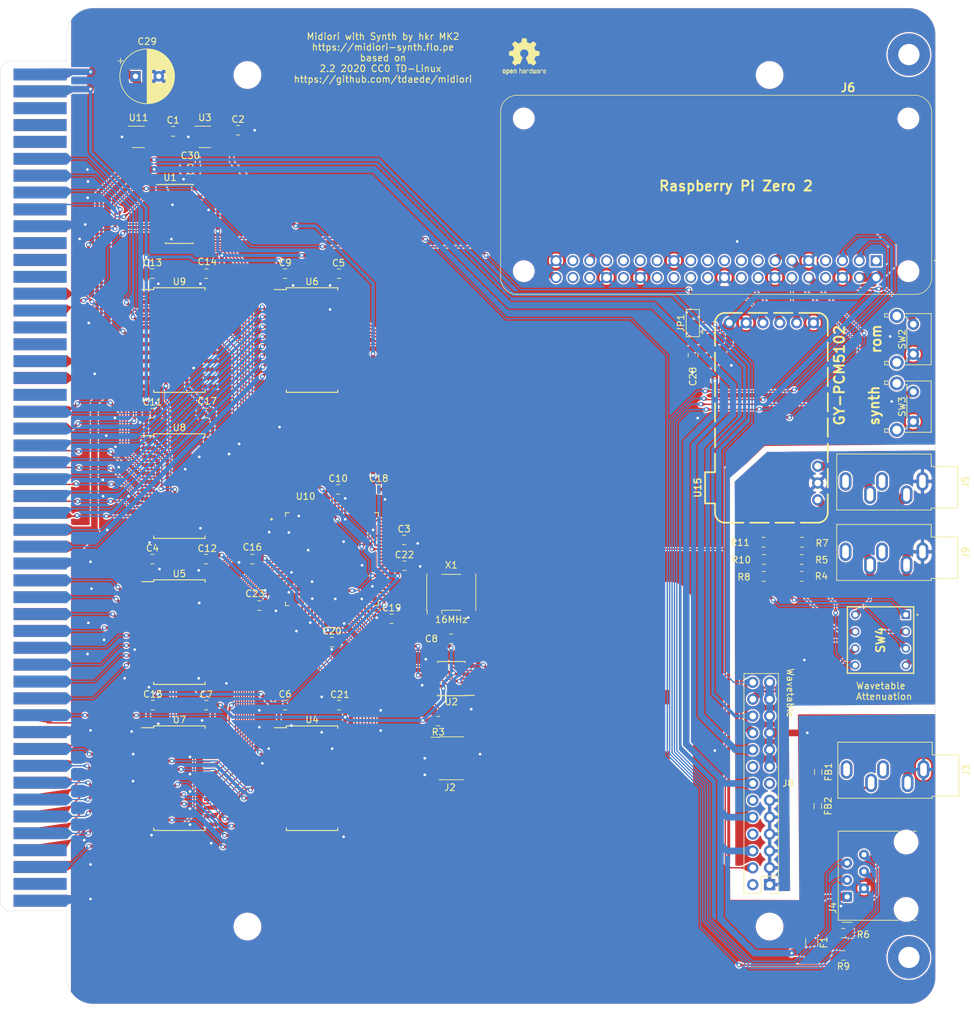
<source format=kicad_pcb>
(kicad_pcb (version 20221018) (generator pcbnew)
  (layers (0 "F.Cu" signal) (31 "B.Cu" signal) (34 "B.Paste" user) (35 "F.Paste" user) (36 "B.SilkS" user "B.Silkscreen") (37 "F.SilkS" user "F.Silkscreen") (38 "B.Mask" user) (39 "F.Mask" user) (44 "Edge.Cuts" user))
  (net 0 "")
  (net 1 "+5V")
  (net 2 "GND")
  (net 3 "/DB0")
  (net 4 "/DB1")
  (net 5 "/DB2")
  (net 6 "/DB3")
  (net 7 "/DB4")
  (net 8 "/DB5")
  (net 9 "/DB6")
  (net 10 "/DB7")
  (net 11 "/IDDIR")
  (net 12 "/AB10")
  (net 13 "/AB20")
  (net 14 "/AB16")
  (net 15 "/AB18")
  (net 16 "/AB7")
  (net 17 "/AB8")
  (net 18 "/AB6")
  (net 19 "/AB5")
  (net 20 "/AB11")
  (net 21 "/AB12")
  (net 22 "/AB13")
  (net 23 "/AB14")
  (net 24 "/AB15")
  (net 25 "/AB17")
  (net 26 "/AB19")
  (net 27 "/AB22")
  (net 28 "/AB21")
  (net 29 "/IACK2")
  (net 30 "/IACK4")
  (net 31 "/AB23")
  (net 32 "/A")
  (net 33 "/IRQ4")
  (net 34 "/DTACK")
  (net 35 "/IRQ2")
  (net 36 "/AS")
  (net 37 "/LDS")
  (net 38 "/RW")
  (net 39 "/B")
  (net 40 "/C")
  (net 41 "/10MHz")
  (net 42 "/EXRESET")
  (net 43 "/AB4")
  (net 44 "/AB3")
  (net 45 "/AB2")
  (net 46 "/AB1")
  (net 60 "/UDS")
  (net 75 "/AB9")
  (net 81 "/midi_UART_TX")
  (net 83 "/DB8")
  (net 84 "/DB9")
  (net 85 "/DB10")
  (net 86 "/DB11")
  (net 87 "/DB12")
  (net 88 "/DB13")
  (net 89 "/DB14")
  (net 90 "/DB15")
  (net 91 "+3V3")
  (net 92 "/a7")
  (net 93 "/a6")
  (net 94 "/a5")
  (net 95 "/a4")
  (net 96 "/a3")
  (net 97 "/a2")
  (net 98 "/a1")
  (net 99 "/a23")
  (net 100 "/a22")
  (net 101 "/a21")
  (net 102 "/a20")
  (net 103 "/a19")
  (net 104 "/a18")
  (net 105 "/a17")
  (net 106 "/a16")
  (net 107 "/d7")
  (net 108 "/d6")
  (net 109 "/d5")
  (net 110 "/d4")
  (net 111 "/d3")
  (net 112 "/d2")
  (net 113 "/d1")
  (net 114 "/d0")
  (net 115 "/ab15")
  (net 116 "/ab14")
  (net 117 "/ab13")
  (net 118 "/ab12")
  (net 119 "/ab11")
  (net 120 "/ab10")
  (net 121 "/ab9")
  (net 122 "/ab8")
  (net 123 "/10m")
  (net 124 "/exreset")
  (net 125 "/rw")
  (net 126 "/lds")
  (net 127 "/as")
  (net 128 "/a")
  (net 129 "/b")
  (net 130 "/c")
  (net 131 "/iack2")
  (net 132 "/iack4")
  (net 133 "/iddir")
  (net 134 "/dtack")
  (net 135 "/irq4")
  (net 136 "/irq2")
  (net 137 "+1V2")
  (net 140 "/reset")
  (net 141 "/si")
  (net 142 "/so")
  (net 143 "/sck")
  (net 144 "/ss")
  (net 147 "/xltr_oe")
  (net 155 "/uds")
  (net 156 "Net-(FB1-Pad1)")
  (net 157 "Net-(FB1-Pad2)")
  (net 158 "Net-(U10-IOR_61_GBIN2)")
  (net 170 "/sw2")
  (net 172 "Net-(F1-Pad1)")
  (net 173 "/synth_sw")
  (net 174 "/rom_sw")
  (net 177 "/PI_SDA")
  (net 178 "/PI_SCL")
  (net 179 "/RIGHT")
  (net 185 "/AGND")
  (net 190 "/LEFT")
  (net 195 "/I2S_BCK")
  (net 199 "/I2S_LCK")
  (net 203 "/I2S_DIN")
  (net 205 "/+12V")
  (net 206 "/WT_R")
  (net 207 "/-12V")
  (net 208 "/WT_L")
  (net 209 "/WT_RESET")
  (net 214 "/R_Hi")
  (net 215 "/R_Lo")
  (net 216 "/R_Med")
  (net 217 "/L_Hi")
  (net 218 "/L_Lo")
  (net 219 "/L_Med")
  (net 220 "/midi_out")
  (net 221 "Net-(FB2-Pad1)")
  (net 222 "Net-(FB2-Pad2)")
  (footprint "Oscillator:Oscillator_SMD_SeikoEpson_SG8002CA-4Pin_7.0x5.0mm" (layer "F.Cu") (at 112 127)
    (fp_text reference "X1")
    (fp_text value "16MHz")
  )
  (footprint "x68k:x68000_expansion" (layer "F.Cu") (at 50 173.46)
    (fp_text reference "J1" hide)
    (fp_text value "x68000_expansion")
  )
  (footprint "Capacitor_SMD:C_0805_2012Metric_Pad1.15x1.40mm_HandSolder" (layer "F.Cu") (at 111.975 134)
    (fp_text reference "C8")
    (fp_text value "0.1uF")
  )
  (footprint "Package_SO:SOIC-24W_7.5x15.4mm_P1.27mm" (layer "F.Cu") (at 91 155)
    (fp_text reference "U4")
    (fp_text value "SN74LVC8T245DWR")
  )
  (footprint "Package_SO:SOIC-24W_7.5x15.4mm_P1.27mm" (layer "F.Cu") (at 71 133)
    (fp_text reference "U5")
    (fp_text value "SN74LVC8T245DWR")
  )
  (footprint "Package_SO:SOIC-24W_7.5x15.4mm_P1.27mm" (layer "F.Cu") (at 91 89)
    (fp_text reference "U6")
    (fp_text value "SN74LVC8T245DWR")
  )
  (footprint "Package_SO:SOIC-24W_7.5x15.4mm_P1.27mm" (layer "F.Cu") (at 71 155)
    (fp_text reference "U7")
    (fp_text value "SN74LVC8T245DWR")
  )
  (footprint "Package_SO:SOIC-24W_7.5x15.4mm_P1.27mm" (layer "F.Cu") (at 71 89)
    (fp_text reference "U9")
    (fp_text value "SN74LVC8T245DWR")
  )
  (footprint "ICE40HX1K-VQ100:QFP50P1600X1600X120-100N" (layer "F.Cu") (at 94 122)
    (fp_text reference "U10")
    (fp_text value "ICE40HX1K-VQ100" hide)
  )
  (footprint "Package_SO:SOIC-14_3.9x8.7mm_P1.27mm" (layer "F.Cu") (at 71 70)
    (fp_text reference "U1")
    (fp_text value "74LCX07")
  )
  (footprint "Package_SO:SOIC-24W_7.5x15.4mm_P1.27mm" (layer "F.Cu") (at 71 111)
    (fp_text reference "U8")
    (fp_text value "SN74LVC8T245DWR")
  )
  (footprint "Package_SO:SOIC-8_3.9x4.9mm_P1.27mm" (layer "F.Cu") (at 112 140 180)
    (fp_text reference "U2")
    (fp_text value "AT25SF081-SSHD-X")
  )
  (footprint "Package_TO_SOT_SMD:SOT-23-5" (layer "F.Cu") (at 64.846998 58.4)
    (fp_text reference "U11")
    (fp_text value "TLV75533PDBV")
  )
  (footprint "Capacitor_SMD:C_0805_2012Metric" (layer "F.Cu") (at 79.846998 57.4)
    (fp_text reference "C2")
    (fp_text value "4.7uF")
  )
  (footprint "Connector_PinHeader_1.27mm:PinHeader_2x05_P1.27mm_Vertical_SMD" (layer "F.Cu") (at 112 152)
    (fp_text reference "J2")
    (fp_text value "Conn_ARM_JTAG_SWD_10")
  )
  (footprint "Package_TO_SOT_SMD:SOT-23-5" (layer "F.Cu") (at 74.846998 58.4)
    (fp_text reference "U3")
    (fp_text value "TLV73312PDBV")
  )
  (footprint "Capacitor_SMD:C_0805_2012Metric" (layer "F.Cu") (at 66.9375 122)
    (fp_text reference "C4")
    (fp_text value "0.1uF")
  )
  (footprint "Capacitor_SMD:C_0805_2012Metric" (layer "F.Cu") (at 95.0625 79 180)
    (fp_text reference "C5")
    (fp_text value "0.1uF")
  )
  (footprint "Capacitor_SMD:C_0805_2012Metric" (layer "F.Cu") (at 86.9375 144)
    (fp_text reference "C6")
    (fp_text value "0.1uF")
  )
  (footprint "Capacitor_SMD:C_0805_2012Metric" (layer "F.Cu") (at 75.0625 144 180)
    (fp_text reference "C7")
    (fp_text value "0.1uF")
  )
  (footprint "Capacitor_SMD:C_0805_2012Metric" (layer "F.Cu") (at 86.9375 79)
    (fp_text reference "C9")
    (fp_text value "0.1uF")
  )
  (footprint "Capacitor_SMD:C_0805_2012Metric" (layer "F.Cu") (at 75 122 180)
    (fp_text reference "C12")
    (fp_text value "0.1uF")
  )
  (footprint "Capacitor_SMD:C_0805_2012Metric" (layer "F.Cu") (at 66.9375 79)
    (fp_text reference "C13")
    (fp_text value "0.1uF")
  )
  (footprint "Capacitor_SMD:C_0805_2012Metric" (layer "F.Cu") (at 75.0625 79 180)
    (fp_text reference "C14")
    (fp_text value "0.1uF")
  )
  (footprint "Capacitor_SMD:C_0805_2012Metric" (layer "F.Cu") (at 67 144)
    (fp_text reference "C15")
    (fp_text value "0.1uF")
  )
  (footprint "Capacitor_SMD:C_0805_2012Metric" (layer "F.Cu") (at 75.0625 100 180)
    (fp_text reference "C17")
    (fp_text value "0.1uF")
  )
  (footprint "Capacitor_SMD:C_0805_2012Metric" (layer "F.Cu") (at 101.0625 111.5)
    (fp_text reference "C18")
    (fp_text value "0.1uF")
  )
  (footprint "Capacitor_SMD:C_0805_2012Metric" (layer "F.Cu") (at 94 134.5)
    (fp_text reference "C20")
    (fp_text value "0.1uF")
  )
  (footprint "Capacitor_SMD:C_0805_2012Metric" (layer "F.Cu") (at 104.9375 123)
    (fp_text reference "C22")
    (fp_text value "0.1uF")
  )
  (footprint "Capacitor_SMD:C_0805_2012Metric" (layer "F.Cu") (at 83.0625 129 180)
    (fp_text reference "C23")
    (fp_text value "0.1uF")
  )
  (footprint "Capacitor_SMD:C_0805_2012Metric" (layer "F.Cu") (at 66.9375 100)
    (fp_text reference "C11")
    (fp_text value "0.1uF")
  )
  (footprint "Capacitor_SMD:C_0805_2012Metric" (layer "F.Cu") (at 95.0625 144 180)
    (fp_text reference "C21")
    (fp_text value "0.1uF")
  )
  (footprint "Capacitor_SMD:C_0805_2012Metric" (layer "F.Cu") (at 82 122 180)
    (fp_text reference "C16")
    (fp_text value "0.1uF")
  )
  (footprint "Resistor_SMD:R_0805_2012Metric" (layer "F.Cu") (at 110.0375 146.4 180)
    (fp_text reference "R3")
    (fp_text value "10K")
  )
  (footprint "Capacitor_SMD:C_0805_2012Metric" (layer "F.Cu") (at 103 131)
    (fp_text reference "C19")
    (fp_text value "0.1uF")
  )
  (footprint "Capacitor_SMD:C_0805_2012Metric" (layer "F.Cu") (at 94.9375 111.5)
    (fp_text reference "C10")
    (fp_text value "0.1uF")
  )
  (footprint "Capacitor_SMD:C_0805_2012Metric" (layer "F.Cu") (at 104.88 119.11)
    (fp_text reference "C3")
    (fp_text value "0.1uF")
  )
  (footprint "MountingHole:MountingHole_3.2mm_M3_Pad" (layer "F.Cu") (at 181 182)
    (fp_text reference "H2" hide)
    (fp_text value "MountingHole")
  )
  (footprint "x68k:midiori_logo" (layer "F.Cu") (at 139.542155 154.005496 -90)
    (fp_text reference "svg2mod" hide)
    (fp_text value "G***" hide)
  )
  (footprint "Symbol:OSHW-Logo2_7.3x6mm_SilkScreen" (layer "F.Cu") (at 123 46.3)
    (fp_text reference "REF**" hide)
    (fp_text value "OSHW-Logo2_7.3x6mm_SilkScreen" hide)
  )
  (footprint "MountingHole:MountingHole_3.2mm_M3_Pad" (layer "F.Cu") (at 181 46)
    (fp_text reference "H1" hide)
    (fp_text value "MountingHole")
  )
  (footprint "Connector_Audio:Jack_3.5mm_CUI_SJ1-3535NG_Horizontal" (layer "F.Cu") (at 183.2 153.7 -90)
    (fp_text reference "J3")
    (fp_text value "AudioJack3")
  )
  (footprint "Resistor_SMD:R_0805_2012Metric_Pad1.20x1.40mm_HandSolder" (layer "F.Cu") (at 159.075 119.45)
    (fp_text reference "R11")
    (fp_text value "47k")
  )
  (footprint "Button_Switch_THT:SW_Tactile_SPST_Angled_PTS645Vx58-2LFS" (layer "F.Cu") (at 181.6595 86.625 -90)
    (fp_text reference "SW2")
    (fp_text value "ROM")
  )
  (footprint "mt32pi-logo:mt32pi" (layer "F.Cu") (at 130.522145 156.75563 -90)
    (fp_text reference "REF**" hide)
    (fp_text value "mt32pi" hide)
  )
  (footprint "pizero:RASPBERRYPIZEROWV13" (layer "F.Cu") (at 152.17 67.13 180)
    (fp_text reference "J6")
    (fp_text value "J_PI_ZERO" hide)
  )
  (footprint "Resistor_SMD:R_0805_2012Metric_Pad1.20x1.40mm_HandSolder" (layer "F.Cu") (at 164.9 119.45)
    (fp_text reference "R7")
    (fp_text value "47k")
  )
  (footprint "Connector_Audio:Jack_3.5mm_CUI_SJ1-3535NG_Horizontal" (layer "F.Cu") (at 183.04 120.9 -90)
    (fp_text reference "J9")
    (fp_text value "AudioJack3")
  )
  (footprint "Fuse:Fuse_1206_3216Metric_Pad1.42x1.75mm_HandSolder" (layer "F.Cu") (at 166.35 179.75 -90)
    (fp_text reference "F1")
    (fp_text value "500mA hold, 1A trip" hide)
  )
  (footprint "MountingHole:MountingHole_3.7mm" (layer "F.Cu") (at 160 49.08)
    (fp_text reference "REF**" hide)
    (fp_text value "MountingHole_3.7mm" hide)
  )
  (footprint "Jumper:SolderJumper-3_P1.3mm_Open_Pad1.0x1.5mm" (layer "F.Cu") (at 148.41 86.45 90)
    (fp_text reference "JP1")
    (fp_text value "SolderJumper_3_Open")
  )
  (footprint "Connector_PinHeader_2.54mm:PinHeader_2x13_P2.54mm_Vertical" (layer "F.Cu") (at 160 171.04 180)
    (fp_text reference "J8")
    (fp_text value "Waveblaster Connector")
  )
  (footprint "MountingHole:MountingHole_3.7mm" (layer "F.Cu") (at 81.26 49.08)
    (fp_text reference "REF**" hide)
    (fp_text value "MountingHole_3.7mm" hide)
  )
  (footprint "Connector_RJ:RJ12_Amphenol_54601-x06_Horizontal" (layer "F.Cu") (at 171.685 172.875 90)
    (fp_text reference "J4")
    (fp_text value "RJ12")
  )
  (footprint "Connector_Audio:Jack_3.5mm_CUI_SJ1-3535NG_Horizontal" (layer "F.Cu") (at 183.04 110.29 -90)
    (fp_text reference "J5")
    (fp_text value "AudioJack3")
  )
  (footprint "Resistor_SMD:R_0805_2012Metric_Pad1.20x1.40mm_HandSolder" (layer "F.Cu") (at 159.1 124.6 180)
    (fp_text reference "R8")
    (fp_text value "47k")
  )
  (footprint "MountingHole:MountingHole_3.7mm" (layer "F.Cu") (at 160 177.35)
    (fp_text reference "REF**" hide)
    (fp_text value "MountingHole_3.7mm" hide)
  )
  (footprint "Resistor_SMD:R_0805_2012Metric_Pad1.20x1.40mm_HandSolder" (layer "F.Cu") (at 164.825 122.05)
    (fp_text reference "R5")
    (fp_text value "47k")
  )
  (footprint "Capacitor_SMD:C_0805_2012Metric" (layer "F.Cu") (at 148.46 91.27 90)
    (fp_text reference "C28")
    (fp_text value "0.1uF")
  )
  (footprint "Resistor_SMD:R_0805_2012Metric_Pad1.20x1.40mm_HandSolder" (layer "F.Cu") (at 164.825 124.6 180)
    (fp_text reference "R4")
    (fp_text value "47k")
  )
  (footprint "Resistor_SMD:R_0805_2012Metric_Pad1.15x1.40mm_HandSolder" (layer "F.Cu") (at 171.1 178.35)
    (fp_text reference "R6")
    (fp_text value "220")
  )
  (footprint "MountingHole:MountingHole_3.7mm" (layer "F.Cu") (at 81.26 177.35)
    (fp_text reference "REF**" hide)
    (fp_text value "MountingHole_3.7mm" hide)
  )
  (footprint "Resistor_SMD:R_0805_2012Metric_Pad1.15x1.40mm_HandSolder" (layer "F.Cu") (at 171.125 181.7 180)
    (fp_text reference "R9")
    (fp_text value "220")
  )
  (footprint "Capacitor_SMD:C_0805_2012Metric" (layer "F.Cu") (at 72.644 63.246 180)
    (fp_text reference "C30")
    (fp_text value "0.1uF")
  )
  (footprint "Button_Switch_THT:SW_Tactile_SPST_Angled_PTS645Vx58-2LFS" (layer "F.Cu") (at 181.6595 96.785 -90)
    (fp_text reference "SW3")
    (fp_text value "SYNTH")
  )
  (footprint "llama:U_GY-PCM5102" (layer "F.Cu") (at 160.265 100.715 -90)
    (fp_text reference "U15")
    (fp_text value "U_GY-PCM5102")
  )
  (footprint "Capacitor_SMD:C_0805_2012Metric" (layer "F.Cu") (at 70.05 57.56)
    (fp_text reference "C1")
    (fp_text value "4.7uF")
  )
  (footprint "Inductor_SMD:L_0805_2012Metric_Pad1.05x1.20mm_HandSolder" (layer "F.Cu") (at 167.32 154.06 -90)
    (fp_text reference "FB1")
    (fp_text value "100kOhms @ 100 MHz")
  )
  (footprint "SS-10-23NPE:SS1023NPE" (layer "F.Cu") (at 180.53 130.38 90)
    (fp_text reference "SW4")
    (fp_text value "SS-10-23NPE" hide)
  )
  (footprint "Capacitor_THT:CP_Radial_D8.0mm_P3.50mm" (layer "F.Cu") (at 64.387349 49.276)
    (fp_text reference "C29")
    (fp_text value "220uF")
  )
  (footprint "Resistor_SMD:R_0805_2012Metric_Pad1.20x1.40mm_HandSolder" (layer "F.Cu") (at 159.125 122.05)
    (fp_text reference "R10")
    (fp_text value "47k")
  )
  (footprint "Inductor_SMD:L_0805_2012Metric_Pad1.05x1.20mm_HandSolder" (layer "F.Cu") (at 167.26 159.2 -90)
    (fp_text reference "FB2")
    (fp_text value "100kOhms @ 100 MHz")
  )
  (gr_line (start 58 189) (end 181 189) (stroke (width 0.05)) (layer "Edge.Cuts"))
  (gr_line (start 44 174) (end 44 48) (stroke (width 0.05)) (layer "Edge.Cuts"))
  (gr_line (start 45 175) (end 44 174) (stroke (width 0.05)) (layer "Edge.Cuts"))
  (gr_line (start 54 175) (end 54 185) (stroke (width 0.05)) (layer "Edge.Cuts"))
  (gr_line (start 54 43) (end 54 47) (stroke (width 0.05)) (layer "Edge.Cuts"))
  (gr_arc (start 185 185) (mid 183.828427 187.828427) (end 181 189) (stroke (width 0.05)) (layer "Edge.Cuts"))
  (gr_line (start 54 47) (end 45 47) (stroke (width 0.05)) (layer "Edge.Cuts"))
  (gr_line (start 44 48) (end 45 47) (stroke (width 0.05)) (layer "Edge.Cuts"))
  (gr_arc (start 54 43) (mid 55.171573 40.171573) (end 58 39) (stroke (width 0.05)) (layer "Edge.Cuts"))
  (gr_line (start 185 43) (end 185 185) (stroke (width 0.05)) (layer "Edge.Cuts"))
  (gr_line (start 58 39) (end 181 39) (stroke (width 0.05)) (layer "Edge.Cuts"))
  (gr_arc (start 181 39) (mid 183.828427 40.171573) (end 185 43) (stroke (width 0.05)) (layer "Edge.Cuts"))
  (gr_arc (start 58 189) (mid 55.171573 187.828427) (end 54 185) (stroke (width 0.05)) (layer "Edge.Cuts"))
  (gr_line (start 45 175) (end 54 175) (stroke (width 0.05)) (layer "Edge.Cuts"))
  (gr_text "Midiori with Synth by hkr MK2\nhttps://midiori-synth.flo.pe\nbased on\n2.2 2020 CC0 TD-Linux \nhttps://github.com/tdaede/midiori" (at 101.7 46.5) (layer "F.SilkS") (effects (font (size 1 1))))
  (gr_text "GY-PCM5102" (at 171.4 102.05 90) (layer "F.SilkS") (effects (font (size 1.5 1.5) (thickness 0.3) bold) (justify left bottom)))
  (gr_text "Raspberry Pi Zero 2" (at 143.15 66.67) (layer "F.SilkS") (effects (font (size 1.5 1.5) (thickness 0.3) bold) (justify left bottom)))
  (gr_text "Wavetable" (at 162.525 138.35 -90) (layer "F.SilkS") (effects (font (size 1 1)) (justify left bottom)))
  (gr_text "rom" (at 176.93 91.16 90) (layer "F.SilkS") (effects (font (size 1.5 1.5) (thickness 0.3) bold) (justify left bottom)))
  (gr_text "synth" (at 176.64 102.03 90) (layer "F.SilkS") (effects (font (size 1.5 1.5) (thickness 0.3) bold) (justify left bottom)))
  (gr_text "Wavetable\nAttenuation" (at 172.95 143.275) (layer "F.SilkS") (effects (font (size 1 1)) (justify left bottom)))
  (segment (start 66.3 82.015) (end 66.3 83.285) (width 0.2) (layer "F.Cu") (net 1))
  (segment (start 64.77 50.292) (end 64.77 56.391998) (width 1) (layer "F.Cu") (net 1))
  (segment (start 166.35 181.2375) (end 167.1875 181.2375) (width 1) (layer "F.Cu") (net 1))
  (segment (start 151.725 90.32) (end 150.295 90.32) (width 1) (layer "F.Cu") (net 1))
  (segment (start 57.6 48.6) (end 57.6 51.2) (width 1) (layer "F.Cu") (net 1))
  (segment (start 67.8 104.824066) (end 67.8 104.815) (width 0.5) (layer "F.Cu") (net 1))
  (segment (start 178.45 77.64) (end 176.5 79.59) (width 1) (layer "F.Cu") (net 1))
  (segment (start 66 103.715) (end 66.3 104.015) (width 0.5) (layer "F.Cu") (net 1))
  (segment (start 86.3 148.015) (end 86.3 149.285) (width 0.2) (layer "F.Cu") (net 1))
  (segment (start 66 98) (end 66 100) (width 0.5) (layer "F.Cu") (net 1))
  (segment (start 66 79) (end 66 81.715) (width 0.5) (layer "F.Cu") (net 1))
  (segment (start 67 126.015) (end 67.710001 126.725001) (width 0.5) (layer "F.Cu") (net 1))
  (segment (start 150.295 90.32) (end 153.155 90.32) (width 1) (layer "F.Cu") (net 1))
  (segment (start 167.1875 181.2375) (end 170.075 178.35) (width 1) (layer "F.Cu") (net 1))
  (segment (start 122.4 61) (end 165 61) (width 1) (layer "F.Cu") (net 1))
  (segment (start 152.575 87.75) (end 153.915 86.41) (width 0.2) (layer "F.Cu") (net 1))
  (segment (start 50 51.2) (end 57.4 51.2) (width 1) (layer "F.Cu") (net 1))
  (segment (start 86 147.715) (end 86.3 148.015) (width 0.5) (layer "F.Cu") (net 1))
  (segment (start 70.953 46.228) (end 78.845 54.12) (width 1) (layer "F.Cu") (net 1))
  (segment (start 67 104.015) (end 66.3 104.015) (width 0.5) (layer "F.Cu") (net 1))
  (segment (start 63.746998 59.35) (end 64.471998 59.35) (width 0.5) (layer "F.Cu") (net 1))
  (segment (start 66.3 126.015) (end 67 126.015) (width 0.5) (layer "F.Cu") (net 1))
  (segment (start 66.3 127.285) (end 66.3 126.015) (width 0.2) (layer "F.Cu") (net 1))
  (segment (start 64.018499 57.143499) (end 63.746998 57.415) (width 1) (layer "F.Cu") (net 1))
  (segment (start 63.078 48.6) (end 64.77 50.292) (width 1) (layer "F.Cu") (net 1))
  (segment (start 66.0625 144) (end 67.53125 142.53125) (width 0.5) (layer "F.Cu") (net 1))
  (segment (start 86.3 82.015) (end 86.3 83.285) (width 0.2) (layer "F.Cu") (net 1))
  (segment (start 66.3 148.015) (end 66.3 144.2375) (width 0.5) (layer "F.Cu") (net 1))
  (segment (start 176.055 79.59) (end 173.515 79.59) (width 1) (layer "F.Cu") (net 1))
  (segment (start 59.972 46.228) (end 70.953 46.228) (width 1) (layer "F.Cu") (net 1))
  (segment (start 86.3 82.015) (end 86.3 79.3) (width 0.5) (layer "F.Cu") (net 1))
  (segment (start 176.5 79.59) (end 176.055 79.59) (width 1) (layer "F.Cu") (net 1))
  (segment (start 66 122) (end 69.2 118.8) (width 0.5) (layer "F.Cu") (net 1))
  (segment (start 66.3 104.015) (end 66.3 105.285) (width 0.2) (layer "F.Cu") (net 1))
  (segment (start 67.53125 142.53125) (end 67.710001 142.352499) (width 0.5) (layer "F.Cu") (net 1))
  (segment (start 66.3 144.2375) (end 66.0625 144) (width 0.5) (layer "F.Cu") (net 1))
  (segment (start 50.4 48.6) (end 50 49) (width 1) (layer "F.Cu") (net 1))
  (segment (start 57.6 48.6) (end 59.972 46.228) (width 1) (layer "F.Cu") (net 1))
  (segment (start 66 76.5) (end 66 79) (width 0.5) (layer "F.Cu") (net 1))
  (segment (start 64.77 56.391998) (end 64.018499 57.143499) (width 1) (layer "F.Cu") (net 1))
  (segment (start 86 77) (end 86 79) (width 0.5) (layer "F.Cu") (net 1))
  (segment (start 163.4375 181.2375) (end 163.325 181.35) (width 1) (layer "F.Cu") (net 1))
  (segment (start 66.3 122.3) (end 66 122) (width 0.5) (layer "F.Cu") (net 1))
  (segment (start 84.959501 144) (end 86 144) (width 0.5) (layer "F.Cu") (net 1))
  (segment (start 150.295 90.32) (end 148.46 90.32) (width 1) (layer "F.Cu") (net 1))
  (segment (start 83.312 142.352499) (end 84.959501 144) (width 0.5) (layer "F.Cu") (net 1))
  (segment (start 148.41 87.75) (end 152.575 87.75) (width 0.2) (layer "F.Cu") (net 1))
  (segment (start 115.52 54.12) (end 122.4 61) (width 1) (layer "F.Cu") (net 1))
  (segment (start 151.725 95.15) (end 151.725 90.32) (width 1) (layer "F.Cu") (net 1))
  (segment (start 67.710001 126.725001) (end 67.710001 142.352499) (width 0.5) (layer "F.Cu") (net 1))
  (segment (start 57.6 48.6) (end 50.4 48.6) (width 1) (layer "F.Cu") (net 1))
  (segment (start 64.825 57.95) (end 64.018499 57.143499) (width 0.5) (layer "F.Cu") (net 1))
  (segment (start 66 81.715) (end 66.3 82.015) (width 0.5) (layer "F.Cu") (net 1))
  (segment (start 64.471998 59.35) (end 64.825 58.996998) (width 0.5) (layer "F.Cu") (net 1))
  (segment (start 86 144) (end 86 147.715) (width 0.5) (layer "F.Cu") (net 1))
  (segment (start 69.2 118.8) (end 69.2 106.224066) (width 0.5) (layer "F.Cu") (net 1))
  (segment (start 178.45 74.45) (end 178.45 77.64) (width 1) (layer "F.Cu") (net 1))
  (segment (start 64.825 58.996998) (end 64.825 57.95) (width 0.5) (layer "F.Cu") (net 1))
  (segment (start 66 100) (end 66 103.715) (width 0.5) (layer "F.Cu") (net 1))
  (segment (start 166.35 181.2375) (end 163.4375 181.2375) (width 1) (layer "F.Cu") (net 1))
  (segment (start 153.155 90.32) (end 153.915 89.56) (width 1) (layer "F.Cu") (net 1))
  (segment (start 57.6 48.6) (end 63.078 48.6) (width 1) (layer "F.Cu") (net 1))
  (segment (start 66.3 126.015) (end 66.3 122.3) (width 0.5) (layer "F.Cu") (net 1))
  (segment (start 165 61) (end 178.45 74.45) (width 1) (layer "F.Cu") (net 1))
  (segment (start 67.8 104.815) (end 67 104.015) (width 0.5) (layer "F.Cu") (net 1))
  (segment (start 86.3 79.3) (end 86 79) (width 0.5) (layer "F.Cu") (net 1))
  (segment (start 69.2 106.224066) (end 67.8 104.824066) (width 0.5) (layer "F.Cu") (net 1))
  (segment (start 153.915 89.56) (end 153.915 86.41) (width 1) (layer "F.Cu") (net 1))
  (segment (start 78.845 54.12) (end 115.52 54.12) (width 1) (layer "F.Cu") (net 1))
  (via (at 163.325 181.35) (size 0.7) (drill 0.4) (layers "F.Cu" "B.Cu") (net 1))
  (via (at 57.6 51.2) (size 0.7) (drill 0.4) (layers "F.Cu" "B.Cu") (net 1))
  (via (at 67.710001 142.352499) (size 0.7) (drill 0.4) (layers "F.Cu" "B.Cu") (net 1))
  (via (at 57.6 48.6) (size 0.7) (drill 0.4) (layers "F.Cu" "B.Cu") (net 1))
  (via (at 66 76.5) (size 0.7) (drill 0.4) (layers "F.Cu" "B.Cu") (net 1))
  (via (at 66 98) (size 0.7) (drill 0.4) (layers "F.Cu" "B.Cu") (net 1))
  (via (at 151.725 95.15) (size 0.7) (drill 0.4) (layers "F.Cu" "B.Cu") (net 1))
  (via (at 86 77) (size 0.7) (drill 0.4) (layers "F.Cu" "B.Cu") (net 1))
  (via (at 83.312 142.352499) (size 0.7) (drill 0.4) (layers "F.Cu" "B.Cu") (net 1))
  (segment (start 152.6 155.05) (end 152.6 159.9) (width 1) (layer "B.Cu") (net 1))
  (segment (start 152.575 176.2) (end 157.725 181.35) (width 1) (layer "B.Cu") (net 1))
  (segment (start 83.312 142.352499) (end 67.710001 142.352499) (width 0.5) (layer "B.Cu") (net 1))
  (segment (start 50.4 48.6) (end 50 49) (width 1) (layer "B.Cu") (net 1))
  (segment (start 147.425 104.375) (end 147.425 149.875) (width 1) (layer "B.Cu") (net 1))
  (segment (start 152.6 165) (end 152.575 165.025) (width 1) (layer "B.Cu") (net 1))
  (segment (start 66 69.075) (end 57.6 60.675) (width 0.5) (layer "B.Cu") (net 1))
  (segment (start 66 76.5) (end 66 98) (width 0.5) (layer "B.Cu") (net 1))
  (segment (start 153.56 165.96) (end 157.46 165.96) (width 1) (layer "B.Cu") (net 1))
  (segment (start 153.58 160.88) (end 157.46 160.88) (width 1) (layer "B.Cu") (net 1))
  (segment (start 157.925 82.4) (end 153.915 86.41) (width 1) (layer "B.Cu") (net 1))
  (segment (start 50 51.2) (end 57.4 51.2) (width 1) (layer "B.Cu") (net 1))
  (segment (start 57.6 48.6) (end 50.4 48.6) (width 1) (layer "B.Cu") (net 1))
  (segment (start 152.6 159.9) (end 152.6 165) (width 1) (layer "B.Cu") (net 1))
  (segment (start 66 76.5) (end 72.7 76.5) (width 0.5) (layer "B.Cu") (net 1))
  (segment (start 157.725 181.35) (end 163.325 181.35) (width 1) (layer "B.Cu") (net 1))
  (segment (start 147.425 149.875) (end 152.6 155.05) (width 1) (layer "B.Cu") (net 1))
  (segment (start 152.575 165.025) (end 152.575 176.2) (width 1) (layer "B.Cu") (net 1))
  (segment (start 151.725 100.075) (end 147.425 104.375) (width 1) (layer "B.Cu") (net 1))
  (segment (start 72.7 76.5) (end 73.2 77) (width 0.5) (layer "B.Cu") (net 1))
  (segment (start 151.725 95.15) (end 151.725 100.075) (width 1) (layer "B.Cu") (net 1))
  (segment (start 173.245 82.4) (end 157.925 82.4) (width 1) (layer "B.Cu") (net 1))
  (segment (start 57.6 60.675) (end 57.6 51) (width 0.5) (layer "B.Cu") (net 1))
  (segment (start 73.2 77) (end 86 77) (width 0.5) (layer "B.Cu") (net 1))
  (segment (start 66 76.5) (end 66 69.075) (width 0.5) (layer "B.Cu") (net 1))
  (segment (start 153.35 155.8) (end 157.46 155.8) (width 1) (layer "B.Cu") (net 1))
  (segment (start 152.6 155.05) (end 153.35 155.8) (width 1) (layer "B.Cu") (net 1))
  (segment (start 152.6 159.9) (end 153.58 160.88) (width 1) (layer "B.Cu") (net 1))
  (segment (start 176.055 79.59) (end 173.245 82.4) (width 1) (layer "B.Cu") (net 1))
  (segment (start 152.825 165.225) (end 153.56 165.96) (width 1) (layer "B.Cu") (net 1))
  (segment (start 50 168) (end 56.87 168) (width 1) (layer "F.Cu") (net 2))
  (segment (start 91 129.67) (end 91 131.29) (width 0.2) (layer "F.Cu") (net 2))
  (segment (start 74.805 117.985) (end 75.7 117.985) (width 0.2) (layer "F.Cu") (net 2))
  (segment (start 66.3 160.715) (end 66.3 161.985) (width 0.2) (layer "F.Cu") (net 2))
  (segment (start 67.818 79.057) (end 67.875 79) (width 0.2) (layer "F.Cu") (net 2))
  (segment (start 75.7 128.555) (end 74.045 128.555) (width 0.2) (layer "F.Cu") (net 2))
  (segment (start 110.05 152) (end 108 152) (width 0.2) (layer "F.Cu") (net 2))
  (segment (start 87.875 144) (end 87.875 147.057) (width 0.2) (layer "F.Cu") (net 2))
  (segment (start 67.875 98.875) (end 67.5 98.5) (width 0.2) (layer "F.Cu") (net 2))
  (segment (start 50 71.6) (end 56.8 71.6) (width 1) (layer "F.Cu") (net 2))
  (segment (start 87 94.715) (end 86.3 94.715) (width 0.2) (layer "F.Cu") (net 2))
  (segment (start 108.04 154.54) (end 108 154.5) (width 0.2) (layer "F.Cu") (net 2))
  (segment (start 71.628 65.838) (end 73.25 67.46) (width 0.35) (layer "F.Cu") (net 2))
  (segment (start 93.881 84.555) (end 95.7 84.555) (width 0.2) (layer "F.Cu") (net 2))
  (segment (start 86.85 160.715) (end 86.3 160.715) (width 0.2) (layer "F.Cu") (net 2))
  (segment (start 63.63 147.8) (end 63.8 147.97) (width 1) (layer "F.Cu") (net 2))
  (segment (start 94.125 79) (end 94.125 80.373) (width 0.2) (layer "F.Cu") (net 2))
  (segment (start 87.875 149.68) (end 87 150.555) (width 0.2) (layer "F.Cu") (net 2))
  (segment (start 66.3 119.3) (end 66.5 119.5) (width 0.2) (layer "F.Cu") (net 2))
  (segment (start 95.758 162.043) (end 95.7 161.985) (width 0.2) (layer "F.Cu") (net 2))
  (segment (start 66.3 116.715) (end 66.3 117.985) (width 0.2) (layer "F.Cu") (net 2))
  (segment (start 148.46 93.83) (end 148.38 93.91) (width 1) (layer "F.Cu") (net 2))
  (segment (start 95.370884 131.7) (end 94.5 130.829116) (width 0.2) (layer "F.Cu") (net 2))
  (segment (start 105.875 123) (end 107.2 123) (width 0.2) (layer "F.Cu") (net 2))
  (segment (start 75.669 139.954) (end 75.7 139.985) (width 0.2) (layer "F.Cu") (net 2))
  (segment (start 75.360001 69.439999) (end 75.4 69.4) (width 0.2) (layer "F.Cu") (net 2))
  (segment (start 86.33 118) (end 87.5 118) (width 0.2) (layer "F.Cu") (net 2))
  (segment (start 89 114.33) (end 89 115.5) (width 0.2) (layer "F.Cu") (net 2))
  (segment (start 75 95.985) (end 73.152 94.137) (width 0.2) (layer "F.Cu") (net 2))
  (segment (start 84.6 118) (end 84.54 117.94) (width 0.2) (layer "F.Cu") (net 2))
  (segment (start 73.7 67.46) (end 74.15 67.46) (width 0.2) (layer "F.Cu") (net 2))
  (segment (start 100.2 117.965) (end 100.2 117.6) (width 0.2) (layer "F.Cu") (net 2))
  (segment (start 74.15 67.46) (end 74.710001 68.020001) (width 0.2) (layer "F.Cu") (net 2))
  (segment (start 71.84 58.4) (end 71 57.56) (width 0.5) (layer "F.Cu") (net 2))
  (segment (start 73.25 67.46) (end 73.7 67.46) (width 0.35) (layer "F.Cu") (net 2))
  (segment (start 74.710001 69.439999) (end 75.360001 69.439999) (width 0.2) (layer "F.Cu") (net 2))
  (segment (start 95.7 150.555) (end 94.045004 150.555) (width 0.2) (layer "F.Cu") (net 2))
  (segment (start 93.97 135.4675) (end 94.9375 134.5) (width 0.2) (layer "F.Cu") (net 2))
  (segment (start 67.875 122) (end 67.875 123.375) (width 0.2) (layer "F.Cu") (net 2))
  (segment (start 73.152 94.137) (end 73.152 93.218) (width 0.2) (layer "F.Cu") (net 2))
  (segment (start 96 113.395) (end 96 114.33) (width 0.2) (layer "F.Cu") (net 2))
  (segment (start 95.7 151.825) (end 95.7 150.555) (width 0.2) (layer "F.Cu") (net 2))
  (segment (start 80.784498 57.4) (end 82.346998 57.4) (width 0.35) (layer "F.Cu") (net 2))
  (segment (start 83.92 126.71) (end 82.125 128.505) (width 0.2) (layer "F.Cu") (net 2))
  (segment (start 67.875 123.375) (end 68 123.5) (width 0.2) (layer "F.Cu") (net 2))
  (segment (start 102.89 118.5) (end 103.48 117.91) (width 0.2) (layer "F.Cu") (net 2))
  (segment (start 95.875 112.3) (end 96 112.425) (width 0.2) (layer "F.Cu") (net 2))
  (segment (start 94.125 150.475004) (end 94.045004 150.555) (width 0.2) (layer "F.Cu") (net 2))
  (segment (start 86.33 127) (end 87.5 127) (width 0.2) (layer "F.Cu") (net 2))
  (segment (start 74.168 163.168) (end 74.168 146.558) (width 0.2) (layer "F.Cu") (net 2))
  (segment (start 82.125 128.505) (end 82.125 129) (width 0.2) (layer "F.Cu") (net 2))
  (segment (start 87.875 80.509) (end 88.138 80.772) (width 0.2) (layer "F.Cu") (net 2))
  (segment (start 67.875 100) (end 67.875 98.875) (width 0.2) (layer "F.Cu") (net 2))
  (segment (start 165.67 148.18) (end 165.68 148.17) (width 1) (layer "F.Cu") (net 2))
  (segment (start 91 131.29) (end 90.73 131.56) (width 0.2) (layer "F.Cu") (net 2))
  (segment (start 87.875 159.69) (end 86.85 160.715) (width 0.2) (layer "F.Cu") (net 2))
  (segment (start 86.3 95.985) (end 86.3 94.715) (width 0.2) (layer "F.Cu") (net 2))
  (segment (start 73.746998 58.4) (end 72.346998 58.4) (width 0.5) (layer "F.Cu") (net 2))
  (segment (start 88.138 93.577) (end 87 94.715) (width 0.2) (layer "F.Cu") (net 2))
  (segment (start 100.2 126) (end 100.1 126.1) (width 0.2) (layer "F.Cu") (net 2))
  (segment (start 74.168 117.348) (end 74.805 117.985) (width 0.2) (layer "F.Cu") (net 2))
  (segment (start 68.3 73.81) (end 69.79 73.81) (width 0.2) (layer "F.Cu") (net 2))
  (segment (start 50 122.4) (end 56.5 122.4) (width 1) (layer "F.Cu") (net 2))
  (segment (start 93.97 135.6) (end 93.97 135.4675) (width 0.2) (layer "F.Cu") (net 2))
  (segment (start 56.87 168) (end 57.6 168) (width 0.2) (layer "F.Cu") (net 2))
  (segment (start 56.9 147.8) (end 57.6 147.8) (width 1) (layer "F.Cu") (net 2))
  (segment (start 148.46 92.22) (end 148.46 93.83) (width 1) (layer "F.Cu") (net 2))
  (segment (start 74.0625 122) (end 74.0625 123.5495) (width 0.2) (layer "F.Cu") (net 2))
  (segment (start 98.5 129.67) (end 98.5 128) (width 0.2) (layer "F.Cu") (net 2))
  (segment (start 50 147.8) (end 56.9 147.8) (width 1) (layer "F.Cu") (net 2))
  (segment (start 100.735 118.5) (end 100.2 117.965) (width 0.2) (layer "F.Cu") (net 2))
  (segment (start 91 129.67) (end 91 128) (width 0.2) (layer "F.Cu") (net 2))
  (segment (start 63.746998 58.4) (end 62.346998 58.4) (width 0.5) (layer "F.Cu") (net 2))
  (segment (start 75.7 106.555) (end 74.045 106.555) (width 0.2) (layer "F.Cu") (net 2))
  (segment (start 104 129.46) (end 104 130.9375) (width 0.2) (layer "F.Cu") (net 2))
  (segment (start 96 112.86) (end 96 113.395) (width 0.2) (layer "F.Cu") (net 2))
  (segment (start 114.554 130.81) (end 114.554 129.114) (width 0.2) (layer "F.Cu") (net 2))
  (segment (start 101.67 118.5) (end 102.89 118.5) (width 0.2) (layer "F.Cu") (net 2))
  (segment (start 101.67 126) (end 102.605 126) (width 0.2) (layer "F.Cu") (net 2))
  (segment (start 95.15 95.985) (end 93.726 94.561) (width 0.2) (layer "F.Cu") (net 2))
  (segment (start 107.2 123) (end 107.3 123.1) (width 0.2) (layer "F.Cu") (net 2))
  (segment (start 67.818 146.812) (end 67.9375 146.6925) (width 0.2) (layer "F.Cu") (net 2))
  (segment (start 74.125 100) (end 71.882 102.243) (width 0.2) (layer "F.Cu") (net 2))
  (segment (start 160 148.18) (end 165.67 148.18) (width 1) (layer "F.Cu") (net 2))
  (segment (start 95.7 95.985) (end 95.15 95.985) (width 0.2) (layer "F.Cu") (net 2))
  (segment (start 102.605 126) (end 104 127.395) (width 0.2) (layer "F.Cu") (net 2))
  (segment (start 110.05 150.73) (end 110.05 152) (width 0.2) (layer "F.Cu") (net 2))
  (segment (start 96 112.425) (end 96 112.86) (width 0.2) (layer "F.Cu") (net 2))
  (segment (start 87.875 79) (end 87.875 80.509) (width 0.2) (layer "F.Cu") (net 2))
  (segment (start 71.882 102.243) (end 71.882 108.458) (width 0.2) (layer "F.Cu") (net 2))
  (segment (start 80.5 122) (end 80 122.5) (width 0.2) (layer "F.Cu") (net 2))
  (segment (start 114.554 129.114) (end 114.54 129.1) (width 0.2) (layer "F.Cu") (net 2))
  (segment (start 66.315 96) (end 66.3 95.985) (width 0.2) (layer "F.Cu") (net 2))
  (segment (start 74.168 80.518) (end 74.168 79.043) (width 0.2) (layer "F.Cu") (net 2))
  (segment (start 87.875 144) (end 87.875 143.501) (width 0.2) (layer "F.Cu") (net 2))
  (segment (start 50 173.2) (end 57.6 173.2) (width 1) (layer "F.Cu") (net 2))
  (segment (start 86.295 150.55) (end 86.3 150.555) (width 0.2) (layer "F.Cu") (net 2))
  (segment (start 72.346998 58.4) (end 71.84 58.4) (width 0.5) (layer "F.Cu") (net 2))
  (segment (start 68.625 81.325) (end 67.818 80.518) (width 0.2) (layer "F.Cu") (net 2))
  (segment (start 94.5 129.67) (end 94.5 128) (width 0.2) (layer "F.Cu") (net 2))
  (segment (start 88.138 80.772) (end 88.138 93.577) (width 0.2) (layer "F.Cu") (net 2))
  (segment (start 86.3 160.715) (end 86.3 161.985) (width 0.2) (layer "F.Cu") (net 2))
  (segment (start 74.125 144) (end 74.125 146.007) (width 0.2) (layer "F.Cu") (net 2))
  (segment (start 94.125 80.373) (end 93.726 80.772) (width 0.2) (layer "F.Cu") (net 2))
  (segment (start 95.758 163.83) (end 95.758 162.043) (width 0.2) (layer "F.Cu") (net 2))
  (segment (start 75.7 164.7) (end 75.8 164.8) (width 0.2) (layer "F.Cu") (net 2))
  (segment (start 67.9375 146.6925) (end 67.9375 144) (width 0.2) (layer "F.Cu") (net 2))
  (segment (start 71.628 64.77) (end 71.628 65.838) (width 0.35) (layer "F.Cu") (net 2))
  (segment (start 75.8 164.8) (end 74.168 163.168) (width 0.2) (layer "F.Cu") (net 2))
  (segment (start 106.265 119.11) (end 105.875 119.5) (width 0.2) (layer "F.Cu") (net 2))
  (segment (start 74.168 146.558) (end 74.422 146.304) (width 0.2) (layer "F.Cu") (net 2))
  (segment (start 74.168 79.043) (end 74.125 79) (width 0.2) (layer "F.Cu") (net 2))
  (segment (start 84.46 150.55) (end 86.295 150.55) (width 0.2) (layer "F.Cu") (net 2))
  (segment (start 69.79 73.81) (end 69.8 73.8) (width 0.2) (layer "F.Cu") (net 2))
  (segment (start 66.3 95.985) (end 66.3 94.715) (width 0.2) (layer "F.Cu") (net 2))
  (segment (start 87.875 149.68) (end 87.875 159.69) (width 0.2) (layer "F.Cu") (net 2))
  (segment (start 66.3 141.2) (end 66.4 141.3) (width 0.2) (layer "F.Cu") (net 2))
  (segment (start 104.6175 117.91) (end 105.8175 119.11) (width 0.2) (layer "F.Cu") (net 2))
  (segment (start 101.67 118.5) (end 100.735 118.5) (width 0.2) (layer "F.Cu") (net 2))
  (segment (start 70.784498 57.4) (end 71.346998 57.4) (width 0.2) (layer "F.Cu") (net 2))
  (segment (start 110.05 154.54) (end 108.04 154.54) (width 0.2) (layer "F.Cu") (net 2))
  (segment (start 104 127.395) (end 104 129.46) (width 0.2) (layer "F.Cu") (net 2))
  (segment (start 74.710001 68.020001) (end 74.710001 69.439999) (width 0.2) (layer "F.Cu") (net 2))
  (segment (start 94.5 130.829116) (end 94.5 129.67) (width 0.2) (layer "F.Cu") (net 2))
  (segment (start 93.726 94.561) (end 93.726 80.772) (width 0.2) (layer "F.Cu") (net 2))
  (segment (start 66.3 139.985) (end 66.3 141.2) (width 0.2) (layer "F.Cu") (net 2))
  (segment (start 56.9 147.8) (end 63.63 147.8) (width 1) (layer "F.Cu") (net 2))
  (segment (start 103.48 117.91) (end 104.6175 117.91) (width 0.2) (layer "F.Cu") (net 2))
  (segment (start 87.875 147.075) (end 87.875 149.68) (width 0.2) (layer "F.Cu") (net 2))
  (segment (start 95.84 131.7) (end 95.370884 131.7) (width 0.2) (layer "F.Cu") (net 2))
  (segment (start 67.818 80.518) (end 67.818 79.057) (width 0.2) (layer "F.Cu") (net 2))
  (segment (start 87.884 147.066) (end 87.875 147.075) (width 0.2) (layer "F.Cu") (net 2))
  (segment (start 91 128) (end 91.037409 127.962591) (width 0.2) (layer "F.Cu") (net 2))
  (segment (start 71.694 64.704) (end 71.628 64.77) (width 0.35) (layer "F.Cu") (net 2))
  (segment (start 94.125 144) (end 94.125 150.475004) (width 0.2) (layer "F.Cu") (net 2))
  (segment (start 74.045 106.555) (end 74 106.6) (width 0.2) (layer "F.Cu") (net 2))
  (segment (start 86.33 118) (end 84.6 118) (width 0.2) (layer "F.Cu") (net 2))
  (segment (start 87 150.555) (end 86.3 150.555) (width 0.2) (layer "F.Cu") (net 2))
  (segment (start 86.33 124) (end 87.9 124) (width 0.2) (layer "F.Cu") (net 2))
  (segment (start 106.41 119.11) (end 106.265 119.11) (width 0.2) (layer "F.Cu") (net 2))
  (segment (start 81.0625 122) (end 80.5 122) (width 0.2) (layer "F.Cu") (net 2))
  (segment (start 102 111.5) (end 102 113) (width 0.2) (layer "F.Cu") (net 2))
  (segment (start 71.694 63.246) (end 71.694 64.704) (width 0.35) (layer "F.Cu") (net 2))
  (segment (start 104 130.9375) (end 103.9375 131) (width 0.2) (layer "F.Cu") (net 2))
  (segment (start 74.710001 69.439999) (end 74.15 70) (width 0.2) (layer "F.Cu") (net 2))
  (segment (start 74.045 128.555) (end 74 128.6) (width 0.2) (layer "F.Cu") (net 2))
  (segment (start 74.125 146.007) (end 74.422 146.304) (width 0.2) (layer "F.Cu") (net 2))
  (segment (start 87.875 147.057) (end 87.884 147.066) (width 0.2) (layer "F.Cu") (net 2))
  (segment (start 75.7 95.985) (end 75 95.985) (width 0.2) (layer "F.Cu") (net 2))
  (segment (start 66.3 138.715) (end 66.3 139.985) (width 0.2) (layer "F.Cu") (net 2))
  (segment (start 106.934 119.634) (end 106.41 119.11) (width 0.2) (layer "F.Cu") (net 2))
  (segment (start 73.914 139.954) (end 75.669 139.954) (width 0.2) (layer "F.Cu") (net 2))
  (segment (start 66.3 117.985) (end 66.3 119.3) (width 0.2) (layer "F.Cu") (net 2))
  (segment (start 93.726 84.4) (end 93.881 84.555) (width 0.2) (layer "F.Cu") (net 2))
  (segment (start 75.7 161.985) (end 75.7 164.7) (width 0.2) (layer "F.Cu") (net 2))
  (segment (start 66.3 161.985) (end 66.3 163.074) (width 0.2) (layer "F.Cu") (net 2))
  (segment (start 74.0625 123.5495) (end 73.914 123.698) (width 0.2) (layer "F.Cu") (net 2))
  (segment (start 74.15 70) (end 73.7 70) (width 0.2) (layer "F.Cu") (net 2))
  (segment (start 95.875 111.5) (end 95.875 112.3) (width 0.2) (layer "F.Cu") (net 2))
  (segment (start 96 114.33) (end 96 116) (width 0.2) (layer "F.Cu") (net 2))
  (segment (start 66.3 163.074) (end 66.802 163.576) (width 0.2) (layer "F.Cu") (net 2))
  (segment (start 101.67 126) (end 100.2 126) (width 0.2) (layer "F.Cu") (net 2))
  (via (at 90.424 120.65) (size 0.7) (drill 0.4) (layers "F.Cu" "B.Cu") (net 2))
  (via (at 108 152) (size 0.7) (drill 0.4) (layers "F.Cu" "B.Cu") (net 2))
  (via (at 94.045004 150.555) (size 0.7) (drill 0.4) (layers "F.Cu" "B.Cu") (net 2))
  (via (at 73.152 93.218) (size 0.7) (drill 0.4) (layers "F.Cu" "B.Cu") (net 2))
  (via (at 84.54 117.94) (size 0.7) (drill 0.4) (layers "F.Cu" "B.Cu") (net 2))
  (via (at 83.058 147.32) (size 0.7) (drill 0.4) (layers "F.Cu" "B.Cu") (net 2))
  (via (at 87.9 124) (size 0.7) (drill 0.4) (layers "F.Cu" "B.Cu") (net 2))
  (via (at 62.738 139.954) (size 0.7) (drill 0.4) (layers "F.Cu" "B.Cu") (net 2))
  (via (at 100.75 130.82) (size 0.7) (drill 0.4) (layers "F.Cu" "B.Cu") (net 2))
  (via (at 64.262 135.636) (size 0.7) (drill 0.4) (layers "F.Cu" "B.Cu") (net 2))
  (via (at 116.332 151.384) (size 0.7) (drill 0.4) (layers "F.Cu" "B.Cu") (net 2))
  (via (at 86.106 102.108) (size 0.7) (drill 0.4) (layers "F.Cu" "B.Cu") (net 2))
  (via (at 108 154.5) (size 0.7) (drill 0.4) (layers "F.Cu" "B.Cu") (net 2))
  (via (at 80.01 104.648) (size 0.7) (drill 0.4) (layers "F.Cu" "B.Cu") (net 2))
  (via (at 71.628 64.77) (size 0.7) (drill 0.4) (layers "F.Cu" "B.Cu") (net 2))
  (via (at 107.6 141) (size 0.7) (drill 0.4) (layers "F.Cu" "B.Cu") (net 2))
  (via (at 88.138 80.772) (size 0.7) (drill 0.4) (layers "F.Cu" "B.Cu") (net 2))
  (via (at 59.5 112.525) (size 0.7) (drill 0.4) (layers "F.Cu" "B.Cu") (net 2))
  (via (at 71.882 108.458) (size 0.7) (drill 0.4) (layers "F.Cu" "B.Cu") (net 2))
  (via (at 57.6 168) (size 0.7) (drill 0.4) (layers "F.Cu" "B.Cu") (net 2))
  (via (at 57.27 131.61) (size 0.7) (drill 0.4) (layers "F.Cu" "B.Cu") (net 2))
  (via (at 98.5 128) (size 0.7) (drill 0.4) (layers "F.Cu" "B.Cu") (net 2))
  (via (at 165.68 148.17) (size 0.7) (drill 0.4) (layers "F.Cu" "B.Cu") (net 2))
  (via (at 61.275 100.725) (size 0.7) (drill 0.4) (layers "F.Cu" "B.Cu") (net 2))
  (via (at 74 106.6) (size 0.7) (drill 0.4) (layers "F.Cu" "B.Cu") (net 2))
  (via (at 74 128.6) (size 0.7) (drill 0.4) (layers "F.Cu" "B.Cu") (net 2))
  (via (at 56.642 164.338) (size 0.7) (drill 0.4) (layers "F.Cu" "B.Cu") (net 2))
  (via (at 89 115.5) (size 0.7) (drill 0.4) (layers "F.Cu" "B.Cu") (net 2))
  (via (at 98.552 122.936) (size 0.7) (drill 0.4) (layers "F.Cu" "B.Cu") (net 2))
  (via (at 58.225 94.1) (size 0.7) (drill 0.4) (layers "F.Cu" "B.Cu") (net 2))
  (via (at 80 122.5) (size 0.7) (drill 0.4) (layers "F.Cu" "B.Cu") (net 2))
  (via (at 57.6 147.8) (size 0.7) (drill 0.4) (layers "F.Cu" "B.Cu") (net 2))
  (via (at 93.726 80.772) (size 0.7) (drill 0.4) (layers "F.Cu" "B.Cu") (net 2))
  (via (at 55.96 73.77) (size 0.7) (drill 0.4) (layers "F.Cu" "B.Cu") (net 2))
  (via (at 178.4 98.26) (size 0.7) (drill 0.4) (layers "F.Cu" "B.Cu") (net 2))
  (via (at 75.4 69.4) (size 0.7) (drill 0.4) (layers "F.Cu" "B.Cu") (net 2))
  (via (at 67.818 146.812) (size 0.7) (drill 0.4) (layers "F.Cu" "B.Cu") (net 2))
  (via (at 92.456 148.082) (size 0.7) (drill 0.4) (layers "F.Cu" "B.Cu") (net 2))
  (via (at 100.1 126.1) (size 0.7) (drill 0.4) (layers "F.Cu" "B.Cu") (net 2))
  (via (at 57.125 63.325) (size 0.7) (drill 0.4) (layers "F.Cu" "B.Cu") (net 2))
  (via (at 87.5 127) (size 0.7) (drill 0.4) (layers "F.Cu" "B.Cu") (net 2))
  (via (at 101.346 144.78) (size 0.7) (drill 0.4) (layers "F.Cu" "B.Cu") (net 2))
  (via (at 72.6 157) (size 0.7) (drill 0.4) (layers "F.Cu" "B.Cu") (net 2))
  (via (at 67.818 80.518) (size 0.7) (drill 0.4) (layers "F.Cu" "B.Cu") (net 2))
  (via (at 62.346998 58.4) (size 0.7) (drill 0.4) (layers "F.Cu" "B.Cu") (net 2))
  (via (at 104 129.46) (size 0.7) (drill 0.4) (layers "F.Cu" "B.Cu") (net 2))
  (via (at 83.058 144.78) (size 0.7) (drill 0.4) (layers "F.Cu" "B.Cu") (net 2))
  (via (at 75.8 164.8) (size 0.7) (drill 0.4) (layers "F.Cu" "B.Cu") (net 2))
  (via (at 78.09 140.72) (size 0.7) (drill 0.4) (layers "F.Cu" "B.Cu") (net 2))
  (via (at 154.225 92.825) (size 0.7) (drill 0.4) (layers "F.Cu" "B.Cu") (net 2))
  (via (at 74.422 146.304) (size 0.7) (drill 0.4) (layers "F.Cu" "B.Cu") (net 2))
  (via (at 151.74 150.84) (size 0.7) (drill 0.4) (layers "F.Cu" "B.Cu") (net 2))
  (via (at 72.6 154.4) (size 0.7) (drill 0.4) (layers "F.Cu" "B.Cu") (net 2))
  (via (at 69.8 73.8) (size 0.7) (drill 0.4) (layers "F.Cu" "B.Cu") (net 2))
  (via (at 78.486 106.172) (size 0.7) (drill 0.4) (layers "F.Cu" "B.Cu") (net 2))
  (via (at 60.125 117.6) (size 0.7) (drill 0.4) (layers "F.Cu" "B.Cu") (net 2))
  (via (at 72.6 159.6) (size 0.7) (drill 0.4) (layers "F.Cu" "B.Cu") (net 2))
  (via (at 178.18 88.46) (size 0.7) (drill 0.4) (layers "F.Cu" "B.Cu") (net 2))
  (via (at 61.85 108.15) (size 0.7) (drill 0.4) (layers "F.Cu" "B.Cu") (net 2))
  (via (at 85.55 129.79) (size 0.7) (drill 0.4) (layers "F.Cu" "B.Cu") (net 2))
  (via (at 63.8 147.97) (size 0.7) (drill 0.4) (layers "F.Cu" "B.Cu") (net 2))
  (via (at 88.646 132.842) (size 0.7) (drill 0.4) (layers "F.Cu" "B.Cu") (net 2))
  (via (at 96 116) (size 0.7) (drill 0.4) (layers "F.Cu" "B.Cu") (net 2))
  (via (at 59.45 110.075) (size 0.7) (drill 0.4) (layers "F.Cu" "B.Cu") (net 2))
  (via (at 101.346 147.828) (size 0.7) (drill 0.4) (layers "F.Cu" "B.Cu") (net 2))
  (via (at 87.884 147.066) (size 0.7) (drill 0.4) (layers "F.Cu" "B.Cu") (net 2))
  (via (at 106.934 119.634) (size 0.7) (drill 0.4) (layers "F.Cu" "B.Cu") (net 2))
  (via (at 74.168 80.518) (size 0.7) (drill 0.4) (layers "F.Cu" "B.Cu") (net 2))
  (via (at 57.6 173.2) (size 0.7) (drill 0.4) (layers "F.Cu" "B.Cu") (net 2))
  (via (at 93.97 135.6) (size 0.7) (drill 0.4) (layers "F.Cu" "B.Cu") (net 2))
  (via (at 63.331343 112.531343) (size 0.7) (drill 0.4) (layers "F.Cu" "B.Cu") (net 2))
  (via (at 149.15 100.75) (size 0.7) (drill 0.4) (layers "F.Cu" "B.Cu") (net 2))
  (via (at 59.64 134.16) (size 0.7) (drill 0.4) (layers "F.Cu" "B.Cu") (net 2))
  (via (at 68 123.5) (size 0.7) (drill 0.4) (layers "F.Cu" "B.Cu") (net 2))
  (via (at 92.456 142.748) (size 0.7) (drill 0.4) (layers "F.Cu" "B.Cu") (net 2))
  (via (at 59.975 103.4) (size 0.7) (drill 0.4) (layers "F.Cu" "B.Cu") (net 2))
  (via (at 72.6 162) (size 0.7) (drill 0.4) (layers "F.Cu" "B.Cu") (net 2))
  (via (at 108.15 137.09) (size 0.7) (drill 0.4) (layers "F.Cu" "B.Cu") (net 2))
  (via (at 69.95 68.625) (size 0.7) (drill 0.4) (layers "F.Cu" "B.Cu") (net 2))
  (via (at 64.03 151.38) (size 0.7) (drill 0.4) (layers "F.Cu" "B.Cu") (net 2))
  (via (at 67.5 98.5) (size 0.7) (drill 0.4) (layers "F.Cu" "B.Cu") (net 2))
  (via (at 72.6 151.8) (size 0.7) (drill 0.4) (layers "F.Cu" "B.Cu") (net 2))
  (via (at 87.5 118) (size 0.7) (drill 0.4) (layers "F.Cu" "B.Cu") (net 2))
  (via (at 115 144.6) (size 0.7) (drill 0.4) (layers "F.Cu" "B.Cu") (net 2))
  (via (at 155.1 74.15) (size 0.7) (drill 0.4) (layers "F.Cu" "B.Cu") (net 2))
  (via (at 73.914 123.698) (size 0.7) (drill 0.4) (layers "F.Cu" "B.Cu") (net 2))
  (via (at 94.5 128) (size 0.7) (drill 0.4) (layers "F.Cu" "B.Cu") (net 2))
  (via (at 83.51 152.77) (size 0.7) (drill 0.4) (layers "F.Cu" "B.Cu") (net 2))
  (via (at 82.346998 57.4) (size 0.7) (drill 0.4) (layers "F.Cu" "B.Cu") (net 2))
  (via (at 57.17 67.57) (size 0.7) (drill 0.4) (layers "F.Cu" "B.Cu") (net 2))
  (via (at 74.168 117.348) (size 0.7) (drill 0.4) (layers "F.Cu" "B.Cu") (net 2))
  (via (at 66.802 163.576) (size 0.7) (drill 0.4) (layers "F.Cu" "B.Cu") (net 2))
  (via (at 61.35 105.075) (size 0.7) (drill 0.4) (layers "F.Cu" "B.Cu") (net 2))
  (via (at 66.5 119.5) (size 0.7) (drill 0.4) (layers "F.Cu" "B.Cu") (net 2))
  (via (at 107.3 123.1) (size 0.7) (drill 0.4) (layers "F.Cu" "B.Cu") (net 2))
  (via (at 100.2 117.6) (size 0.7) (drill 0.4) (layers "F.Cu" "B.Cu") (net 2))
  (via (at 72.346998 58.4) (size 0.7) (drill 0.4) (layers "F.Cu" "B.Cu") (net 2))
  (via (at 95.758 163.83) (size 0.7) (drill 0.4) (layers "F.Cu" "B.Cu") (net 2))
  (via (at 64.008 155.448) (size 0.7) (drill 0.4) (layers "F.Cu" "B.Cu") (net 2))
  (via (at 57.15 136.3) (size 0.7) (drill 0.4) (layers "F.Cu" "B.Cu") (net 2))
  (via (at 57.21 65.12) (size 0.7) (drill 0.4) (layers "F.Cu" "B.Cu") (net 2))
  (via (at 90.73 131.56) (size 0.7) (drill 0.4) (layers "F.Cu" "B.Cu") (net 2))
  (via (at 66.4 141.3) (size 0.7) (drill 0.4) (layers "F.Cu" "B.Cu") (net 2))
  (via (at 57.325 86.425) (size 0.7) (drill 0.4) (layers "F.Cu" "B.Cu") (net 2))
  (via (at 96 112.86) (size 0.7) (drill 0.4) (layers "F.Cu" "B.Cu") (net 2))
  (via (at 93.726 84.4) (size 0.7) (drill 0.4) (layers "F.Cu" "B.Cu") (net 2))
  (via (at 65.075 101.425) (size 0.7) (drill 0.4) (layers "F.Cu" "B.Cu") (net 2))
  (via (at 91 125.4) (size 0.7) (drill 0.4) (layers "F.Cu" "B.Cu") (net 2))
  (via (at 83.92 126.71) (size 0.7) (drill 0.4) (layers "F.Cu" "B.Cu") (net 2))
  (via (at 114.554 130.81) (size 0.7) (drill 0.4) (layers "F.Cu" "B.Cu") (net 2))
  (via (at 95.758 119.38) (size 0.7) (drill 0.4) (layers "F.Cu" "B.Cu") (net 2))
  (via (at 91.037409 127.962591) (size 0.7) (drill 0.4) (layers "F.Cu" "B.Cu") (net 2))
  (via (at 102 113) (size 0.7) (drill 0.4) (layers "F.Cu" "B.Cu") (net 2))
  (via (at 95.84 131.7) (size 0.7) (drill 0.4) (layers "F.Cu" "B.Cu") (net 2))
  (via (at 170.75 174.275) (size 0.7) (drill 0.4) (layers "F.Cu" "B.Cu") (net 2))
  (via (at 57.74 126.45) (size 0.7) (drill 0.4) (layers "F.Cu" "B.Cu") (net 2))
  (via (at 56.8 71.6) (size 0.7) (drill 0.4) (layers "F.Cu" "B.Cu") (net 2))
  (via (at 73.914 139.954) (size 0.7) (drill 0.4) (layers "F.Cu" "B.Cu") (net 2))
  (via (at 57.6 122.4) (size 0.7) (drill 0.4) (layers "F.Cu" "B.Cu") (net 2))
  (via (at 84.46 150.55) (size 0.7) (drill 0.4) (layers "F.Cu" "B.Cu") (net 2))
  (via (at 148.38 93.91) (size 0.7) (drill 0.4) (layers "F.Cu" "B.Cu") (net 2))
  (segment (start 73.914 139.954) (end 73.152 139.192) (width 0.2) (layer "B.Cu") (net 2))
  (segment (start 50 71.6) (end 56.8 71.6) (width 1) (layer "B.Cu") (net 2))
  (segment (start 95.758 152.267996) (end 94.045004 150.555) (width 0.2) (layer "B.Cu") (net 2))
  (segment (start 66.802 147.828) (end 66.802 163.576) (width 0.2) (layer "B.Cu") (net 2))
  (segment (start 68 139.772) (end 66.04 141.732) (width 0.2) (layer "B.Cu") (net 2))
  (segment (start 74.168 117.348) (end 74.168 110.744) (width 0.2) (layer "B.Cu") (net 2))
  (segment (start 68 123.5) (end 68 139.772) (width 0.2) (layer "B.Cu") (net 2))
  (segment (start 160 153.26) (end 160 142.1) (width 1) (layer "B.Cu") (net 2))
  (segment (start 74.168 110.744) (end 71.882 108.458) (width 0.2) (layer "B.Cu") (net 2))
  (segment (start 160 143.1) (end 160 140.56) (width 1) (layer "B.Cu") (net 2))
  (segment (start 71.882 108.458) (end 73.74 106.6) (width 0.2) (layer "B.Cu") (net 2))
  (segment (start 73.152 93.218) (end 73.152 81.534) (width 0.2) (layer "B.Cu") (net 2))
  (segment (start 67.818 146.812) (end 66.802 147.828) (width 0.2) (layer "B.Cu") (net 2))
  (segment (start 73.152 124.46) (end 73.914 123.698) (width 0.2) (layer "B.Cu") (net 2))
  (segment (start 73.152 139.192) (end 73.152 124.46) (width 0.2) (layer "B.Cu") (net 2))
  (segment (start 50 147.8) (end 57.6 147.8) (width 1) (layer "B.Cu") (net 2))
  (segment (start 95.758 163.83) (end 95.758 152.267996) (width 0.2) (layer "B.Cu") (net 2))
  (segment (start 50 122.4) (end 56.5 122.4) (width 1) (layer "B.Cu") (net 2))
  (segment (start 73.74 106.6) (end 74 106.6) (width 0.2) (layer "B.Cu") (net 2))
  (segment (start 73.152 81.534) (end 74.168 80.518) (width 0.2) (layer "B.Cu") (net 2))
  (segment (start 50 173.2) (end 57.6 173.2) (width 1) (layer "B.Cu") (net 2))
  (segment (start 59.495 159.445) (end 66.3 159.445) (width 0.2) (layer "F.Cu") (net 3))
  (segment (start 50 165.84) (end 53.1 165.84) (width 0.2) (layer "F.Cu") (net 3))
  (segment (start 53.1 165.84) (end 59.495 159.445) (width 0.2) (layer "F.Cu") (net 3))
  (segment (start 53.1 163.3) (end 58.225 158.175) (width 0.2) (layer "F.Cu") (net 4))
  (segment (start 50 163.3) (end 53.1 163.3) (width 0.2) (layer "F.Cu") (net 4))
  (segment (start 58.225 158.175) (end 66.3 158.175) (width 0.2) (layer "F.Cu") (net 4))
  (segment (start 56.955 156.905) (end 66.3 156.905) (width 0.2) (layer "F.Cu") (net 5))
  (segment (start 50 160.76) (end 53.1 160.76) (width 0.2) (layer "F.Cu") (net 5))
  (segment (start 53.1 160.76) (end 56.955 156.905) (width 0.2) (layer "F.Cu") (net 5))
  (segment (start 53.1 158.22) (end 56.57 154.75) (width 0.2) (layer "F.Cu") (net 6))
  (segment (start 65.1 155.635) (end 66.3 155.635) (width 0.2) (layer "F.Cu") (net 6))
  (segment (start 64.215 154.75) (end 65.1 155.635) (width 0.2) (layer "F.Cu") (net 6))
  (segment (start 50 158.22) (end 53.1 158.22) (width 0.2) (layer "F.Cu") (net 6))
  (segment (start 56.57 154.75) (end 64.215 154.75) (width 0.2) (layer "F.Cu") (net 6))
  (segment (start 65.1 154.365) (end 66.3 154.365) (width 0.2) (layer "F.Cu") (net 7))
  (segment (start 55.702 154.178) (end 64.913 154.178) (width 0.2) (layer "F.Cu") (net 7))
  (segment (start 64.913 154.178) (end 65.1 154.365) (width 0.2) (layer "F.Cu") (net 7))
  (segment (start 54.2 155.68) (end 55.702 154.178) (width 0.2) (layer "F.Cu") (net 7))
  (segment (start 50 155.68) (end 54.2 155.68) (width 0.2) (layer "F.Cu") (net 7))
  (segment (start 57.907671 153.095) (end 66.3 153.095) (width 0.2) (layer "F.Cu") (net 8))
  (segment (start 57.342671 152.53) (end 57.907671 153.095) (width 0.2) (layer "F.Cu") (net 8))
  (segment (start 50 153.14) (end 50.61 152.53) (width 0.2) (layer "F.Cu") (net 8))
  (segment (start 50.61 152.53) (end 57.342671 152.53) (width 0.2) (layer "F.Cu") (net 8))
  (segment (start 54.2 150.6) (end 55.22 149.58) (width 0.2) (layer "F.Cu") (net 9))
  (segment (start 63.505 149.58) (end 65.75 151.825) (width 0.2) (layer "F.Cu") (net 9))
  (segment (start 50 150.6) (end 54.2 150.6) (width 0.2) (layer "F.Cu") (net 9))
  (segment (start 55.22 149.58) (end 63.505 149.58) (width 0.2) (layer "F.Cu") (net 9))
  (segment (start 65.75 151.825) (end 66.3 151.825) (width 0.2) (layer "F.Cu") (net 9))
  (segment (start 51.15 146.67) (end 64.27 146.67) (width 0.2) (layer "F.Cu") (net 10))
  (segment (start 64.27 146.67) (end 65.04 147.44) (width 0.2) (layer "F.Cu") (net 10))
  (segment (start 50 145.52) (end 51.15 146.67) (width 0.2) (layer "F.Cu") (net 10))
  (segment (start 65.75 150.555) (end 66.3 150.555) (width 0.2) (layer "F.Cu") (net 10))
  (segment (start 65.04 149.845) (end 65.75 150.555) (width 0.2) (layer "F.Cu") (net 10))
  (segment (start 65.04 147.44) (end 65.04 149.845) (width 0.2) (layer "F.Cu") (net 10))
  (segment (start 68.975 95.925) (end 68.975 87.6) (width 0.2) (layer "F.Cu") (net 11))
  (segment (start 67 149.285) (end 69.8 146.485) (width 0.2) (layer "F.Cu") (net 11))
  (segment (start 66.3 149.285) (end 67 149.285) (width 0.2) (layer "F.Cu") (net 11))
  (segment (start 68.975 95.925) (end 68.975 98.175) (width 0.2) (layer "F.Cu") (net 11))
  (segment (start 68.47 87.095) (end 66.3 87.095) (width 0.2) (layer "F.Cu") (net 11))
  (segment (start 69.4 98.6) (end 69.4 105.702802) (width 0.2) (layer "F.Cu") (net 11))
  (segment (start 69.8 119.101242) (end 69.8 146.485) (width 0.2) (layer "F.Cu") (net 11))
  (segment (start 69.710011 119.011253) (end 69.8 119.101242) (width 0.2) (layer "F.Cu") (net 11))
  (segment (start 68.975 98.175) (end 69.4 98.6) (width 0.2) (layer "F.Cu") (net 11))
  (segment (start 69.4 105.702802) (end 69.710011 106.012813) (width 0.2) (layer "F.Cu") (net 11))
  (segment (start 69.710011 106.012813) (end 69.710011 119.011253) (width 0.2) (layer "F.Cu") (net 11))
  (segment (start 68.975 87.6) (end 68.47 87.095) (width 0.2) (layer "F.Cu") (net 11))
  (via (at 68.975 95.925) (size 0.7) (drill 0.4) (layers "F.Cu" "B.Cu") (net 11))
  (segment (start 66.815868 100.075) (end 50.275 100.075) (width 0.2) (layer "B.Cu") (net 11))
  (segment (start 50.275 100.075) (end 50 99.8) (width 0.2) (layer "B.Cu") (net 11))
  (segment (start 68.975 95.925) (end 68.449999 96.450001) (width 0.2) (layer "B.Cu") (net 11))
  (segment (start 68.449999 96.450001) (end 68.449999 98.440869) (width 0.2) (layer "B.Cu") (net 11))
  (segment (start 68.449999 98.440869) (end 66.815868 100.075) (width 0.2) (layer "B.Cu") (net 11))
  (segment (start 66.205 135) (end 66.3 134.905) (width 0.2) (layer "F.Cu") (net 12))
  (segment (start 63 135) (end 66.205 135) (width 0.2) (layer "F.Cu") (net 12))
  (via (at 63 135) (size 0.7) (drill 0.4) (layers "F.Cu" "B.Cu") (net 12))
  (segment (start 59.144 137.9) (end 62.044 135) (width 0.2) (layer "B.Cu") (net 12))
  (segment (start 50 137.9) (end 59.144 137.9) (width 0.2) (layer "B.Cu") (net 12))
  (segment (start 62.044 135) (end 63 135) (width 0.2) (layer "B.Cu") (net 12))
  (segment (start 86.165 88.5) (end 86.3 88.365) (width 0.2) (layer "F.Cu") (net 13))
  (segment (start 83.5 88.5) (end 86.165 88.5) (width 0.2) (layer "F.Cu") (net 13))
  (via (at 83.5 88.5) (size 0.7) (drill 0.4) (layers "F.Cu" "B.Cu") (net 13))
  (segment (start 62.55 109.45) (end 83.5 88.5) (width 0.2) (layer "B.Cu") (net 13))
  (segment (start 50.51 109.45) (end 62.55 109.45) (width 0.2) (layer "B.Cu") (net 13))
  (segment (start 50 109.96) (end 50.51 109.45) (width 0.2) (layer "B.Cu") (net 13))
  (segment (start 84.555 93.445) (end 86.3 93.445) (width 0.2) (layer "F.Cu") (net 14))
  (segment (start 83.5 94.5) (end 84.555 93.445) (width 0.2) (layer "F.Cu") (net 14))
  (via (at 83.5 94.5) (size 0.7) (drill 0.4) (layers "F.Cu" "B.Cu") (net 14))
  (segment (start 50 120.12) (end 58.505 120.12) (width 0.2) (layer "B.Cu") (net 14))
  (segment (start 83.5 95.125) (end 83.5 94.5) (width 0.2) (layer "B.Cu") (net 14))
  (segment (start 58.505 120.12) (end 83.5 95.125) (width 0.2) (layer "B.Cu") (net 14))
  (segment (start 84.095 90.905) (end 86.3 90.905) (width 0.2) (layer "F.Cu") (net 15))
  (segment (start 83.5 91.5) (end 84.095 90.905) (width 0.2) (layer "F.Cu") (net 15))
  (via (at 83.5 91.5) (size 0.7) (drill 0.4) (layers "F.Cu" "B.Cu") (net 15))
  (segment (start 50.64 114.4) (end 60.6 114.4) (width 0.2) (layer "B.Cu") (net 15))
  (segment (start 50 115.04) (end 50.64 114.4) (width 0.2) (layer "B.Cu") (net 15))
  (segment (start 60.6 114.4) (end 83.5 91.5) (width 0.2) (layer "B.Cu") (net 15))
  (segment (start 83.083843 151.083843) (end 83.825 151.825) (width 0.2) (layer "F.Cu") (net 16))
  (segment (start 86.3 151.825) (end 83.825 151.825) (width 0.2) (layer "F.Cu") (net 16))
  (segment (start 56.76 145.52) (end 64.51 145.52) (width 0.2) (layer "F.Cu") (net 16))
  (via (at 83.083843 151.083843) (size 0.7) (drill 0.4) (layers "F.Cu" "B.Cu") (net 16))
  (via (at 56.76 145.52) (size 0.7) (drill 0.4) (layers "F.Cu" "B.Cu") (net 16))
  (via (at 64.51 145.52) (size 0.7) (drill 0.4) (layers "F.Cu" "B.Cu") (net 16))
  (segment (start 50 145.52) (end 56.76 145.52) (width 0.2) (layer "B.Cu") (net 16))
  (segment (start 64.51 145.52) (end 77.52 145.52) (width 0.2) (layer "B.Cu") (net 16))
  (segment (start 77.52 145.52) (end 83.083843 151.083843) (width 0.2) (layer "B.Cu") (net 16))
  (segment (start 63 138) (end 63.555 137.445) (width 0.2) (layer "F.Cu") (net 17))
  (segment (start 63.555 137.445) (end 66.3 137.445) (width 0.2) (layer "F.Cu") (net 17))
  (via (at 63 138) (size 0.7) (drill 0.4) (layers "F.Cu" "B.Cu") (net 17))
  (segment (start 58.02 142.98) (end 63 138) (width 0.2) (layer "B.Cu") (net 17))
  (segment (start 50 142.98) (end 58.02 142.98) (width 0.2) (layer "B.Cu") (net 17))
  (segment (start 69.85 152.41) (end 61.986 152.41) (width 0.2) (layer "F.Cu") (net 18))
  (segment (start 61.986 152.41) (end 60.96 151.384) (width 0.2) (layer "F.Cu") (net 18))
  (segment (start 60.96 151.384) (end 57.404 151.384) (width 0.2) (layer "F.Cu") (net 18))
  (segment (start 81.7 156.77) (end 85.375 153.095) (width 0.2) (layer "F.Cu") (net 18))
  (segment (start 85.375 153.095) (end 86.3 153.095) (width 0.2) (layer "F.Cu") (net 18))
  (via (at 69.85 152.41) (size 0.7) (drill 0.4) (layers "F.Cu" "B.Cu") (net 18))
  (via (at 81.7 156.77) (size 0.7) (drill 0.4) (layers "F.Cu" "B.Cu") (net 18))
  (via (at 57.404 151.384) (size 0.7) (drill 0.4) (layers "F.Cu" "B.Cu") (net 18))
  (segment (start 72.862671 152.4) (end 76.708 152.4) (width 0.2) (layer "B.Cu") (net 18))
  (segment (start 80.818 156.51) (end 81.112671 156.51) (width 0.2) (layer "B.Cu") (net 18))
  (segment (start 50 150.6) (end 56.62 150.6) (width 0.2) (layer "B.Cu") (net 18))
  (segment (start 56.62 150.6) (end 57.404 151.384) (width 0.2) (layer "B.Cu") (net 18))
  (segment (start 72.337329 152.4) (end 72.347329 152.41) (width 0.2) (layer "B.Cu") (net 18))
  (segment (start 72.852671 152.41) (end 72.862671 152.4) (width 0.2) (layer "B.Cu") (net 18))
  (segment (start 81.372671 156.77) (end 81.7 156.77) (width 0.2) (layer "B.Cu") (net 18))
  (segment (start 69.85 152.41) (end 69.86 152.4) (width 0.2) (layer "B.Cu") (net 18))
  (segment (start 72.347329 152.41) (end 72.852671 152.41) (width 0.2) (layer "B.Cu") (net 18))
  (segment (start 76.708 152.4) (end 80.818 156.51) (width 0.2) (layer "B.Cu") (net 18))
  (segment (start 69.86 152.4) (end 72.337329 152.4) (width 0.2) (layer "B.Cu") (net 18))
  (segment (start 81.112671 156.51) (end 81.372671 156.77) (width 0.2) (layer "B.Cu") (net 18))
  (segment (start 81.73 158.01) (end 85.375 154.365) (width 0.2) (layer "F.Cu") (net 19))
  (segment (start 57.62 153.67) (end 57.09 153.14) (width 0.2) (layer "F.Cu") (net 19))
  (segment (start 80.7 158.01) (end 81.73 158.01) (width 0.2) (layer "F.Cu") (net 19))
  (segment (start 71.27 153.67) (end 57.62 153.67) (width 0.2) (layer "F.Cu") (net 19))
  (segment (start 85.375 154.365) (end 86.3 154.365) (width 0.2) (layer "F.Cu") (net 19))
  (via (at 57.09 153.14) (size 0.7) (drill 0.4) (layers "F.Cu" "B.Cu") (net 19))
  (via (at 80.7 158.01) (size 0.7) (drill 0.4) (layers "F.Cu" "B.Cu") (net 19))
  (via (at 71.27 153.67) (size 0.7) (drill 0.4) (layers "F.Cu" "B.Cu") (net 19))
  (segment (start 50 153.14) (end 57.09 153.14) (width 0.2) (layer "B.Cu") (net 19))
  (segment (start 76.36 153.67) (end 71.27 153.67) (width 0.2) (layer "B.Cu") (net 19))
  (segment (start 80.7 158.01) (end 76.36 153.67) (width 0.2) (layer "B.Cu") (net 19))
  (segment (start 63 133.5) (end 66.165 133.5) (width 0.2) (layer "F.Cu") (net 20))
  (segment (start 66.165 133.5) (end 66.3 133.635) (width 0.2) (layer "F.Cu") (net 20))
  (via (at 63 133.5) (size 0.7) (drill 0.4) (layers "F.Cu" "B.Cu") (net 20))
  (segment (start 61.826 133.5) (end 63 133.5) (width 0.2) (layer "B.Cu") (net 20))
  (segment (start 59.966 135.36) (end 61.826 133.5) (width 0.2) (layer "B.Cu") (net 20))
  (segment (start 50 135.36) (end 59.966 135.36) (width 0.2) (layer "B.Cu") (net 20))
  (segment (start 59.69 132.334) (end 59.721 132.365) (width 0.2) (layer "F.Cu") (net 21))
  (segment (start 59.721 132.365) (end 66.3 132.365) (width 0.2) (layer "F.Cu") (net 21))
  (via (at 59.69 132.334) (size 0.7) (drill 0.4) (layers "F.Cu" "B.Cu") (net 21))
  (segment (start 59.69 132.334) (end 59.204 132.82) (width 0.2) (layer "B.Cu") (net 21))
  (segment (start 59.204 132.82) (end 50 132.82) (width 0.2) (layer "B.Cu") (net 21))
  (segment (start 60.96 130.28) (end 61.775 131.095) (width 0.2) (layer "F.Cu") (net 22))
  (segment (start 61.775 131.095) (end 66.3 131.095) (width 0.2) (layer "F.Cu") (net 22))
  (via (at 60.96 130.28) (size 0.7) (drill 0.4) (layers "F.Cu" "B.Cu") (net 22))
  (segment (start 60.96 130.28) (end 50 130.28) (width 0.2) (layer "B.Cu") (net 22))
  (segment (start 61.468 128.016) (end 62.992 129.54) (width 0.2) (layer "F.Cu") (net 23))
  (segment (start 66.015 129.54) (end 66.3 129.825) (width 0.2) (layer "F.Cu") (net 23))
  (segment (start 62.992 129.54) (end 66.015 129.54) (width 0.2) (layer "F.Cu") (net 23))
  (via (at 61.468 128.016) (size 0.7) (drill 0.4) (layers "F.Cu" "B.Cu") (net 23))
  (segment (start 61.192 127.74) (end 50 127.74) (width 0.2) (layer "B.Cu") (net 23))
  (segment (start 61.468 128.016) (end 61.192 127.74) (width 0.2) (layer "B.Cu") (net 23))
  (segment (start 61.73 126.23) (end 64.055 128.555) (width 0.2) (layer "F.Cu") (net 24))
  (segment (start 64.055 128.555) (end 66.3 128.555) (width 0.2) (layer "F.Cu") (net 24))
  (via (at 61.73 126.23) (size 0.7) (drill 0.4) (layers "F.Cu" "B.Cu") (net 24))
  (segment (start 61.73 126.23) (end 60.7 125.2) (width 0.2) (layer "B.Cu") (net 24))
  (segment (start 60.7 125.2) (end 50 125.2) (width 0.2) (layer "B.Cu") (net 24))
  (segment (start 84.487686 92.175) (end 83.581343 93.081343) (width 0.2) (layer "F.Cu") (net 25))
  (segment (start 86.3 92.175) (end 84.487686 92.175) (width 0.2) (layer "F.Cu") (net 25))
  (via (at 83.581343 93.081343) (size 0.7) (drill 0.4) (layers "F.Cu" "B.Cu") (net 25))
  (segment (start 63.941343 112.784014) (end 63.941343 112.721343) (width 0.2) (layer "B.Cu") (net 25))
  (segment (start 63.521343 113.141343) (end 63.584014 113.141343) (width 0.2) (layer "B.Cu") (net 25))
  (segment (start 59.082686 117.58) (end 63.521343 113.141343) (width 0.2) (layer "B.Cu") (net 25))
  (segment (start 63.584014 113.141343) (end 63.941343 112.784014) (width 0.2) (layer "B.Cu") (net 25))
  (segment (start 63.941343 112.721343) (end 83.581343 93.081343) (width 0.2) (layer "B.Cu") (net 25))
  (segment (start 50 117.58) (end 59.082686 117.58) (width 0.2) (layer "B.Cu") (net 25))
  (segment (start 83.5 90) (end 83.865 89.635) (width 0.2) (layer "F.Cu") (net 26))
  (segment (start 83.865 89.635) (end 86.3 89.635) (width 0.2) (layer "F.Cu") (net 26))
  (via (at 83.5 90) (size 0.7) (drill 0.4) (layers "F.Cu" "B.Cu") (net 26))
  (segment (start 50.725 111.775) (end 61.725 111.775) (width 0.2) (layer "B.Cu") (net 26))
  (segment (start 50 112.5) (end 50.725 111.775) (width 0.2) (layer "B.Cu") (net 26))
  (segment (start 61.725 111.775) (end 83.5 90) (width 0.2) (layer "B.Cu") (net 26))
  (segment (start 83.5 85.5) (end 85.975 85.5) (width 0.2) (layer "F.Cu") (net 27))
  (segment (start 85.975 85.5) (end 86.3 85.825) (width 0.2) (layer "F.Cu") (net 27))
  (via (at 83.5 85.5) (size 0.7) (drill 0.4) (layers "F.Cu" "B.Cu") (net 27))
  (segment (start 50.605 104.275) (end 64.725 104.275) (width 0.2) (layer "B.Cu") (net 27))
  (segment (start 64.725 104.275) (end 83.5 85.5) (width 0.2) (layer "B.Cu") (net 27))
  (segment (start 50 104.88) (end 50.605 104.275) (width 0.2) (layer "B.Cu") (net 27))
  (segment (start 86.205 87) (end 86.3 87.095) (width 0.2) (layer "F.Cu") (net 28))
  (segment (start 83.5 87) (end 86.205 87) (width 0.2) (layer "F.Cu") (net 28))
  (via (at 83.5 87) (size 0.7) (drill 0.4) (layers "F.Cu" "B.Cu") (net 28))
  (segment (start 63.6 106.9) (end 83.5 87) (width 0.2) (layer "B.Cu") (net 28))
  (segment (start 50.52 106.9) (end 63.6 106.9) (width 0.2) (layer "B.Cu") (net 28))
  (segment (start 50 107.42) (end 50.52 106.9) (width 0.2) (layer "B.Cu") (net 28))
  (segment (start 64.18 84.5) (end 66.245 84.5) (width 0.2) (layer "F.Cu") (net 29))
  (segment (start 63 83.32) (end 64.18 84.5) (width 0.2) (layer "F.Cu") (net 29))
  (segment (start 66.245 84.5) (end 66.3 84.555) (width 0.2) (layer "F.Cu") (net 29))
  (via (at 63 83.32) (size 0.7) (drill 0.4) (layers "F.Cu" "B.Cu") (net 29))
  (segment (start 58.24 64.24) (end 50 64.24) (width 0.2) (layer "B.Cu") (net 29))
  (segment (start 63.55 69.55) (end 58.24 64.24) (width 0.2) (layer "B.Cu") (net 29))
  (segment (start 63 83.32) (end 63 82.45) (width 0.2) (layer "B.Cu") (net 29))
  (segment (start 63.55 81.9) (end 63.55 69.55) (width 0.2) (layer "B.Cu") (net 29))
  (segment (start 63 82.45) (end 63.55 81.9) (width 0.2) (layer "B.Cu") (net 29))
  (segment (start 64 85.5) (end 64.352 85.852) (width 0.2) (layer "F.Cu") (net 30))
  (segment (start 64.352 85.852) (end 66.273 85.852) (width 0.2) (layer "F.Cu") (net 30))
  (segment (start 66.273 85.852) (end 66.3 85.825) (width 0.2) (layer "F.Cu") (net 30))
  (via (at 64 85.5) (size 0.7) (drill 0.4) (layers "F.Cu" "B.Cu") (net 30))
  (segment (start 50 61.7) (end 57 61.7) (width 0.2) (layer "B.Cu") (net 30))
  (segment (start 57 61.7) (end 64.475 69.175) (width 0.2) (layer "B.Cu") (net 30))
  (segment (start 64.475 69.175) (end 64.475 84.2) (width 0.2) (layer "B.Cu") (net 30))
  (segment (start 64.475 84.2) (end 64 84.675) (width 0.2) (layer "B.Cu") (net 30))
  (segment (start 64 84.675) (end 64 85.5) (width 0.2) (layer "B.Cu") (net 30))
  (segment (start 83.5 84) (end 84.055 84.555) (width 0.2) (layer "F.Cu") (net 31))
  (segment (start 84.055 84.555) (end 86.3 84.555) (width 0.2) (layer "F.Cu") (net 31))
  (via (at 83.5 84) (size 0.7) (drill 0.4) (layers "F.Cu" "B.Cu") (net 31))
  (segment (start 64.775 102.725) (end 83.5 84) (width 0.2) (layer "B.Cu") (net 31))
  (segment (start 50 102.34) (end 50.385 102.725) (width 0.2) (layer "B.Cu") (net 31))
  (segment (start 50.385 102.725) (end 64.775 102.725) (width 0.2) (layer "B.Cu") (net 31))
  (segment (start 50.79 110.75) (end 50 109.96) (width 0.2) (layer "F.Cu") (net 32))
  (segment (start 55.43 110.64) (end 55.32 110.75) (width 0.2) (layer "F.Cu") (net 32))
  (segment (start 60.75 110.75) (end 62.68413 110.75) (width 0.2) (layer "F.Cu") (net 32))
  (segment (start 60.725 110.725) (end 60.75 110.75) (width 0.2) (layer "F.Cu") (net 32))
  (segment (start 64.83913 112.905) (end 66.3 112.905) (width 0.2) (layer "F.Cu") (net 32))
  (segment (start 62.68413 110.75) (end 64.83913 112.905) (width 0.2) (layer "F.Cu") (net 32))
  (segment (start 55.32 110.75) (end 50.79 110.75) (width 0.2) (layer "F.Cu") (net 32))
  (via (at 60.725 110.725) (size 0.7) (drill 0.4) (layers "F.Cu" "B.Cu") (net 32))
  (via (at 55.43 110.64) (size 0.7) (drill 0.4) (layers "F.Cu" "B.Cu") (net 32))
  (segment (start 60.675 110.775) (end 60.725 110.725) (width 0.2) (layer "B.Cu") (net 32))
  (segment (start 55.565 110.775) (end 60.675 110.775) (width 0.2) (layer "B.Cu") (net 32))
  (segment (start 55.43 110.64) (end 55.565 110.775) (width 0.2) (layer "B.Cu") (net 32))
  (segment (start 62.09 69.33) (end 61.99 69.43) (width 0.2) (layer "F.Cu") (net 33))
  (segment (start 66.475 71.525) (end 68 70) (width 0.2) (layer "F.Cu") (net 33))
  (segment (start 61.99 71.052671) (end 62.462329 71.525) (width 0.2) (layer "F.Cu") (net 33))
  (segment (start 68 70) (end 68.3 70) (width 0.2) (layer "F.Cu") (net 33))
  (segment (start 61.99 69.43) (end 61.99 71.052671) (width 0.2) (layer "F.Cu") (net 33))
  (segment (start 62.462329 71.525) (end 66.475 71.525) (width 0.2) (layer "F.Cu") (net 33))
  (via (at 62.09 69.33) (size 0.7) (drill 0.4) (layers "F.Cu" "B.Cu") (net 33))
  (segment (start 50.25 66.53) (end 50 66.78) (width 0.2) (layer "B.Cu") (net 33))
  (segment (start 59.29 66.53) (end 50.25 66.53) (width 0.2) (layer "B.Cu") (net 33))
  (segment (start 62.09 69.33) (end 59.29 66.53) (width 0.2) (layer "B.Cu") (net 33))
  (segment (start 62.45 72.925) (end 62.835 72.54) (width 0.2) (layer "F.Cu") (net 34))
  (segment (start 62.835 72.54) (end 68.3 72.54) (width 0.2) (layer "F.Cu") (net 34))
  (segment (start 55.65 83.05) (end 54.14 84.56) (width 0.2) (layer "F.Cu") (net 34))
  (segment (start 54.14 84.56) (end 50 84.56) (width 0.2) (layer "F.Cu") (net 34))
  (segment (start 56.55 83.05) (end 55.65 83.05) (width 0.2) (layer "F.Cu") (net 34))
  (via (at 56.55 83.05) (size 0.7) (drill 0.4) (layers "F.Cu" "B.Cu") (net 34))
  (via (at 62.45 72.925) (size 0.7) (drill 0.4) (layers "F.Cu" "B.Cu") (net 34))
  (segment (start 62.45 72.925) (end 60.2 75.175) (width 0.2) (layer "B.Cu") (net 34))
  (segment (start 56.85 83.05) (end 56.55 83.05) (width 0.2) (layer "B.Cu") (net 34))
  (segment (start 60.2 79.7) (end 56.85 83.05) (width 0.2) (layer "B.Cu") (net 34))
  (segment (start 60.2 75.175) (end 60.2 79.7) (width 0.2) (layer "B.Cu") (net 34))
  (segment (start 62.775 70.45) (end 65.765 67.46) (width 0.2) (layer "F.Cu") (net 35))
  (segment (start 65.765 67.46) (end 68.3 67.46) (width 0.2) (layer "F.Cu") (net 35))
  (segment (start 62.6 70.45) (end 62.775 70.45) (width 0.2) (layer "F.Cu") (net 35))
  (via (at 62.6 70.45) (size 0.7) (drill 0.4) (layers "F.Cu" "B.Cu") (net 35))
  (segment (start 59.54 68.59) (end 50.73 68.59) (width 0.2) (layer "B.Cu") (net 35))
  (segment (start 50.73 68.59) (end 50 69.32) (width 0.2) (layer "B.Cu") (net 35))
  (segment (start 62.6 70.45) (end 61.4 70.45) (width 0.2) (layer "B.Cu") (net 35))
  (segment (start 61.4 70.45) (end 59.54 68.59) (width 0.2) (layer "B.Cu") (net 35))
  (segment (start 50.78 108.2) (end 50 107.42) (width 0.2) (layer "F.Cu") (net 36))
  (segment (start 55.86 108.2) (end 50.78 108.2) (width 0.2) (layer "F.Cu") (net 36))
  (segment (start 60.74326 108.3) (end 64.07826 111.635) (width 0.2) (layer "F.Cu") (net 36))
  (segment (start 60.675 108.3) (end 60.74326 108.3) (width 0.2) (layer "F.Cu") (net 36))
  (segment (start 64.07826 111.635) (end 66.3 111.635) (width 0.2) (layer "F.Cu") (net 36))
  (via (at 60.675 108.3) (size 0.7) (drill 0.4) (layers "F.Cu" "B.Cu") (net 36))
  (via (at 55.86 108.2) (size 0.7) (drill 0.4) (layers "F.Cu" "B.Cu") (net 36))
  (segment (start 55.96 108.3) (end 60.675 108.3) (width 0.2) (layer "B.Cu") (net 36))
  (segment (start 55.86 108.2) (end 55.96 108.3) (width 0.2) (layer "B.Cu") (net 36))
  (segment (start 55.675 105.675) (end 50.795 105.675) (width 0.2) (layer "F.Cu") (net 37))
  (segment (start 50.795 105.675) (end 50 104.88) (width 0.2) (layer "F.Cu") (net 37))
  (segment (start 65.19 110.365) (end 66.3 110.365) (width 0.2) (layer "F.Cu") (net 37))
  (segment (start 60.65 105.825) (end 65.19 110.365) (width 0.2) (layer "F.Cu") (net 37))
  (segment (start 55.82 105.82) (end 55.675 105.675) (width 0.2) (layer "F.Cu") (net 37))
  (via (at 55.82 105.82) (size 0.7) (drill 0.4) (layers "F.Cu" "B.Cu") (net 37))
  (via (at 60.65 105.825) (size 0.7) (drill 0.4) (layers "F.Cu" "B.Cu") (net 37))
  (segment (start 60.525 105.7) (end 60.65 105.825) (width 0.2) (layer "B.Cu") (net 37))
  (segment (start 55.94 105.7) (end 60.525 105.7) (width 0.2) (layer "B.Cu") (net 37))
  (segment (start 55.82 105.82) (end 55.94 105.7) (width 0.2) (layer "B.Cu") (net 37))
  (segment (start 55.62 98.58) (end 54.975 99.225) (width 0.2) (layer "F.Cu") (net 38))
  (segment (start 62.25 105.745) (end 65.6 109.095) (width 0.2) (layer "F.Cu") (net 38))
  (segment (start 50.575 99.225) (end 50 99.8) (width 0.2) (layer "F.Cu") (net 38))
  (segment (start 54.975 99.225) (end 50.575 99.225) (width 0.2) (layer "F.Cu") (net 38))
  (segment (start 65.6 109.095) (end 66.3 109.095) (width 0.2) (layer "F.Cu") (net 38))
  (segment (start 60.6 98.45) (end 62.25 100.1) (width 0.2) (layer "F.Cu") (net 38))
  (segment (start 62.25 100.1) (end 62.25 105.745) (width 0.2) (layer "F.Cu") (net 38))
  (via (at 60.6 98.45) (size 0.7) (drill 0.4) (layers "F.Cu" "B.Cu") (net 38))
  (via (at 55.62 98.58) (size 0.7) (drill 0.4) (layers "F.Cu" "B.Cu") (net 38))
  (segment (start 60.425 98.275) (end 60.6 98.45) (width 0.2) (layer "B.Cu") (net 38))
  (segment (start 55.925 98.275) (end 60.425 98.275) (width 0.2) (layer "B.Cu") (net 38))
  (segment (start 55.62 98.58) (end 55.925 98.275) (width 0.2) (layer "B.Cu") (net 38))
  (segment (start 63.575 114.175) (end 66.3 114.175) (width 0.2) (layer "F.Cu") (net 39))
  (segment (start 55.635 113.275) (end 50.775 113.275) (width 0.2) (layer "F.Cu") (net 39))
  (segment (start 50.775 113.275) (end 50 112.5) (width 0.2) (layer "F.Cu") (net 39))
  (segment (start 60.625 113.3) (end 60.65 113.275) (width 0.2) (layer "F.Cu") (net 39))
  (segment (start 62.675 113.275) (end 63.575 114.175) (width 0.2) (layer "F.Cu") (net 39))
  (segment (start 60.65 113.275) (end 62.675 113.275) (width 0.2) (layer "F.Cu") (net 39))
  (segment (start 55.66 113.3) (end 55.635 113.275) (width 0.2) (layer "F.Cu") (net 39))
  (via (at 55.66 113.3) (size 0.7) (drill 0.4) (layers "F.Cu" "B.Cu") (net 39))
  (via (at 60.625 113.3) (size 0.7) (drill 0.4) (layers "F.Cu" "B.Cu") (net 39))
  (segment (start 55.66 113.3) (end 60.625 113.3) (width 0.2) (layer "B.Cu") (net 39))
  (segment (start 60 115.55) (end 66.195 115.55) (width 0.2) (layer "F.Cu") (net 40))
  (segment (start 59.975 115.525) (end 60 115.55) (width 0.2) (layer "F.Cu") (net 40))
  (segment (start 55.59 115.42) (end 55.46 115.55) (width 0.2) (layer "F.Cu") (net 40))
  (segment (start 50.51 115.55) (end 50 115.04) (width 0.2) (layer "F.Cu") (net 40))
  (segment (start 66.195 115.55) (end 66.3 115.445) (width 0.2) (layer "F.Cu") (net 40))
  (segment (start 55.46 115.55) (end 50.51 115.55) (width 0.2) (layer "F.Cu") (net 40))
  (via (at 59.975 115.525) (size 0.7) (drill 0.4) (layers "F.Cu" "B.Cu") (net 40))
  (via (at 55.59 115.42) (size 0.7) (drill 0.4) (layers "F.Cu" "B.Cu") (net 40))
  (segment (start 55.72 115.55) (end 59.95 115.55) (width 0.2) (layer "B.Cu") (net 40))
  (segment (start 55.59 115.42) (end 55.72 115.55) (width 0.2) (layer "B.Cu") (net 40))
  (segment (start 59.95 115.55) (end 59.975 115.525) (width 0.2) (layer "B.Cu") (net 40))
  (segment (start 66.3 106.555) (end 67.855 106.555) (width 0.2) (layer "F.Cu") (net 41))
  (segment (start 73.21 160.39) (end 73.21 149.45) (width 0.2) (layer "F.Cu") (net 41))
  (segment (start 73.21 149.45) (end 70.320011 146.560011) (width 0.2) (layer "F.Cu") (net 41))
  (segment (start 68.34 165.26) (end 73.21 160.39) (width 0.2) (layer "F.Cu") (net 41))
  (segment (start 67.855 106.555) (end 68.35 107.05) (width 0.2) (layer "F.Cu") (net 41))
  (segment (start 63.53 165.26) (end 68.34 165.26) (width 0.2) (layer "F.Cu") (net 41))
  (segment (start 70.320011 146.560011) (end 70.320011 111.5) (width 0.2) (layer "F.Cu") (net 41))
  (segment (start 57.335 165.245) (end 63.515 165.245) (width 0.2) (layer "F.Cu") (net 41))
  (segment (start 63.515 165.245) (end 63.53 165.26) (width 0.2) (layer "F.Cu") (net 41))
  (segment (start 68.35 111.25) (end 68.2 111.4) (width 0.2) (layer "F.Cu") (net 41))
  (segment (start 68.35 107.05) (end 68.35 111.25) (width 0.2) (layer "F.Cu") (net 41))
  (via (at 57.335 165.245) (size 0.7) (drill 0.4) (layers "F.Cu" "B.Cu") (net 41))
  (via (at 70.320011 111.5) (size 0.7) (drill 0.4) (layers "F.Cu" "B.Cu") (net 41))
  (via (at 68.2 111.4) (size 0.7) (drill 0.4) (layers "F.Cu" "B.Cu") (net 41))
  (segment (start 54.2 168.38) (end 57.335 165.245) (width 0.2) (layer "B.Cu") (net 41))
  (segment (start 68.2 111.4) (end 70.220011 111.4) (width 0.2) (layer "B.Cu") (net 41))
  (segment (start 70.220011 111.4) (end 70.320011 111.5) (width 0.2) (layer "B.Cu") (net 41))
  (segment (start 50 168.38) (end 54.2 168.38) (width 0.2) (layer "B.Cu") (net 41))
  (segment (start 148.3825 82.0325) (end 148.3825 83.925) (width 0.2) (layer "F.Cu") (net 42))
  (segment (start 148.41 83.9525) (end 148.41 85.15) (width 0.2) (layer "F.Cu") (net 42))
  (segment (start 115.985 74.96) (end 92.635 74.96) (width 0.2) (layer "F.Cu") (net 42))
  (segment (start 57.825 83.225) (end 56.62 82.02) (width 0.2) (layer "F.Cu") (net 42))
  (segment (start 56.62 82.02) (end 50 82.02) (width 0.2) (layer "F.Cu") (net 42))
  (segment (start 117.25 76.225) (end 115.985 74.96) (width 0.2) (layer "F.Cu") (net 42))
  (segment (start 117.25 76.25) (end 117.25 76.225) (width 0.2) (layer "F.Cu") (net 42))
  (segment (start 61.31 72.22) (end 61.31 68.79) (width 0.2) (layer "F.Cu") (net 42))
  (segment (start 63.91 66.19) (end 66.01 66.19) (width 0.2) (layer "F.Cu") (net 42))
  (segment (start 92.635 74.96) (end 92.575 74.9) (width 0.2) (layer "F.Cu") (net 42))
  (segment (start 56.62 82.02) (end 57.24 81.4) (width 0.2) (layer "F.Cu") (net 42))
  (segment (start 147.8 81.45) (end 148.3825 82.0325) (width 0.2) (layer "F.Cu") (net 42))
  (segment (start 61.31 68.79) (end 63.91 66.19) (width 0.2) (layer "F.Cu") (net 42))
  (segment (start 63.15 105.375) (end 65.6 107.825) (width 0.2) (layer "F.Cu") (net 42))
  (segment (start 62.49 87.65) (end 63.15 88.31) (width 0.2) (layer "F.Cu") (net 42))
  (segment (start 57.24 81.4) (end 57.29 74.63) (width 0.2) (layer "F.Cu") (net 42))
  (segment (start 148.3825 83.925) (end 148.41 83.9525) (width 0.2) (layer "F.Cu") (net 42))
  (segment (start 65.6 107.825) (end 66.3 107.825) (width 0.2) (layer "F.Cu") (net 42))
  (segment (start 63.15 88.31) (end 63.15 105.375) (width 0.2) (layer "F.Cu") (net 42))
  (via (at 66.01 66.19) (size 0.7) (drill 0.4) (layers "F.Cu" "B.Cu") (net 42))
  (via (at 62.49 87.65) (size 0.7) (drill 0.4) (layers "F.Cu" "B.Cu") (net 42))
  (via (at 117.25 76.25) (size 0.7) (drill 0.4) (layers "F.Cu" "B.Cu") (net 42))
  (via (at 92.575 74.9) (size 0.7) (drill 0.4) (layers "F.Cu" "B.Cu") (net 42))
  (via (at 61.31 72.22) (size 0.7) (drill 0.4) (layers "F.Cu" "B.Cu") (net 42))
  (via (at 147.8 81.45) (size 0.7) (drill 0.4) (layers "F.Cu" "B.Cu") (net 42))
  (via (at 57.29 74.63) (size 0.7) (drill 0.4) (layers "F.Cu" "B.Cu") (net 42))
  (via (at 57.825 83.225) (size 0.7) (drill 0.4) (layers "F.Cu" "B.Cu") (net 42))
  (segment (start 62.25 87.65) (end 57.825 83.225) (width 0.2) (layer "B.Cu") (net 42))
  (segment (start 73.052671 66.19) (end 66.01 66.19) (width 0.2) (layer "B.Cu") (net 42))
  (segment (start 81.762671 74.9) (end 73.052671 66.19) (width 0.2) (layer "B.Cu") (net 42))
  (segment (start 61.25 72.16) (end 61.31 72.22) (width 0.2) (layer "B.Cu") (net 42))
  (segment (start 122.425 81.425) (end 147.775 81.425) (width 0.2) (layer "B.Cu") (net 42))
  (segment (start 117.25 76.25) (end 122.425 81.425) (width 0.2) (layer "B.Cu") (net 42))
  (segment (start 57.29 74.63) (end 59.76 72.16) (width 0.2) (layer "B.Cu") (net 42))
  (segment (start 59.76 72.16) (end 61.25 72.16) (width 0.2) (layer "B.Cu") (net 42))
  (segment (start 147.775 81.425) (end 147.8 81.45) (width 0.2) (layer "B.Cu") (net 42))
  (segment (start 62.49 87.65) (end 62.25 87.65) (width 0.2) (layer "B.Cu") (net 42))
  (segment (start 92.575 74.9) (end 81.762671 74.9) (width 0.2) (layer "B.Cu") (net 42))
  (segment (start 70.425 156.195) (end 57.765 156.195) (width 0.2) (layer "F.Cu") (net 43))
  (segment (start 77.89 161.15) (end 79.099116 161.15) (width 0.2) (layer "F.Cu") (net 43))
  (segment (start 57.765 156.195) (end 57.25 155.68) (width 0.2) (layer "F.Cu") (net 43))
  (segment (start 70.72 155.9) (end 70.425 156.195) (width 0.2) (layer "F.Cu") (net 43))
  (segment (start 84.614116 155.635) (end 86.3 155.635) (width 0.2) (layer "F.Cu") (net 43))
  (segment (start 79.099116 161.15) (end 84.614116 155.635) (width 0.2) (layer "F.Cu") (net 43))
  (via (at 77.89 161.15) (size 0.7) (drill 0.4) (layers "F.Cu" "B.Cu") (net 43))
  (via (at 57.25 155.68) (size 0.7) (drill 0.4) (layers "F.Cu" "B.Cu") (net 43))
  (via (at 70.72 155.9) (size 0.7) (drill 0.4) (layers "F.Cu" "B.Cu") (net 43))
  (segment (start 72.35001 155.61001) (end 77.89 161.15) (width 0.2) (layer "B.Cu") (net 43))
  (segment (start 50 155.68) (end 57.25 155.68) (width 0.2) (layer "B.Cu") (net 43))
  (segment (start 72.35001 155.61001) (end 71.00999 155.61001) (width 0.2) (layer "B.Cu") (net 43))
  (segment (start 71.00999 155.61001) (end 70.72 155.9) (width 0.2) (layer "B.Cu") (net 43))
  (segment (start 78.841 162.205) (end 80.115 162.205) (width 0.2) (layer "F.Cu") (net 44))
  (segment (start 71.65 157.47) (end 57.97 157.47) (width 0.2) (layer "F.Cu") (net 44))
  (segment (start 85.415 156.905) (end 86.3 156.905) (width 0.2) (layer "F.Cu") (net 44))
  (segment (start 57.97 157.47) (end 57.22 158.22) (width 0.2) (layer "F.Cu") (net 44))
  (segment (start 80.115 162.205) (end 85.415 156.905) (width 0.2) (layer "F.Cu") (net 44))
  (segment (start 71.655 157.465) (end 71.65 157.47) (width 0.2) (layer "F.Cu") (net 44))
  (via (at 78.841 162.205) (size 0.7) (drill 0.4) (layers "F.Cu" "B.Cu") (net 44))
  (via (at 71.655 157.465) (size 0.7) (drill 0.4) (layers "F.Cu" "B.Cu") (net 44))
  (via (at 57.22 158.22) (size 0.7) (drill 0.4) (layers "F.Cu" "B.Cu") (net 44))
  (segment (start 72.17 157.98) (end 71.655 157.465) (width 0.2) (layer "B.Cu") (net 44))
  (segment (start 73.6 157.98) (end 72.17 157.98) (width 0.2) (layer "B.Cu") (net 44))
  (segment (start 77.825 162.205) (end 73.6 157.98) (width 0.2) (layer "B.Cu") (net 44))
  (segment (start 50 158.22) (end 57.22 158.22) (width 0.2) (layer "B.Cu") (net 44))
  (segment (start 78.841 162.205) (end 77.825 162.205) (width 0.2) (layer "B.Cu") (net 44))
  (segment (start 58.784 158.74) (end 71.59 158.74) (width 0.2) (layer "F.Cu") (net 45))
  (segment (start 71.59 158.74) (end 71.735 158.885) (width 0.2) (layer "F.Cu") (net 45))
  (segment (start 85.411 158.175) (end 86.3 158.175) (width 0.2) (layer "F.Cu") (net 45))
  (segment (start 79.961 163.625) (end 85.411 158.175) (width 0.2) (layer "F.Cu") (net 45))
  (segment (start 57.25 160.274) (end 58.784 158.74) (width 0.2) (layer "F.Cu") (net 45))
  (segment (start 77.815 163.625) (end 79.961 163.625) (width 0.2) (layer "F.Cu") (net 45))
  (via (at 57.25 160.274) (size 0.7) (drill 0.4) (layers "F.Cu" "B.Cu") (net 45))
  (via (at 71.735 158.885) (size 0.7) (drill 0.4) (layers "F.Cu" "B.Cu") (net 45))
  (via (at 77.815 163.625) (size 0.7) (drill 0.4) (layers "F.Cu" "B.Cu") (net 45))
  (segment (start 56.764 160.76) (end 57.25 160.274) (width 0.2) (layer "B.Cu") (net 45))
  (segment (start 50 160.76) (end 56.764 160.76) (width 0.2) (layer "B.Cu") (net 45))
  (segment (start 71.84 158.99) (end 71.735 158.885) (width 0.2) (layer "B.Cu") (net 45))
  (segment (start 73.18 158.99) (end 71.84 158.99) (width 0.2) (layer "B.Cu") (net 45))
  (segment (start 77.815 163.625) (end 73.18 158.99) (width 0.2) (layer "B.Cu") (net 45))
  (segment (start 68.695 161.29) (end 67.56 160.155) (width 0.2) (layer "F.Cu") (net 46))
  (segment (start 60.415 160.155) (end 57.27 163.3) (width 0.2) (layer "F.Cu") (net 46))
  (segment (start 67.56 160.155) (end 60.415 160.155) (width 0.2) (layer "F.Cu") (net 46))
  (segment (start 69.85 161.29) (end 68.695 161.29) (width 0.2) (layer "F.Cu") (net 46))
  (segment (start 79.82 165.34) (end 85.715 159.445) (width 0.2) (layer "F.Cu") (net 46))
  (segment (start 85.715 159.445) (end 86.3 159.445) (width 0.2) (layer "F.Cu") (net 46))
  (segment (start 77.55 165.34) (end 79.82 165.34) (width 0.2) (layer "F.Cu") (net 46))
  (via (at 57.27 163.3) (size 0.7) (drill 0.4) (layers "F.Cu" "B.Cu") (net 46))
  (via (at 69.85 161.29) (size 0.7) (drill 0.4) (layers "F.Cu" "B.Cu") (net 46))
  (via (at 77.55 165.34) (size 0.7) (drill 0.4) (layers "F.Cu" "B.Cu") (net 46))
  (segment (start 69.85 161.29) (end 73.44 161.29) (width 0.2) (layer "B.Cu") (net 46))
  (segment (start 76.46 164.31) (end 76.52 164.31) (width 0.2) (layer "B.Cu") (net 46))
  (segment (start 50 163.3) (end 57.27 163.3) (width 0.2) (layer "B.Cu") (net 46))
  (segment (start 76.52 164.31) (end 77.55 165.34) (width 0.2) (layer "B.Cu") (net 46))
  (segment (start 73.44 161.29) (end 76.46 164.31) (width 0.2) (layer "B.Cu") (net 46))
  (segment (start 54.94 102.34) (end 50 102.34) (width 0.2) (layer "F.Cu") (net 60))
  (segment (start 64.275 101.025) (end 64.275 93.765) (width 0.2) (layer "F.Cu") (net 60))
  (segment (start 64.15 101.15) (end 64.275 101.025) (width 0.2) (layer "F.Cu") (net 60))
  (segment (start 64.595 93.445) (end 65.94 93.445) (width 0.2) (layer "F.Cu") (net 60))
  (segment (start 55.7 101.58) (end 54.94 102.34) (width 0.2) (layer "F.Cu") (net 60))
  (segment (start 64.275 93.765) (end 64.595 93.445) (width 0.2) (layer "F.Cu") (net 60))
  (via (at 64.15 101.15) (size 0.7) (drill 0.4) (layers "F.Cu" "B.Cu") (net 60))
  (via (at 55.7 101.58) (size 0.7) (drill 0.4) (layers "F.Cu" "B.Cu") (net 60))
  (segment (start 55.7 101.58) (end 55.88 101.4) (width 0.2) (layer "B.Cu") (net 60))
  (segment (start 55.88 101.4) (end 63.9 101.4) (width 0.2) (layer "B.Cu") (net 60))
  (segment (start 63.9 101.4) (end 64.15 101.15) (width 0.2) (layer "B.Cu") (net 60))
  (segment (start 63 136.5) (end 65.975 136.5) (width 0.2) (layer "F.Cu") (net 75))
  (segment (start 65.975 136.5) (end 66.3 136.175) (width 0.2) (layer "F.Cu") (net 75))
  (via (at 63 136.5) (size 0.7) (drill 0.4) (layers "F.Cu" "B.Cu") (net 75))
  (segment (start 62.128 136.5) (end 63 136.5) (width 0.2) (layer "B.Cu") (net 75))
  (segment (start 58.188 140.44) (end 62.128 136.5) (width 0.2) (layer "B.Cu") (net 75))
  (segment (start 50 140.44) (end 58.188 140.44) (width 0.2) (layer "B.Cu") (net 75))
  (segment (start 153.31 108.41) (end 161.25 100.47) (width 0.2) (layer "F.Cu") (net 81))
  (segment (start 72.921957 74.549959) (end 78.140167 74.549959) (width 0.2) (layer "F.Cu") (net 81))
  (segment (start 78.140167 74.549959) (end 82 78.409792) (width 0.2) (layer "F.Cu") (net 81))
  (segment (start 73.25 72.54) (end 72.69 73.1) (width 0.2) (layer "F.Cu") (net 81))
  (segment (start 154.09 168.5) (end 153.31 167.72) (width 0.2) (layer "F.Cu") (net 81))
  (segment (start 82 78.409792) (end 82 101.05) (width 0.2) (layer "F.Cu") (net 81))
  (segment (start 101.67 120.5) (end 153.3 120.5) (width 0.2) (layer "F.Cu") (net 81))
  (segment (start 153.31 120.49) (end 153.31 108.41) (width 0.2) (layer "F.Cu") (net 81))
  (segment (start 82 101.05) (end 92.45 111.5) (width 0.2) (layer "F.Cu") (net 81))
  (segment (start 72.69 73.1) (end 72.69 74.318002) (width 0.2) (layer "F.Cu") (net 81))
  (segment (start 153.31 167.72) (end 153.31 120.49) (width 0.2) (layer "F.Cu") (net 81))
  (segment (start 174.26 87.955) (end 174.26 87.97) (width 0.2) (layer "F.Cu") (net 81))
  (segment (start 157.46 168.5) (end 154.09 168.5) (width 0.2) (layer "F.Cu") (net 81))
  (segment (start 161.25 100.47) (end 163.01 100.68) (width 0.2) (layer "F.Cu") (net 81))
  (segment (start 165.895 79.59) (end 174.26 87.955) (width 0.2) (layer "F.Cu") (net 81))
  (segment (start 100 120.5) (end 101.67 120.5) (width 0.2) (layer "F.Cu") (net 81))
  (segment (start 73.7 72.54) (end 73.25 72.54) (width 0.2) (layer "F.Cu") (net 81))
  (segment (start 153.3 120.5) (end 153.31 120.49) (width 0.2) (layer "F.Cu") (net 81))
  (segment (start 92.45 111.5) (end 92.5 111.5) (width 0.2) (layer "F.Cu") (net 81))
  (segment (start 72.69 74.318002) (end 72.921957 74.549959) (width 0.2) (layer "F.Cu") (net 81))
  (via (at 163.01 100.68) (size 0.7) (drill 0.4) (layers "F.Cu" "B.Cu") (net 81))
  (via (at 100 120.5) (size 0.7) (drill 0.4) (layers "F.Cu" "B.Cu") (net 81))
  (via (at 174.26 87.97) (size 0.7) (drill 0.4) (layers "F.Cu" "B.Cu") (net 81))
  (via (at 92.5 111.5) (size 0.7) (drill 0.4) (layers "F.Cu" "B.Cu") (net 81))
  (segment (start 100 119) (end 92.5 111.5) (width 0.2) (layer "B.Cu") (net 81))
  (segment (start 174.26 89.43) (end 174.26 87.97) (width 0.2) (layer "B.Cu") (net 81))
  (segment (start 100 119) (end 100 120.5) (width 0.2) (layer "B.Cu") (net 81))
  (segment (start 163.01 100.68) (end 174.26 89.43) (width 0.2) (layer "B.Cu") (net 81))
  (segment (start 73.746998 64.2) (end 73.7 64.246998) (width 0.5) (layer "F.Cu") (net 91))
  (segment (start 72.136 96.136) (end 76 100) (width 0.5) (layer "F.Cu") (net 91))
  (segment (start 109.46 129.1) (end 109.46 124.9) (width 0.5) (layer "F.Cu") (net 91))
  (segment (start 77.4 121.4) (end 76.5375 121.4) (width 0.5) (layer "F.Cu") (net 91))
  (segment (start 74.190198 105.285) (end 73.239999 106.235199) (width 0.5) (layer "F.Cu") (net 91))
  (segment (start 73.05 141.05) (end 76 144) (width 0.5) (layer "F.Cu") (net 91))
  (segment (start 92 114.33) (end 92 115.173002) (width 0.2) (layer "F.Cu") (net 91))
  (segment (start 68.909498 57.4) (end 70.019508 56.28999) (width 0.5) (layer "F.Cu") (net 91))
  (segment (start 76 147.715) (end 75.7 148.015) (width 0.5) (layer "F.Cu") (net 91))
  (segment (start 103.5525 132.49) (end 106.07 132.49) (width 0.5) (layer "F.Cu") (net 91))
  (segment (start 109 146.3) (end 109.1 146.4) (width 0.2) (layer "F.Cu") (net 91))
  (segment (start 95.7 82.015) (end 95.7 83.285) (width 0.5) (layer "F.Cu") (net 91))
  (segment (start 87.325001 118.651999) (end 87.325001 122.439999) (width 0.2) (layer "F.Cu") (net 91))
  (segment (start 109.935 140.635) (end 110.8 141.5) (width 0.2) (layer "F.Cu") (net 91))
  (segment (start 95.7 148.015) (end 95.7 149.285) (width 0.5) (layer "F.Cu") (net 91))
  (segment (start 75.7 83.285) (end 74.85 83.285) (width 0.5) (layer "F.Cu") (net 91))
  (segment (start 74.39 59.35) (end 73.746998 59.35) (width 0.5) (layer "F.Cu") (net 91))
  (segment (start 87.265 122.5) (end 86.33 122.5) (width 0.2) (layer "F.Cu") (net 91))
  (segment (start 97.028 126.746) (end 92.845998 126.746) (width 0.2) (layer "F.Cu") (net 91))
  (segment (start 76 79) (end 77.4 77.6) (width 0.5) (layer "F.Cu") (net 91))
  (segment (start 111 134) (end 111 134.4) (width 0.5) (layer "F.Cu") (net 91))
  (segment (start 109.3 140.635) (end 109.935 140.635) (width 0.2) (layer "F.Cu") (net 91))
  (segment (start 73.7 66.19) (end 73.79 66.19) (width 0.5) (layer "F.Cu") (net 91))
  (segment (start 88.836501 127.163499) (end 90.5 128.826998) (width 0.2) (layer "F.Cu") (net 91))
  (segment (start 92.396998 115.57) (end 93.603002 115.57) (width 0.2) (layer "F.Cu") (net 91))
  (segment (start 101.67 120) (end 103.5 120) (width 0.2) (layer "F.Cu") (net 91))
  (segment (start 76 81.715) (end 75.7 82.015) (width 0.5) (layer "F.Cu") (net 91))
  (segment (start 73.05 128.425198) (end 73.05 141.05) (width 0.5) (layer "F.Cu") (net 91))
  (segment (start 100.826998 120) (end 101.67 120) (width 0.2) (layer "F.Cu") (net 91))
  (segment (start 101.67 116) (end 100.916 116) (width 0.2) (layer "F.Cu") (net 91))
  (segment (start 100.116 124.5) (end 101.67 124.5) (width 0.2) (layer "F.Cu") (net 91))
  (segment (start 112.502314 139.365) (end 112.309069 139.171755) (width 0.2) (layer "F.Cu") (net 91))
  (segment (start 109.3 140.635) (end 109.3 141.905) (width 0.5) (layer "F.Cu") (net 91))
  (segment (start 109.46 132.51) (end 110.95 134) (width 0.5) (layer "F.Cu") (net 91))
  (segment (start 89.45 76.23999) (end 93.23999 76.23999) (width 0.5) (layer "F.Cu") (net 91))
  (segment (start 100.7325 129.67) (end 100.050001 129.67) (width 0.5) (layer "F.Cu") (net 91))
  (segment (start 99.713499 118.886501) (end 100.826998 120) (width 0.2) (layer "F.Cu") (net 91))
  (segment (start 74.85 83.285) (end 72.136 85.999) (width 0.5) (layer "F.Cu") (net 91))
  (segment (start 87.207199 126.389999) (end 88.063001 126.389999) (width 0.2) (layer "F.Cu") (net 91))
  (segment (start 86.33 126.5) (end 87.097198 126.5) (width 0.2) (layer "F.Cu") (net 91))
  (segment (start 70.019508 56.28999) (end 72.586988 56.28999) (width 0.5) (layer "F.Cu") (net 91))
  (segment (start 74.39 57.45) (end 74.686999 57.746999) (width 0.5) (layer "F.Cu") (net 91))
  (segment (start 86.429999 118.599999) (end 87.273001 118.599999) (width 0.2) (layer "F.Cu") (net 91))
  (segment (start 76 103.715) (end 75.7 104.015) (width 0.5) (layer "F.Cu") (net 91))
  (segment (start 68.909498 57.4) (end 65.996998 57.4) (width 0.5) (layer "F.Cu") (net 91))
  (segment (start 75.9375 122) (end 75.9375 125.7775) (width 0.5) (layer "F.Cu") (net 91))
  (segment (start 75.7 127.285) (end 74.190198 127.285) (width 0.5) (layer "F.Cu") (net 91))
  (segment (start 86.33 118.5) (end 86.429999 118.599999) (width 0.2) (layer "F.Cu") (net 91))
  (segment (start 94 115.173002) (end 94.823499 115.996501) (width 0.2) (layer "F.Cu") (net 91))
  (segment (start 114.7 139.365) (end 112.502314 139.365) (width 0.2) (layer "F.Cu") (net 91))
  (segment (start 88.063001 126.389999) (end 88.836501 127.163499) (width 0.2) (layer "F.Cu") (net 91))
  (segment (start 107.7 146.3) (end 109 146.3) (width 0.2) (layer "F.Cu") (net 91))
  (segment (start 73.7 66.19) (end 74.15 66.19) (width 0.5) (layer "F.Cu") (net 91))
  (segment (start 90.5 128.826998) (end 90.5 129.67) (width 0.2) (layer "F.Cu") (net 91))
  (segment (start 74.190198 127.285) (end 73.05 128.425198) (width 0.5) (layer "F.Cu") (net 91))
  (segment (start 111 134.4) (end 112 135.4) (width 0.5) (layer "F.Cu") (net 91))
  (segment (start 75.9375 125.7775) (end 75.7 126.015) (width 0.5) (layer "F.Cu") (net 91))
  (segment (start 96 144) (end 96 145.8) (width 0.5) (layer "F.Cu") (net 91))
  (segment (start 76.5375 121.4) (end 75.9375 122) (width 0.5) (layer "F.Cu") (net 91))
  (segment (start 75.7 104.015) (end 75.7 105.285) (width 0.5) (layer "F.Cu") (net 91))
  (segment (start 94 111.5) (end 94 114.33) (width 0.2) (layer "F.Cu") (net 91))
  (segment (start 88.510001 123.745001) (end 88.510001 125.942999) (width 0.2) (layer "F.Cu") (net 91))
  (segment (start 87.265 122.5) (end 88.510001 123.745001) (width 0.2) (layer "F.Cu") (net 91))
  (segment (start 72.136 85.999) (end 72.136 96.136) (width 0.5) (layer "F.Cu") (net 91))
  (segment (start 93.603002 115.57) (end 94 115.173002) (width 0.2) (layer "F.Cu") (net 91))
  (segment (start 84 129) (end 84 127.6) (width 0.2) (layer "F.Cu") (net 91))
  (segment (start 77.2 144) (end 76 144) (width 0.5) (layer "F.Cu") (net 91))
  (segment (start 75.7 148.015) (end 75.7 149.285) (width 0.5) (layer "F.Cu") (net 91))
  (segment (start 109.1 148.51) (end 110.05 149.46) (width 0.5) (layer "F.Cu") (net 91))
  (segment (start 92 115.173002) (end 92.396998 115.57) (width 0.2) (layer "F.Cu") (net 91))
  (segment (start 87.273001 118.599999) (end 87.325001 118.651999) (width 0.2) (layer "F.Cu") (net 91))
  (segment (start 73.746998 57.45) (end 74.39 57.45) (width 0.5) (layer "F.Cu") (net 91))
  (segment (start 84 127.6) (end 85.1 126.5) (width 0.2) (layer "F.Cu") (net 91))
  (segment (start 96 147.715) (end 95.7 148.015) (width 0.5) (layer "F.Cu") (net 91))
  (segment (start 94 128.735) (end 92.428499 127.163499) (width 0.2) (layer "F.Cu") (net 91))
  (segment (start 74.686999 59.053001) (end 74.39 59.35) (width 0.5) (layer "F.Cu") (net 91))
  (segment (start 87.325001 122.439999) (end 87.265 122.5) (width 0.2) (layer "F.Cu") (net 91))
  (segment (start 94 129.67) (end 94 128.735) (width 0.2) (layer "F.Cu") (net 91))
  (segment (start 75.7 105.285) (end 74.190198 105.285) (width 0.5) (layer "F.Cu") (net 91))
  (segment (start 74.686999 57.746999) (end 74.686999 59.053001) (width 0.5) (layer "F.Cu") (net 91))
  (segment (start 65.996998 57.4) (end 65.946998 57.45) (width 0.5) (layer "F.Cu") (net 91))
  (segment (start 100.916 116) (end 99.589999 117.326001) (width 0.2) (layer "F.Cu") (net 91))
  (segment (start 74.15 66.19) (end 76.8 68.84) (width 0.5) (layer "F.Cu") (net 91))
  (segment (start 102.0625 131) (end 100.7325 129.67) (width 0.5) (layer "F.Cu") (net 91))
  (segment (start 99.589999 118.763001) (end 99.713499 118.886501) (width 0.2) (layer "F.Cu") (net 91))
  (segment (start 109.1 146.4) (end 109.1 148.51) (width 0.5) (layer "F.Cu") (net 91))
  (segment (start 96 145.8) (end 96 147.715) (width 0.5) (layer "F.Cu") (net 91))
  (segment (start 72.586988 56.28999) (end 73.746998 57.45) (width 0.5) (layer "F.Cu") (net 91))
  (segment (start 73.746998 59.35) (end 73.746998 64.2) (width 0.5) (layer "F.Cu") (net 91))
  (segment (start 76 79) (end 76 81.715) (width 0.5) (layer "F.Cu") (net 91))
  (segment (start 75.7 82.015) (end 75.7 83.285) (width 0.5) (layer "F.Cu") (net 91))
  (segment (start 94 114.33) (end 94 115.173002) (width 0.2) (layer "F.Cu") (net 91))
  (segment (start 75.7 126.015) (end 75.7 127.285) (width 0.5) (layer "F.Cu") (net 91))
  (segment (start 73.239999 106.235199) (end 73.239999 119.302499) (width 0.5) (layer "F.Cu") (net 91))
  (segment (start 97.028 126.746) (end 98.108671 126.746) (width 0.2) (layer "F.Cu") (net 91))
  (segment (start 100 128.637329) (end 100 129.67) (width 0.2) (layer "F.Cu") (net 91))
  (segment (start 92.845998 126.746) (end 92.428499 127.163499) (width 0.2) (layer "F.Cu") (net 91))
  (segment (start 102.0625 131) (end 103.5525 132.49) (width 0.5) (layer "F.Cu") (net 91))
  (segment (start 77.4 77.6) (end 77.4 76.23999) (width 0.5) (layer "F.Cu") (net 91))
  (segment (start 73.239999 119.302499) (end 75.9375 122) (width 0.5) (layer "F.Cu") (net 91))
  (segment (start 103.5 120) (end 104 119.5) (width 0.2) (layer "F.Cu") (net 91))
  (segment (start 92.428499 127.163499) (end 88.836501 127.163499) (width 0.2) (layer "F.Cu") (net 91))
  (segment (start 98.108671 126.746) (end 100 128.637329) (width 0.2) (layer "F.Cu") (net 91))
  (segment (start 76 144) (end 76 147.715) (width 0.5) (layer "F.Cu") (net 91))
  (segment (start 109.46 129.1) (end 109.46 132.51) (width 0.5) (layer "F.Cu") (net 91))
  (segment (start 99.589999 117.326001) (end 99.589999 118.763001) (width 0.2) (layer "F.Cu") (net 91))
  (segment (start 76 100) (end 76 103.715) (width 0.5) (layer "F.Cu") (net 91))
  (segment (start 99.713499 118.886501) (end 98.505 120.095) (width 0.2) (layer "F.Cu") (net 91))
  (segment (start 96 79) (end 96 81.715) (width 0.5) (layer "F.Cu") (net 91))
  (segment (start 85.1 126.5) (end 86.33 126.5) (width 0.2) (layer "F.Cu") (net 91))
  (segment (start 93.23999 76.23999) (end 96 79) (width 0.5) (layer "F.Cu") (net 91))
  (segment (start 87.097198 126.5) (end 87.207199 126.389999) (width 0.2) (layer "F.Cu") (net 91))
  (segment (start 88.510001 125.942999) (end 88.063001 126.389999) (width 0.2) (layer "F.Cu") (net 91))
  (segment (start 76.8 68.84) (end 76.8 72.6) (width 0.5) (layer "F.Cu") (net 91))
  (segment (start 73.7 64.246998) (end 73.7 66.19) (width 0.5) (layer "F.Cu") (net 91))
  (segment (start 110.95 134) (end 111 134) (width 0.5) (layer "F.Cu") (net 91))
  (segment (start 96 81.715) (end 95.7 82.015) (width 0.5) (layer "F.Cu") (net 91))
  (segment (start 106.07 132.49) (end 109.46 129.1) (width 0.5) (layer "F.Cu") (net 91))
  (via (at 97.028 126.746) (size 0.7) (drill 0.4) (layers "F.Cu" "B.Cu") (net 91))
  (via (at 96 145.8) (size 0.7) (drill 0.4) (layers "F.Cu" "B.Cu") (net 91))
  (via (at 94.823499 115.996501) (size 0.7) (drill 0.4) (layers "F.Cu" "B.Cu") (net 91))
  (via (at 98.505 120.095) (size 0.7) (drill 0.4) (layers "F.Cu" "B.Cu") (net 91))
  (via (at 112.309069 139.171755) (size 0.7) (drill 0.4) (layers "F.Cu" "B.Cu") (net 91))
  (via (at 77.4 76.23999) (size 0.7) (drill 0.4) (layers "F.Cu" "B.Cu") (net 91))
  (via (at 84 127.6) (size 0.7) (drill 0.4) (layers "F.Cu" "B.Cu") (net 91))
  (via (at 112 135.4) (size 0.7) (drill 0.4) (layers "F.Cu" "B.Cu") (net 91))
  (via (at 100.116 124.5) (size 0.7) (drill 0.4) (layers "F.Cu" "B.Cu") (net 91))
  (via (at 89.45 76.23999) (size 0.7) (drill 0.4) (layers "F.Cu" "B.Cu") (net 91))
  (via (at 77.4 121.4) (size 0.7) (drill 0.4) (layers "F.Cu" "B.Cu") (net 91))
  (via (at 110.8 141.5) (size 0.7) (drill 0.4) (layers "F.Cu" "B.Cu") (net 91))
  (via (at 76.8 72.6) (size 0.7) (drill 0.4) (layers "F.Cu" "B.Cu") (net 91))
  (via (at 107.7 146.3) (size 0.7) (drill 0.4) (layers "F.Cu" "B.Cu") (net 91))
  (via (at 77.2 144) (size 0.7) (drill 0.4) (layers "F.Cu" "B.Cu") (net 91))
  (segment (start 110.8 141.5) (end 110.8 140.680824) (width 0.5) (layer "B.Cu") (net 91))
  (segment (start 94.823499 116.413499) (end 94.823499 115.996501) (width 0.2) (layer "B.Cu") (net 91))
  (segment (start 79 145.8) (end 77.2 144) (width 0.5) (layer "B.Cu") (net 91))
  (segment (start 98.505 121.111) (end 98.505 120.095) (width 0.2) (layer "B.Cu") (net 91))
  (segment (start 110.8 143.2) (end 107.7 146.3) (width 0.5) (layer "B.Cu") (net 91))
  (segment (start 96.5 146.3) (end 96 145.8) (width 0.5) (layer "B.Cu") (net 91))
  (segment (start 112 138.862686) (end 112.309069 139.171755) (width 0.5) (layer "B.Cu") (net 91))
  (segment (start 110.8 140.680824) (end 112.309069 139.171755) (width 0.5) (layer "B.Cu") (net 91))
  (segment (start 98.505 120.095) (end 94.823499 116.413499) (width 0.2) (layer "B.Cu") (net 91))
  (segment (start 96.5 146.3) (end 107.7 146.3) (width 0.5) (layer "B.Cu") (net 91))
  (segment (start 83.6 127.6) (end 84 127.6) (width 0.5) (layer "B.Cu") (net 91))
  (segment (start 97.87 126.746) (end 100.116 124.5) (width 0.2) (layer "B.Cu") (net 91))
  (segment (start 99.568 122.174) (end 98.505 121.111) (width 0.2) (layer "B.Cu") (net 91))
  (segment (start 110.8 141.5) (end 110.8 143.2) (width 0.5) (layer "B.Cu") (net 91))
  (segment (start 77.4 121.4) (end 83.6 127.6) (width 0.5) (layer "B.Cu") (net 91))
  (segment (start 97.028 126.746) (end 97.87 126.746) (width 0.2) (layer "B.Cu") (net 91))
  (segment (start 96 145.8) (end 79 145.8) (width 0.5) (layer "B.Cu") (net 91))
  (segment (start 76.8 72.6) (end 76.8 75.63999) (width 0.5) (layer "B.Cu") (net 91))
  (segment (start 89.45 76.23999) (end 77.4 76.23999) (width 0.5) (layer "B.Cu") (net 91))
  (segment (start 76.8 75.63999) (end 77.4 76.23999) (width 0.5) (layer "B.Cu") (net 91))
  (segment (start 99.568 123.952) (end 99.568 122.174) (width 0.2) (layer "B.Cu") (net 91))
  (segment (start 112 135.4) (end 112 138.862686) (width 0.5) (layer "B.Cu") (net 91))
  (segment (start 100.116 124.5) (end 99.568 123.952) (width 0.2) (layer "B.Cu") (net 91))
  (segment (start 96.4 153.095) (end 97.536 151.959) (width 0.2) (layer "F.Cu") (net 92))
  (segment (start 89.5 135.728) (end 89.5 129.67) (width 0.2) (layer "F.Cu") (net 92))
  (segment (start 95.7 153.095) (end 96.4 153.095) (width 0.2) (layer "F.Cu") (net 92))
  (segment (start 97.536 151.959) (end 97.536 143.764) (width 0.2) (layer "F.Cu") (net 92))
  (segment (start 97.536 143.764) (end 89.5 135.728) (width 0.2) (layer "F.Cu") (net 92))
  (segment (start 98.044 152.721) (end 98.044 143.256) (width 0.2) (layer "F.Cu") (net 93))
  (segment (start 98.044 143.256) (end 90 135.212) (width 0.2) (layer "F.Cu") (net 93))
  (segment (start 95.7 154.365) (end 96.4 154.365) (width 0.2) (layer "F.Cu") (net 93))
  (segment (start 90 135.212) (end 90 129.67) (width 0.2) (layer "F.Cu") (net 93))
  (segment (start 96.4 154.365) (end 98.044 152.721) (width 0.2) (layer "F.Cu") (net 93))
  (segment (start 98.552 142.748) (end 91.5 135.696) (width 0.2) (layer "F.Cu") (net 94))
  (segment (start 91.5 135.696) (end 91.5 129.67) (width 0.2) (layer "F.Cu") (net 94))
  (segment (start 98.552 153.483) (end 98.552 142.748) (width 0.2) (layer "F.Cu") (net 94))
  (segment (start 96.4 155.635) (end 98.552 153.483) (width 0.2) (layer "F.Cu") (net 94))
  (segment (start 95.7 155.635) (end 96.4 155.635) (width 0.2) (layer "F.Cu") (net 94))
  (segment (start 92 135.053) (end 92 129.67) (width 0.2) (layer "F.Cu") (net 95))
  (segment (start 99.06 142.113) (end 92 135.053) (width 0.2) (layer "F.Cu") (net 95))
  (segment (start 99.06 154.245) (end 99.06 142.113) (width 0.2) (layer "F.Cu") (net 95))
  (segment (start 96.4 156.905) (end 99.06 154.245) (width 0.2) (layer "F.Cu") (net 95))
  (segment (start 95.7 156.905) (end 96.4 156.905) (width 0.2) (layer "F.Cu") (net 95))
  (segment (start 95.7 158.175) (end 96.4 158.175) (width 0.2) (layer "F.Cu") (net 96))
  (segment (start 96.4 158.175) (end 99.568 155.007) (width 0.2) (layer "F.Cu") (net 96))
  (segment (start 93 130.605) (end 93 129.67) (width 0.2) (layer "F.Cu") (net 96))
  (segment (start 99.568 155.007) (end 99.568 137.173) (width 0.2) (layer "F.Cu") (net 96))
  (segment (start 99.568 137.173) (end 93 130.605) (width 0.2) (layer "F.Cu") (net 96))
  (segment (start 100.076 155.769) (end 100.076 137.089002) (width 0.2) (layer "F.Cu") (net 97))
  (segment (start 93.5 130.513002) (end 93.5 129.67) (width 0.2) (layer "F.Cu") (net 97))
  (segment (start 96.4 159.445) (end 100.076 155.769) (width 0.2) (layer "F.Cu") (net 97))
  (segment (start 100.076 137.089002) (end 93.5 130.513002) (width 0.2) (layer "F.Cu") (net 97))
  (segment (start 95.7 159.445) (end 96.4 159.445) (width 0.2) (layer "F.Cu") (net 97))
  (segment (start 95 129.67) (end 95 130.82) (width 0.2) (layer "F.Cu") (net 98))
  (segment (start 96.4 160.715) (end 95.7 160.715) (width 0.2) (layer "F.Cu") (net 98))
  (segment (start 100.584 156.531) (end 96.4 160.715) (width 0.2) (layer "F.Cu") (net 98))
  (segment (start 95 130.82) (end 95.26 131.08) (width 0.2) (layer "F.Cu") (net 98))
  (segment (start 100.584 135.443116) (end 100.584 156.531) (width 0.2) (layer "F.Cu") (net 98))
  (segment (start 96.220884 131.08) (end 100.584 135.443116) (width 0.2) (layer "F.Cu") (net 98))
  (segment (start 95.26 131.08) (end 96.220884 131.08) (width 0.2) (layer "F.Cu") (net 98))
  (segment (start 105.64 114.983245) (end 105.64 92.592651) (width 0.2) (layer "F.Cu") (net 99))
  (segment (start 101.67 118) (end 102.623245 118) (width 0.2) (layer "F.Cu") (net 99))
  (segment (start 105.64 92.592651) (end 98.872348 85.825) (width 0.2) (layer "F.Cu") (net 99))
  (segment (start 102.623245 118) (end 105.64 114.983245) (width 0.2) (layer "F.Cu") (net 99))
  (segment (start 98.872348 85.825) (end 95.7 85.825) (width 0.2) (layer "F.Cu") (net 99))
  (segment (start 105.28 92.741768) (end 105.28 114.834129) (width 0.2) (layer "F.Cu") (net 100))
  (segment (start 99.633232 87.095) (end 105.28 92.741768) (width 0.2) (layer "F.Cu") (net 100))
  (segment (start 102.614129 117.5) (end 101.67 117.5) (width 0.2) (layer "F.Cu") (net 100))
  (segment (start 95.7 87.095) (end 99.633232 87.095) (width 0.2) (layer "F.Cu") (net 100))
  (segment (start 105.28 114.834129) (end 102.614129 117.5) (width 0.2) (layer "F.Cu") (net 100))
  (segment (start 100.394116 88.365) (end 104.92 92.890884) (width 0.2) (layer "F.Cu") (net 101))
  (segment (start 104.92 92.890884) (end 104.92 114.684985) (width 0.2) (layer "F.Cu") (net 101))
  (segment (start 102.604985 117) (end 101.67 117) (width 0.2) (layer "F.Cu") (net 101))
  (segment (start 104.92 114.684985) (end 102.604985 117) (width 0.2) (layer "F.Cu") (net 101))
  (segment (start 95.7 88.365) (end 100.394116 88.365) (width 0.2) (layer "F.Cu") (net 101))
  (segment (start 101.155 89.635) (end 104.56 93.04) (width 0.2) (layer "F.Cu") (net 102))
  (segment (start 102.595868 116.5) (end 101.67 116.5) (width 0.2) (layer "F.Cu") (net 102))
  (segment (start 104.56 93.04) (end 104.56 114.437) (width 0.2) (layer "F.Cu") (net 102))
  (segment (start 104.56 114.437) (end 102.665 116.332) (width 0.2) (layer "F.Cu") (net 102))
  (segment (start 95.7 89.635) (end 101.155 89.635) (width 0.2) (layer "F.Cu") (net 102))
  (segment (start 96.4 90.905) (end 95.7 90.905) (width 0.2) (layer "F.Cu") (net 103))
  (segment (start 99.25 93.755) (end 99.25 111.865883) (width 0.2) (layer "F.Cu") (net 103))
  (segment (start 99 112.115883) (end 99 114.33) (width 0.2) (layer "F.Cu") (net 103))
  (segment (start 99.25 111.865883) (end 99 112.115883) (width 0.2) (layer "F.Cu") (net 103))
  (segment (start 99.25 93.755) (end 96.4 90.905) (width 0.2) (layer "F.Cu") (net 103))
  (segment (start 98.62 113.275) (end 98.62 94.395) (width 0.2) (layer "F.Cu") (net 104))
  (segment (start 96.4 92.175) (end 95.7 92.175) (width 0.2) (layer "F.Cu") (net 104))
  (segment (start 98.5 113.395) (end 98.5 114.33) (width 0.2) (layer "F.Cu") (net 104))
  (segment (start 98.62 113.275) (end 98.5 113.395) (width 0.2) (layer "F.Cu") (net 104))
  (segment (start 98.62 94.395) (end 96.4 92.175) (width 0.2) (layer "F.Cu") (net 104))
  (segment (start 97.93 94.975) (end 96.4 93.445) (width 0.2) (layer "F.Cu") (net 105))
  (segment (start 96.4 93.445) (end 95.7 93.445) (width 0.2) (layer "F.Cu") (net 105))
  (segment (start 98 113.395) (end 98 114.33) (width 0.2) (layer "F.Cu") (net 105))
  (segment (start 97.93 113.325) (end 98 113.395) (width 0.2) (layer "F.Cu") (net 105))
  (segment (start 97.93 94.975) (end 97.93 113.325) (width 0.2) (layer "F.Cu") (net 105))
  (segment (start 97.21 95.525) (end 96.4 94.715) (width 0.2) (layer "F.Cu") (net 106))
  (segment (start 97.21 113.105) (end 97.5 113.395) (width 0.2) (layer "F.Cu") (net 106))
  (segment (start 97.21 113.105) (end 97.21 95.525) (width 0.2) (layer "F.Cu") (net 106))
  (segment (start 96.4 94.715) (end 95.7 94.715) (width 0.2) (layer "F.Cu") (net 106))
  (segment (start 97.5 113.395) (end 97.5 114.33) (width 0.2) (layer "F.Cu") (net 106))
  (segment (start 76.4 151.825) (end 75.7 151.825) (width 0.2) (layer "F.Cu") (net 107))
  (segment (start 84.572585 125.139989) (end 84.712574 125) (width 0.2) (layer "F.Cu") (net 107))
  (segment (start 76.4 151.825) (end 79.479926 148.745074) (width 0.2) (layer "F.Cu") (net 107))
  (segment (start 80.63999 127.341746) (end 82.841747 125.139989) (width 0.2) (layer "F.Cu") (net 107))
  (segment (start 80.639989 135.410219) (end 80.63999 127.341746) (width 0.2) (layer "F.Cu") (net 107))
  (segment (start 82.841747 125.139989) (end 84.572585 125.139989) (width 0.2) (layer "F.Cu") (net 107))
  (segment (start 79.479926 148.745074) (end 79.479926 136.570282) (width 0.2) (layer "F.Cu") (net 107))
  (segment (start 79.479926 136.570282) (end 80.639989 135.410219) (width 0.2) (layer "F.Cu") (net 107))
  (segment (start 84.712574 125) (end 86.33 125) (width 0.2) (layer "F.Cu") (net 107))
  (segment (start 76.4 153.095) (end 79.839936 149.655064) (width 0.2) (layer "F.Cu") (net 108))
  (segment (start 82.990868 125.5) (end 86.33 125.5) (width 0.2) (layer "F.Cu") (net 108))
  (segment (start 79.839936 136.719404) (end 81 135.55934) (width 0.2) (layer "F.Cu") (net 108))
  (segment (start 75.7 153.095) (end 76.4 153.095) (width 0.2) (layer "F.Cu") (net 108))
  (segment (start 79.839936 149.655064) (end 79.839936 136.719404) (width 0.2) (layer "F.Cu") (net 108))
  (segment (start 81 135.55934) (end 81 127.490868) (width 0.2) (layer "F.Cu") (net 108))
  (segment (start 81 127.490868) (end 82.990868 125.5) (width 0.2) (layer "F.Cu") (net 108))
  (segment (start 80.199946 150.565054) (end 80.199946 136.868526) (width 0.2) (layer "F.Cu") (net 109))
  (segment (start 76.4 154.365) (end 80.199946 150.565054) (width 0.2) (layer "F.Cu") (net 109))
  (segment (start 80.199946 136.868526) (end 81.37749 135.690982) (width 0.2) (layer "F.Cu") (net 109))
  (segment (start 83 126) (end 86.33 126) (width 0.2) (layer "F.Cu") (net 109))
  (segment (start 81.37749 135.690982) (end 81.37749 127.62251) (width 0.2) (layer "F.Cu") (net 109))
  (segment (start 81.37749 127.62251) (end 83 126) (width 0.2) (layer "F.Cu") (net 109))
  (segment (start 75.7 154.365) (end 76.4 154.365) (width 0.2) (layer "F.Cu") (net 109))
  (segment (start 84.74751 128.14749) (end 85.395 127.5) (width 0.2) (layer "F.Cu") (net 110))
  (segment (start 75.7 155.635) (end 76.4 155.635) (width 0.2) (layer "F.Cu") (net 110))
  (segment (start 84.74751 132.830094) (end 84.74751 128.14749) (width 0.2) (layer "F.Cu") (net 110))
  (segment (start 80.559956 137.017648) (end 84.74751 132.830094) (width 0.2) (layer "F.Cu") (net 110))
  (segment (start 80.559956 151.475044) (end 80.559956 137.017648) (width 0.2) (layer "F.Cu") (net 110))
  (segment (start 76.4 155.635) (end 80.559956 151.475044) (width 0.2) (layer "F.Cu") (net 110))
  (segment (start 85.395 127.5) (end 86.33 127.5) (width 0.2) (layer "F.Cu") (net 110))
  (segment (start 80.919966 152.385034) (end 80.919966 137.16677) (width 0.2) (layer "F.Cu") (net 111))
  (segment (start 80.919966 137.16677) (end 86.33 131.756736) (width 0.2) (layer "F.Cu") (net 111))
  (segment (start 86.33 131.756736) (end 86.33 128) (width 0.2) (layer "F.Cu") (net 111))
  (segment (start 76.4 156.905) (end 80.919966 152.385034) (width 0.2) (layer "F.Cu") (net 111))
  (segment (start 75.7 156.905) (end 76.4 156.905) (width 0.2) (layer "F.Cu") (net 111))
  (segment (start 88 130.98) (end 88 129.67) (width 0.2) (layer "F.Cu") (net 112))
  (segment (start 76.4 158.175) (end 81.279976 153.295024) (width 0.2) (layer "F.Cu") (net 112))
  (segment (start 75.7 158.175) (end 76.4 158.175) (width 0.2) (layer "F.Cu") (net 112))
  (segment (start 81.279976 153.295024) (end 81.279976 137.700024) (width 0.2) (layer "F.Cu") (net 112))
  (segment (start 81.279976 137.700024) (end 88 130.98) (width 0.2) (layer "F.Cu") (net 112))
  (segment (start 76.4 159.445) (end 81.639986 154.205014) (width 0.2) (layer "F.Cu") (net 113))
  (segment (start 81.639987 137.850881) (end 88.5 130.990868) (width 0.2) (layer "F.Cu") (net 113))
  (segment (start 88.5 130.990868) (end 88.5 129.67) (width 0.2) (layer "F.Cu") (net 113))
  (segment (start 75.7 159.445) (end 76.4 159.445) (width 0.2) (layer "F.Cu") (net 113))
  (segment (start 81.639986 154.205014) (end 81.639987 137.850881) (width 0.2) (layer "F.Cu") (net 113))
  (segment (start 81.999997 155.115003) (end 81.999997 138.000001) (width 0.2) (layer "F.Cu") (net 114))
  (segment (start 89 130.999998) (end 89 129.67) (width 0.2) (layer "F.Cu") (net 114))
  (segment (start 76.4 160.715) (end 81.999997 155.115003) (width 0.2) (layer "F.Cu") (net 114))
  (segment (start 75.7 160.715) (end 76.4 160.715) (width 0.2) (layer "F.Cu") (net 114))
  (segment (start 81.999997 138.000001) (end 89 130.999998) (width 0.2) (layer "F.Cu") (net 114))
  (segment (start 76.4 129.825) (end 77.119915 129.105085) (width 0.2) (layer "F.Cu") (net 115))
  (segment (start 77.119915 129.105085) (end 77.119916 122.86182) (width 0.2) (layer "F.Cu") (net 115))
  (segment (start 77.119916 122.86182) (end 80.481736 119.5) (width 0.2) (layer "F.Cu") (net 115))
  (segment (start 80.481736 119.5) (end 86.33 119.5) (width 0.2) (layer "F.Cu") (net 115))
  (segment (start 75.7 129.825) (end 76.4 129.825) (width 0.2) (layer "F.Cu") (net 115))
  (segment (start 76.4 131.095) (end 77.479925 130.015075) (width 0.2) (layer "F.Cu") (net 116))
  (segment (start 80.490868 120) (end 86.33 120) (width 0.2) (layer "F.Cu") (net 116))
  (segment (start 75.7 131.095) (end 76.4 131.095) (width 0.2) (layer "F.Cu") (net 116))
  (segment (start 77.479926 123.010942) (end 80.490868 120) (width 0.2) (layer "F.Cu") (net 116))
  (segment (start 77.479925 130.015075) (end 77.479926 123.010942) (width 0.2) (layer "F.Cu") (net 116))
  (segment (start 75.7 132.365) (end 76.4 132.365) (width 0.2) (layer "F.Cu") (net 117))
  (segment (start 76.4 132.365) (end 77.839936 130.925064) (width 0.2) (layer "F.Cu") (net 117))
  (segment (start 77.839936 130.925064) (end 77.839936 123.160064) (width 0.2) (layer "F.Cu") (net 117))
  (segment (start 85.335 120.651998) (end 85.486998 120.5) (width 0.2) (layer "F.Cu") (net 117))
  (segment (start 80.348002 120.651998) (end 85.335 120.651998) (width 0.2) (layer "F.Cu") (net 117))
  (segment (start 77.839936 123.160064) (end 80.348002 120.651998) (width 0.2) (layer "F.Cu") (net 117))
  (segment (start 85.486998 120.5) (end 86.33 120.5) (width 0.2) (layer "F.Cu") (net 117))
  (segment (start 78.199946 127.23613) (end 82.096145 123.339931) (width 0.2) (layer "F.Cu") (net 118))
  (segment (start 82.096145 123.339931) (end 83.555069 123.339931) (width 0.2) (layer "F.Cu") (net 118))
  (segment (start 83.555069 123.339931) (end 85.395 121.5) (width 0.2) (layer "F.Cu") (net 118))
  (segment (start 76.4 133.635) (end 78.199946 131.835054) (width 0.2) (layer "F.Cu") (net 118))
  (segment (start 85.395 121.5) (end 86.33 121.5) (width 0.2) (layer "F.Cu") (net 118))
  (segment (start 78.199946 131.835054) (end 78.199946 127.23613) (width 0.2) (layer "F.Cu") (net 118))
  (segment (start 75.7 133.635) (end 76.4 133.635) (width 0.2) (layer "F.Cu") (net 118))
  (segment (start 83.81182 123.699942) (end 85.511762 122) (width 0.2) (layer "F.Cu") (net 119))
  (segment (start 76.4 134.905) (end 78.559956 132.745044) (width 0.2) (layer "F.Cu") (net 119))
  (segment (start 85.511762 122) (end 86.33 122) (width 0.2) (layer "F.Cu") (net 119))
  (segment (start 75.7 134.905) (end 76.4 134.905) (width 0.2) (layer "F.Cu") (net 119))
  (segment (start 78.559956 127.385252) (end 82.245266 123.699942) (width 0.2) (layer "F.Cu") (net 119))
  (segment (start 82.245266 123.699942) (end 83.81182 123.699942) (width 0.2) (layer "F.Cu") (net 119))
  (segment (start 78.559956 132.745044) (end 78.559956 127.385252) (width 0.2) (layer "F.Cu") (net 119))
  (segment (start 75.7 136.175) (end 76.4 136.175) (width 0.2) (layer "F.Cu") (net 120))
  (segment (start 85.185178 123) (end 86.33 123) (width 0.2) (layer "F.Cu") (net 120))
  (segment (start 78.919967 133.655033) (end 78.919967 127.534373) (width 0.2) (layer "F.Cu") (net 120))
  (segment (start 78.919967 127.534373) (end 82.394384 124.059956) (width 0.2) (layer "F.Cu") (net 120))
  (segment (start 76.4 136.175) (end 78.919967 133.655033) (width 0.2) (layer "F.Cu") (net 120))
  (segment (start 84.12522 124.059956) (end 85.185178 123) (width 0.2) (layer "F.Cu") (net 120))
  (segment (start 82.394384 124.059956) (end 84.12522 124.059956) (width 0.2) (layer "F.Cu") (net 120))
  (segment (start 85.19431 123.5) (end 86.33 123.5) (width 0.2) (layer "F.Cu") (net 121))
  (segment (start 84.274341 124.419967) (end 85.19431 123.5) (width 0.2) (layer "F.Cu") (net 121))
  (segment (start 82.543505 124.419967) (end 84.274341 124.419967) (width 0.2) (layer "F.Cu") (net 121))
  (segment (start 76.4 137.445) (end 79.279978 134.565022) (width 0.2) (layer "F.Cu") (net 121))
  (segment (start 75.7 137.445) (end 76.4 137.445) (width 0.2) (layer "F.Cu") (net 121))
  (segment (start 79.279978 127.683494) (end 82.543505 124.419967) (width 0.2) (layer "F.Cu") (net 121))
  (segment (start 79.279978 134.565022) (end 79.279978 127.683494) (width 0.2) (layer "F.Cu") (net 121))
  (segment (start 84.703442 124.5) (end 86.33 124.5) (width 0.2) (layer "F.Cu") (net 122))
  (segment (start 76.4 138.715) (end 79.639989 135.475011) (width 0.2) (layer "F.Cu") (net 122))
  (segment (start 79.639989 135.475011) (end 79.639989 127.832615) (width 0.2) (layer "F.Cu") (net 122))
  (segment (start 79.639989 127.832615) (end 82.692626 124.779978) (width 0.2) (layer "F.Cu") (net 122))
  (segment (start 75.7 138.715) (end 76.4 138.715) (width 0.2) (layer "F.Cu") (net 122))
  (segment (start 82.692626 124.779978) (end 84.423464 124.779978) (width 0.2) (layer "F.Cu") (net 122))
  (segment (start 84.423464 124.779978) (end 84.703442 124.5) (width 0.2) (layer "F.Cu") (net 122))
  (segment (start 83.806736 107.825) (end 89.5 113.518264) (width 0.2) (layer "F.Cu") (net 123))
  (segment (start 75.7 107.825) (end 83.806736 107.825) (width 0.2) (layer "F.Cu") (net 123))
  (segment (start 89.5 113.518264) (end 89.5 114.33) (width 0.2) (layer "F.Cu") (net 123))
  (segment (start 75.7 109.095) (end 84.115 109.095) (width 0.2) (layer "F.Cu") (net 124))
  (segment (start 84.115 109.095) (end 88.5 113.48) (width 0.2) (layer "F.Cu") (net 124))
  (segment (start 88.5 113.48) (end 88.5 114.33) (width 0.2) (layer "F.Cu") (net 124))
  (segment (start 88 114.33) (end 87.86 114.33) (width 0.2) (layer "F.Cu") (net 125))
  (segment (start 75.7 110.365) (end 83.895 110.365) (width 0.2) (layer "F.Cu") (net 125))
  (segment (start 87.86 114.33) (end 83.895 110.365) (width 0.2) (layer "F.Cu") (net 125))
  (segment (start 81.615 111.635) (end 85.98 116) (width 0.2) (layer "F.Cu") (net 126))
  (segment (start 85.98 116) (end 86.33 116) (width 0.2) (layer "F.Cu") (net 126))
  (segment (start 75.7 111.635) (end 81.615 111.635) (width 0.2) (layer "F.Cu") (net 126))
  (segment (start 85.505258 116.5) (end 86.33 116.5) (width 0.2) (layer "F.Cu") (net 127))
  (segment (start 75.7 112.905) (end 81.910258 112.905) (width 0.2) (layer "F.Cu") (net 127))
  (segment (start 81.910258 112.905) (end 85.505258 116.5) (width 0.2) (layer "F.Cu") (net 127))
  (segment (start 85.496128 117) (end 86.33 117) (width 0.2) (layer "F.Cu") (net 128))
  (segment (start 82.671128 114.175) (end 85.496128 117) (width 0.2) (layer "F.Cu") (net 128))
  (segment (start 75.7 114.175) (end 82.671128 114.175) (width 0.2) (layer "F.Cu") (net 128))
  (segment (start 84.792671 117.33) (end 84.962671 117.5) (width 0.2) (layer "F.Cu") (net 129))
  (segment (start 84.78 117.33) (end 84.792671 117.33) (width 0.2) (layer "F.Cu") (net 129))
  (segment (start 75.7 115.445) (end 82.895 115.445) (width 0.2) (layer "F.Cu") (net 129))
  (segment (start 82.895 115.445) (end 84.78 117.33) (width 0.2) (layer "F.Cu") (net 129))
  (segment (start 84.962671 117.5) (end 86.33 117.5) (width 0.2) (layer "F.Cu") (net 129))
  (segment (start 76.9 116.715) (end 79.185 119) (width 0.2) (layer "F.Cu") (net 130))
  (segment (start 75.7 116.715) (end 76.9 116.715) (width 0.2) (layer "F.Cu") (net 130))
  (segment (start 79.185 119) (end 86.33 119) (width 0.2) (layer "F.Cu") (net 130))
  (segment (start 80.264 102.184533) (end 91 112.920533) (width 0.2) (layer "F.Cu") (net 131))
  (segment (start 91 112.920533) (end 91 114.33) (width 0.2) (layer "F.Cu") (net 131))
  (segment (start 75.7 85.825) (end 76.4 85.825) (width 0.2) (layer "F.Cu") (net 131))
  (segment (start 80.264 89.689) (end 80.264 102.184533) (width 0.2) (layer "F.Cu") (net 131))
  (segment (start 76.4 85.825) (end 80.264 89.689) (width 0.2) (layer "F.Cu") (net 131))
  (segment (start 75.7 87.095) (end 76.4 87.095) (width 0.2) (layer "F.Cu") (net 132))
  (segment (start 79.756 102.515632) (end 90.5 113.259632) (width 0.2) (layer "F.Cu") (net 132))
  (segment (start 76.4 87.095) (end 79.756 90.451) (width 0.2) (layer "F.Cu") (net 132))
  (segment (start 79.756 90.451) (end 79.756 102.515632) (width 0.2) (layer "F.Cu") (net 132))
  (segment (start 90.5 113.259632) (end 90.5 114.33) (width 0.2) (layer "F.Cu") (net 132))
  (segment (start 76.4 88.365) (end 79.139989 91.104989) (width 0.2) (layer "F.Cu") (net 133))
  (segment (start 75.7 88.365) (end 76.4 88.365) (width 0.2) (layer "F.Cu") (net 133))
  (segment (start 90 113.509148) (end 90 114.33) (width 0.2) (layer "F.Cu") (net 133))
  (segment (start 79.139989 102.649137) (end 90 113.509148) (width 0.2) (layer "F.Cu") (net 133))
  (segment (start 79.139989 91.104989) (end 79.139989 102.649137) (width 0.2) (layer "F.Cu") (net 133))
  (segment (start 72.474597 75.629979) (end 70.41 73.565382) (width 0.2) (layer "F.Cu") (net 134))
  (segment (start 80.624 101.709348) (end 80.624 78.601319) (width 0.2) (layer "F.Cu") (net 134))
  (segment (start 70.41 73.565382) (end 70.41 72.58) (width 0.2) (layer "F.Cu") (net 134))
  (segment (start 80.624 78.601319) (end 77.65266 75.629979) (width 0.2) (layer "F.Cu") (net 134))
  (segment (start 77.65266 75.629979) (end 72.474597 75.629979) (width 0.2) (layer "F.Cu") (net 134))
  (segment (start 91.5 114.33) (end 91.5 112.585348) (width 0.2) (layer "F.Cu") (net 134))
  (segment (start 70.41 72.58) (end 69.1 71.27) (width 0.2) (layer "F.Cu") (net 134))
  (segment (start 69.1 71.27) (end 68.3 71.27) (width 0.2) (layer "F.Cu") (net 134))
  (segment (start 91.5 112.585348) (end 80.624 101.709348) (width 0.2) (layer "F.Cu") (net 134))
  (segment (start 92.5 113.076232) (end 92.5 114.33) (width 0.2) (layer "F.Cu") (net 135))
  (segment (start 81 101.576232) (end 92.5 113.076232) (width 0.2) (layer "F.Cu") (net 135))
  (segment (start 77.841923 75.269979) (end 81 78.428056) (width 0.2) (layer "F.Cu") (net 135))
  (segment (start 68.3 68.73) (end 68.75 68.73) (width 0.2) (layer "F.Cu") (net 135))
  (segment (start 70.866 70.846) (end 70.866 73.512266) (width 0.2) (layer "F.Cu") (net 135))
  (segment (start 68.75 68.73) (end 70.866 70.846) (width 0.2) (layer "F.Cu") (net 135))
  (segment (start 72.623713 75.269979) (end 77.841923 75.269979) (width 0.2) (layer "F.Cu") (net 135))
  (segment (start 81 78.428056) (end 81 101.576232) (width 0.2) (layer "F.Cu") (net 135))
  (segment (start 70.866 73.512266) (end 72.623713 75.269979) (width 0.2) (layer "F.Cu") (net 135))
  (segment (start 71.882 69.322) (end 71.882 74.019134) (width 0.2) (layer "F.Cu") (net 136))
  (segment (start 68.3 66.19) (end 68.75 66.19) (width 0.2) (layer "F.Cu") (net 136))
  (segment (start 93 112.95) (end 93 114.33) (width 0.2) (layer "F.Cu") (net 136))
  (segment (start 81.5 78.418924) (end 81.5 101.45) (width 0.2) (layer "F.Cu") (net 136))
  (segment (start 77.991045 74.909969) (end 81.5 78.418924) (width 0.2) (layer "F.Cu") (net 136))
  (segment (start 68.75 66.19) (end 71.882 69.322) (width 0.2) (layer "F.Cu") (net 136))
  (segment (start 71.882 74.019134) (end 72.772835 74.909969) (width 0.2) (layer "F.Cu") (net 136))
  (segment (start 72.772835 74.909969) (end 77.991045 74.909969) (width 0.2) (layer "F.Cu") (net 136))
  (segment (start 81.5 101.45) (end 93 112.95) (width 0.2) (layer "F.Cu") (net 136))
  (segment (start 100.2 111.425) (end 100.125 111.5) (width 0.5) (layer "F.Cu") (net 137))
  (segment (start 83.9 121.9) (end 83.0375 121.9) (width 0.5) (layer "F.Cu") (net 137))
  (segment (start 92.5 129.67) (end 92.5 133.9375) (width 0.2) (layer "F.Cu") (net 137))
  (segment (start 100.125 111.5) (end 99.5 112.125) (width 0.2) (layer "F.Cu") (net 137))
  (segment (start 103.9 123.1) (end 104 123) (width 0.5) (layer "F.Cu") (net 137))
  (segment (start 92.5 133.9375) (end 93.0625 134.5) (width 0.2) (layer "F.Cu") (net 137))
  (segment (start 100.2 109.4) (end 100.2 91.062) (width 0.5) (layer "F.Cu") (net 137))
  (segment (start 83.837501 121.099999) (end 86.230001 121.099999) (width 0.2) (layer "F.Cu") (net 137))
  (segment (start 103.9 124.52) (end 103.9 123.1) (width 0.5) (layer "F.Cu") (net 137))
  (segment (start 83.0375 121.9) (end 82.9375 122) (width 0.5) (layer "F.Cu") (net 137))
  (segment (start 75.946998 57.45) (end 78.859498 57.45) (width 0.5) (layer "F.Cu") (net 137))
  (segment (start 86.230001 121.099999) (end 86.33 121) (width 0.2) (layer "F.Cu") (net 137))
  (segment (start 78.909498 62.209498) (end 78.909498 57.4) (width 0.5) (layer "F.Cu") (net 137))
  (segment (start 101.67 123) (end 104 123) (width 0.2) (layer "F.Cu") (net 137))
  (segment (start 99.5 112.125) (end 99.5 114.33) (width 0.2) (layer "F.Cu") (net 137))
  (segment (start 88.52 71.82) (end 78.909498 62.209498) (width 0.5) (layer "F.Cu") (net 137))
  (segment (start 82.9375 122) (end 83.837501 121.099999) (width 0.2) (layer "F.Cu") (net 137))
  (segment (start 78.859498 57.45) (end 78.909498 57.4) (width 0.5) (layer "F.Cu") (net 137))
  (segment (start 93.4 132.7) (end 93.4 134.1625) (width 0.5) (layer "F.Cu") (net 137))
  (segment (start 93.4 134.1625) (end 93.0625 134.5) (width 0.5) (layer "F.Cu") (net 137))
  (segment (start 100.2 109.4) (end 100.2 111.425) (width 0.5) (layer "F.Cu") (net 137))
  (via (at 88.52 71.82) (size 0.7) (drill 0.4) (layers "F.Cu" "B.Cu") (net 137))
  (via (at 83.9 121.9) (size 0.7) (drill 0.4) (layers "F.Cu" "B.Cu") (net 137))
  (via (at 103.9 124.52) (size 0.7) (drill 0.4) (layers "F.Cu" "B.Cu") (net 137))
  (via (at 93.4 132.7) (size 0.7) (drill 0.4) (layers "F.Cu" "B.Cu") (net 137))
  (via (at 100.2 109.4) (size 0.7) (drill 0.4) (layers "F.Cu" "B.Cu") (net 137))
  (via (at 100.2 91.062) (size 0.7) (drill 0.4) (layers "F.Cu" "B.Cu") (net 137))
  (segment (start 91.5 71.82) (end 100.2 80.52) (width 0.5) (layer "B.Cu") (net 137))
  (segment (start 100.2 109.894974) (end 100.2 109.4) (width 0.5) (layer "B.Cu") (net 137))
  (segment (start 102.72 124.52) (end 101.1 122.9) (width 0.5) (layer "B.Cu") (net 137))
  (segment (start 101.1 122.9) (end 101.1 110.794974) (width 0.5) (layer "B.Cu") (net 137))
  (segment (start 103.9 124.52) (end 102.72 124.52) (width 0.5) (layer "B.Cu") (net 137))
  (segment (start 103.9 124.52) (end 103.9 125) (width 0.5) (layer "B.Cu") (net 137))
  (segment (start 93.4 132.7) (end 88.7 128) (width 0.5) (layer "B.Cu") (net 137))
  (segment (start 103.9 125) (end 96.2 132.7) (width 0.5) (layer "B.Cu") (net 137))
  (segment (start 88.7 126.7) (end 83.9 121.9) (width 0.5) (layer "B.Cu") (net 137))
  (segment (start 96.2 132.7) (end 93.4 132.7) (width 0.5) (layer "B.Cu") (net 137))
  (segment (start 88.7 128) (end 88.7 126.874802) (width 0.5) (layer "B.Cu") (net 137))
  (segment (start 88.7 126.874802) (end 88.7 126.7) (width 0.5) (layer "B.Cu") (net 137))
  (segment (start 88.52 71.82) (end 91.5 71.82) (width 0.5) (layer "B.Cu") (net 137))
  (segment (start 100.2 80.52) (end 100.2 91.062) (width 0.5) (layer "B.Cu") (net 137))
  (segment (start 101.1 110.794974) (end 100.2 109.894974) (width 0.5) (layer "B.Cu") (net 137))
  (segment (start 111.870012 152.020012) (end 111.870011 148.732877) (width 0.2) (layer "F.Cu") (net 140))
  (segment (start 111.870011 148.732877) (end 110.975 147.837866) (width 0.2) (layer "F.Cu") (net 140))
  (segment (start 110.975 147.837866) (end 110.975 147.2) (width 0.2) (layer "F.Cu") (net 140))
  (segment (start 113.95 153.27) (end 113.12 153.27) (width 0.2) (layer "F.Cu") (net 140))
  (segment (start 97 131.35) (end 111.0625 145.4125) (width 0.2) (layer "F.Cu") (net 140))
  (segment (start 113.12 153.27) (end 111.870012 152.020012) (width 0.2) (layer "F.Cu") (net 140))
  (segment (start 111.0625 145.4125) (end 111.0625 146) (width 0.2) (layer "F.Cu") (net 140))
  (segment (start 97 129.67) (end 97 131.35) (width 0.2) (layer "F.Cu") (net 140))
  (segment (start 110.975 147.2) (end 110.975 146.4) (width 0.2) (layer "F.Cu") (net 140))
  (segment (start 112.55 147.49) (end 112.55 140.87) (width 0.2) (layer "F.Cu") (net 141))
  (segment (start 97.5 129.67) (end 97.5 130.605) (width 0.2) (layer "F.Cu") (net 141))
  (segment (start 109.775 138.095) (end 109.3 138.095) (width 0.2) (layer "F.Cu") (net 141))
  (segment (start 113.95 149.46) (end 113.95 148.89) (width 0.2) (layer "F.Cu") (net 141))
  (segment (start 113.95 148.89) (end 112.55 147.49) (width 0.2) (layer "F.Cu") (net 141))
  (segment (start 104.99 138.095) (end 109.3 138.095) (width 0.2) (layer "F.Cu") (net 141))
  (segment (start 97.5 130.605) (end 104.99 138.095) (width 0.2) (layer "F.Cu") (net 141))
  (segment (start 112.55 140.87) (end 109.775 138.095) (width 0.2) (layer "F.Cu") (net 141))
  (segment (start 113.2 140.4) (end 112.63451 140.4) (width 0.2) (layer "F.Cu") (net 142))
  (segment (start 116.84 137.922) (end 117.4 138.482) (width 0.2) (layer "F.Cu") (net 142))
  (segment (start 108.393553 135.720012) (end 103.20701 135.720012) (width 0.2) (layer "F.Cu") (net 142))
  (segment (start 117.4 151.92) (end 114.78 154.54) (width 0.2) (layer "F.Cu") (net 142))
  (segment (start 103.20701 135.720012) (end 98 130.513002) (width 0.2) (layer "F.Cu") (net 142))
  (segment (start 111.699067 139.025526) (end 108.393553 135.720012) (width 0.2) (layer "F.Cu") (net 142))
  (segment (start 114.78 154.54) (end 113.95 154.54) (width 0.2) (layer "F.Cu") (net 142))
  (segment (start 113.435 140.635) (end 113.2 140.4) (width 0.2) (layer "F.Cu") (net 142))
  (segment (start 117.4 138.482) (end 117.4 151.92) (width 0.2) (layer "F.Cu") (net 142))
  (segment (start 98 130.513002) (end 98 129.67) (width 0.2) (layer "F.Cu") (net 142))
  (segment (start 112.63451 140.4) (end 111.699067 139.464557) (width 0.2) (layer "F.Cu") (net 142))
  (segment (start 114.7 140.635) (end 113.435 140.635) (width 0.2) (layer "F.Cu") (net 142))
  (segment (start 111.699067 139.464557) (end 111.699067 139.025526) (width 0.2) (layer "F.Cu") (net 142))
  (via (at 113.2 140.4) (size 0.7) (drill 0.4) (layers "F.Cu" "B.Cu") (net 142))
  (via (at 116.84 137.922) (size 0.7) (drill 0.4) (layers "F.Cu" "B.Cu") (net 142))
  (segment (start 115.57 137.922) (end 113.2 140.292) (width 0.2) (layer "B.Cu") (net 142))
  (segment (start 116.84 137.922) (end 115.57 137.922) (width 0.2) (layer "B.Cu") (net 142))
  (segment (start 113.2 140.292) (end 113.2 140.4) (width 0.2) (layer "B.Cu") (net 142))
  (segment (start 109.3 139.365) (end 109.775 139.365) (width 0.2) (layer "F.Cu") (net 143))
  (segment (start 113.95 150.73) (end 113.12 150.73) (width 0.2) (layer "F.Cu") (net 143))
  (segment (start 103.50501 135.11001) (end 107 135.11001) (width 0.2) (layer "F.Cu") (net 143))
  (segment (start 99 129.67) (end 99 130.605) (width 0.2) (layer "F.Cu") (net 143))
  (segment (start 113.12 150.73) (end 112.230021 149.840021) (width 0.2) (layer "F.Cu") (net 143))
  (segment (start 107 139.5) (end 109.165 139.5) (width 0.2) (layer "F.Cu") (net 143))
  (segment (start 112.230021 149.840021) (end 112.230021 148.583755) (width 0.2) (layer "F.Cu") (net 143))
  (segment (start 109.775 139.365) (end 112 141.59) (width 0.2) (layer "F.Cu") (net 143))
  (segment (start 112 148.353734) (end 112.230021 148.583755) (width 0.2) (layer "F.Cu") (net 143))
  (segment (start 109.165 139.5) (end 109.3 139.365) (width 0.2) (layer "F.Cu") (net 143))
  (segment (start 112 141.59) (end 112 148.353734) (width 0.2) (layer "F.Cu") (net 143))
  (segment (start 99 130.605) (end 103.50501 135.11001) (width 0.2) (layer "F.Cu") (net 143))
  (via (at 107 135.11001) (size 0.7) (drill 0.4) (layers "F.Cu" "B.Cu") (net 143))
  (via (at 107 139.5) (size 0.7) (drill 0.4) (layers "F.Cu" "B.Cu") (net 143))
  (segment (start 107 139.5) (end 107 135.11001) (width 0.2) (layer "B.Cu") (net 143))
  (segment (start 114.795 142) (end 114.7 141.905) (width 0.2) (layer "F.Cu") (net 144))
  (segment (start 113.95 152) (end 114.78 152) (width 0.2) (layer "F.Cu") (net 144))
  (segment (start 103.486998 134.5) (end 108.5 134.5) (width 0.2) (layer "F.Cu") (net 144))
  (segment (start 116.5 139.7) (end 116.5 142) (width 0.2) (layer "F.Cu") (net 144))
  (segment (start 112.8 138.8) (end 115.6 138.8) (width 0.2) (layer "F.Cu") (net 144))
  (segment (start 99.5 130.513002) (end 103.486998 134.5) (width 0.2) (layer "F.Cu") (net 144))
  (segment (start 114.78 152) (end 116.5 150.28) (width 0.2) (layer "F.Cu") (net 144))
  (segment (start 108.5 134.5) (end 112.8 138.8) (width 0.2) (layer "F.Cu") (net 144))
  (segment (start 99.5 129.67) (end 99.5 130.513002) (width 0.2) (layer "F.Cu") (net 144))
  (segment (start 115.6 138.8) (end 116.5 139.7) (width 0.2) (layer "F.Cu") (net 144))
  (segment (start 116.5 142) (end 114.795 142) (width 0.2) (layer "F.Cu") (net 144))
  (segment (start 116.5 150.28) (end 116.5 142) (width 0.2) (layer "F.Cu") (net 144))
  (segment (start 78.86 144.05) (end 78.51 144.4) (width 0.2) (layer "F.Cu") (net 147))
  (segment (start 101.88 128.87) (end 101.88 128.21) (width 0.2) (layer "F.Cu") (net 147))
  (segment (start 101.88 128.21) (end 101.67 128) (width 0.2) (layer "F.Cu") (net 147))
  (segment (start 78.51 148.73) (end 76.685 150.555) (width 0.2) (layer "F.Cu") (net 147))
  (segment (start 76.685 150.555) (end 75.7 150.555) (width 0.2) (layer "F.Cu") (net 147))
  (segment (start 78.51 144.4) (end 78.51 148.73) (width 0.2) (layer "F.Cu") (net 147))
  (via (at 101.88 128.87) (size 0.7) (drill 0.4) (layers "F.Cu" "B.Cu") (net 147))
  (via (at 78.86 144.05) (size 0.7) (drill 0.4) (layers "F.Cu" "B.Cu") (net 147))
  (segment (start 101.88 128.827329) (end 101.857329 128.85) (width 0.2) (layer "B.Cu") (net 147))
  (segment (start 79.31 143.6) (end 87.107329 143.6) (width 0.2) (layer "B.Cu") (net 147))
  (segment (start 101.837329 128.87) (end 101.88 128.87) (width 0.2) (layer "B.Cu") (net 147))
  (segment (start 87.107329 143.6) (end 101.837329 128.87) (width 0.2) (layer "B.Cu") (net 147))
  (segment (start 101.88 128.87) (end 101.88 128.827329) (width 0.2) (layer "B.Cu") (net 147))
  (segment (start 78.86 144.05) (end 79.31 143.6) (width 0.2) (layer "B.Cu") (net 147))
  (segment (start 180.8 153.39) (end 176.98 149.57) (width 0.35) (layer "F.Cu") (net 156))
  (segment (start 180.8 155.7) (end 180.8 153.39) (width 0.35) (layer "F.Cu") (net 156))
  (segment (start 176.98 149.57) (end 170.66 149.57) (width 0.35) (layer "F.Cu") (net 156))
  (segment (start 170.66 149.57) (end 167.32 152.91) (width 0.35) (layer "F.Cu") (net 156))
  (segment (start 167.32 155.21) (end 167.32 155.09) (width 0.2) (layer "F.Cu") (net 157))
  (segment (start 167.32 155.09) (end 171.3 151.11) (width 0.2) (layer "F.Cu") (net 157))
  (segment (start 179.03 159.96) (end 177.57 161.42) (width 0.2) (layer "F.Cu") (net 157))
  (segment (start 171.3 151.11) (end 177.35 151.11) (width 0.2) (layer "F.Cu") (net 157))
  (segment (start 179.03 152.79) (end 179.03 159.96) (width 0.2) (layer "F.Cu") (net 157))
  (segment (start 177.35 151.11) (end 179.03 152.79) (width 0.2) (layer "F.Cu") (net 157))
  (segment (start 177.57 161.42) (end 177.57 176.28) (width 0.2) (layer "F.Cu") (net 157))
  (segment (start 177.57 176.28) (end 172.15 181.7) (width 0.2) (layer "F.Cu") (net 157))
  (segment (start 114.54 124.9) (end 114.54 123.7) (width 0.2) (layer "F.Cu") (net 158))
  (segment (start 101.67 122) (end 112.84 122) (width 0.2) (layer "F.Cu") (net 158))
  (segment (start 114.54 123.7) (end 112.84 122) (width 0.2) (layer "F.Cu") (net 158))
  (segment (start 166.35 174.96) (end 168.49 172.82) (width 0.5) (layer "F.Cu") (net 172))
  (segment (start 166.35 178.2625) (end 166.35 174.96) (width 0.5) (layer "F.Cu") (net 172))
  (segment (start 171.63 172.82) (end 171.685 172.875) (width 0.5) (layer "F.Cu") (net 172))
  (segment (start 168.49 172.82) (end 171.63 172.82) (width 0.5) (layer "F.Cu") (net 172))
  (segment (start 176.1 95.73) (end 177.77 97.4) (width 0.2) (layer "F.Cu") (net 173))
  (segment (start 181.0445 97.4) (end 181.6595 96.785) (width 0.2) (layer "F.Cu") (net 173))
  (segment (start 163.355 77.05) (end 164.6 78.295) (width 0.2) (layer "F.Cu") (net 173))
  (segment (start 173.38 93) (end 176.1 95.72) (width 0.2) (layer "F.Cu") (net 173))
  (segment (start 173.145 98.675) (end 176.1 95.72) (width 0.2) (layer "F.Cu") (net 173))
  (segment (start 164.6 78.295) (end 164.6 80.75) (width 0.2) (layer "F.Cu") (net 173))
  (segment (start 177.77 97.4) (end 181.0445 97.4) (width 0.2) (layer "F.Cu") (net 173))
  (segment (start 173.38 89.53) (end 173.38 93) (width 0.2) (layer "F.Cu") (net 173))
  (segment (start 149.625 98.675) (end 173.145 98.675) (width 0.2) (layer "F.Cu") (net 173))
  (segment (start 164.6 80.75) (end 173.38 89.53) (width 0.2) (layer "F.Cu") (net 173))
  (segment (start 176.1 95.72) (end 176.1 95.73) (width 0.2) (layer "F.Cu") (net 173))
  (via (at 149.625 98.675) (size 0.7) (drill 0.4) (layers "F.Cu" "B.Cu") (net 173))
  (segment (start 145.645 151.029116) (end 150.64 156.024116) (width 0.2) (layer "B.Cu") (net 173))
  (segment (start 148.165884 98.675) (end 145.645 101.195884) (width 0.2) (layer "B.Cu") (net 173))
  (segment (start 157.303232 182.935) (end 163.849117 182.935) (width 0.2) (layer "B.Cu") (net 173))
  (segment (start 169 171.25) (end 169.915 170.335) (width 0.2) (layer "B.Cu") (net 173))
  (segment (start 145.645 101.195884) (end 145.645 151.029116) (width 0.2) (layer "B.Cu") (net 173))
  (segment (start 149.625 98.675) (end 148.165884 98.675) (width 0.2) (layer "B.Cu") (net 173))
  (segment (start 150.64 156.024116) (end 150.64 176.271768) (width 0.2) (layer "B.Cu") (net 173))
  (segment (start 163.849117 182.935) (end 169 177.784117) (width 0.2) (layer "B.Cu") (net 173))
  (segment (start 169.915 170.335) (end 171.685 170.335) (width 0.2) (layer "B.Cu") (net 173))
  (segment (start 169 177.784117) (end 169 171.25) (width 0.2) (layer "B.Cu") (net 173))
  (segment (start 150.64 176.271768) (end 157.303232 182.935) (width 0.2) (layer "B.Cu") (net 173))
  (segment (start 159.025 97.975) (end 150.2 97.975) (width 0.2) (layer "F.Cu") (net 174))
  (segment (start 168.8 81.3) (end 168.1825 80.6825) (width 0.2) (layer "F.Cu") (net 174))
  (segment (start 150.025 97.8) (end 150.075 97.85) (width 0.2) (layer "F.Cu") (net 174))
  (segment (start 150.075 97.8) (end 150.025 97.8) (width 0.2) (layer "F.Cu") (net 174))
  (segment (start 167.2 79.900029) (end 167.2 74.9) (width 0.2) (layer "F.Cu") (net 174))
  (segment (start 167.2 74.9) (end 166.3 74) (width 0.2) (layer "F.Cu") (net 174))
  (segment (start 150.075 97.85) (end 150.075 97.8) (width 0.2) (layer "F.Cu") (net 174))
  (segment (start 181.6595 85.387564) (end 181.6595 86.625) (width 0.2) (layer "F.Cu") (net 174))
  (segment (start 176.44 81.3) (end 168.8 81.3) (width 0.2) (layer "F.Cu") (net 174))
  (segment (start 163.865 74) (end 160.815 77.05) (width 0.2) (layer "F.Cu") (net 174))
  (segment (start 167.982471 80.6825) (end 167.2 79.900029) (width 0.2) (layer "F.Cu") (net 174))
  (segment (start 166.3 74) (end 163.865 74) (width 0.2) (layer "F.Cu") (net 174))
  (segment (start 177.571936 81.3) (end 181.6595 85.387564) (width 0.2) (layer "F.Cu") (net 174))
  (segment (start 168.1825 80.6825) (end 167.982471 80.6825) (width 0.2) (layer "F.Cu") (net 174))
  (segment (start 150.2 97.975) (end 150.075 97.85) (width 0.2) (layer "F.Cu") (net 174))
  (segment (start 176.44 81.3) (end 177.571936 81.3) (width 0.2) (layer "F.Cu") (net 174))
  (via (at 176.44 81.3) (size 0.7) (drill 0.4) (layers "F.Cu" "B.Cu") (net 174))
  (via (at 159.025 97.975) (size 0.7) (drill 0.4) (layers "F.Cu" "B.Cu") (net 174))
  (via (at 150.075 97.8) (size 0.7) (drill 0.4) (layers "F.Cu" "B.Cu") (net 174))
  (segment (start 150.28 176.420884) (end 157.154116 183.295) (width 0.2) (layer "B.Cu") (net 174))
  (segment (start 148.531768 97.8) (end 145.285 101.046768) (width 0.2) (layer "B.Cu") (net 174))
  (segment (start 175.98 174.790884) (end 175.98 170.82) (width 0.2) (layer "B.Cu") (net 174))
  (segment (start 167.475884 183.295) (end 175.98 174.790884) (width 0.2) (layer "B.Cu") (net 174))
  (segment (start 145.285 101.046768) (end 145.285 151.178232) (width 0.2) (layer "B.Cu") (net 174))
  (segment (start 159.025 97.975) (end 175.7 81.3) (width 0.2) (layer "B.Cu") (net 174))
  (segment (start 145.285 151.178232) (end 150.28 156.173232) (width 0.2) (layer "B.Cu") (net 174))
  (segment (start 150.075 97.8) (end 148.531768 97.8) (width 0.2) (layer "B.Cu") (net 174))
  (segment (start 157.154116 183.295) (end 167.475884 183.295) (width 0.2) (layer "B.Cu") (net 174))
  (segment (start 175.7 81.3) (end 176.44 81.3) (width 0.2) (layer "B.Cu") (net 174))
  (segment (start 150.28 156.173232) (end 150.28 176.420884) (width 0.2) (layer "B.Cu") (net 174))
  (segment (start 175.98 170.82) (end 174.225 169.065) (width 0.2) (layer "B.Cu") (net 174))
  (segment (start 158.45 99.4) (end 158.375 99.475) (width 0.2) (layer "F.Cu") (net 177))
  (segment (start 158.375 99.475) (end 150.45 99.475) (width 0.2) (layer "F.Cu") (net 177))
  (via (at 158.45 99.4) (size 0.7) (drill 0.4) (layers "F.Cu" "B.Cu") (net 177))
  (via (at 150.45 99.475) (size 0.7) (drill 0.4) (layers "F.Cu" "B.Cu") (net 177))
  (segment (start 168.575 177.7) (end 168.575 169.365) (width 0.2) (layer "B.Cu") (net 177))
  (segment (start 177.875 75.25) (end 176.915 74.29) (width 0.2) (layer "B.Cu") (net 177))
  (segment (start 146.005 101.345) (end 146.005 150.88) (width 0.2) (layer "B.Cu") (net 177))
  (segment (start 157.452348 182.575) (end 163.7 182.575) (width 0.2) (layer "B.Cu") (net 177))
  (segment (start 151 176.122652) (end 157.452348 182.575) (width 0.2) (layer "B.Cu") (net 177))
  (segment (start 170.145 167.795) (end 171.685 167.795) (width 0.2) (layer "B.Cu") (net 177))
  (segment (start 176.915 74.29) (end 175.13 74.29) (width 0.2) (layer "B.Cu") (net 177))
  (segment (start 146.005 150.88) (end 151 155.875) (width 0.2) (layer "B.Cu") (net 177))
  (segment (start 159.775 99.4) (end 177.875 81.3) (width 0.2) (layer "B.Cu") (net 177))
  (segment (start 177.875 81.3) (end 177.875 75.25) (width 0.2) (layer "B.Cu") (net 177))
  (segment (start 168.575 169.365) (end 170.145 167.795) (width 0.2) (layer "B.Cu") (net 177))
  (segment (start 147.875 99.475) (end 146.005 101.345) (width 0.2) (layer "B.Cu") (net 177))
  (segment (start 173.515 75.905) (end 173.515 77.05) (width 0.2) (layer "B.Cu") (net 177))
  (segment (start 163.7 182.575) (end 168.575 177.7) (width 0.2) (layer "B.Cu") (net 177))
  (segment (start 175.13 74.29) (end 173.515 75.905) (width 0.2) (layer "B.Cu") (net 177))
  (segment (start 158.45 99.4) (end 159.775 99.4) (width 0.2) (layer "B.Cu") (net 177))
  (segment (start 151 155.875) (end 151 176.122652) (width 0.2) (layer "B.Cu") (net 177))
  (segment (start 150.45 99.475) (end 147.875 99.475) (width 0.2) (layer "B.Cu") (net 177))
  (segment (start 151.1 96.675) (end 163.525 96.675) (width 0.2) (layer "F.Cu") (net 178))
  (segment (start 163.525 96.675) (end 163.7 96.5) (width 0.2) (layer "F.Cu") (net 178))
  (segment (start 150.3 96.7) (end 151.075 96.7) (width 0.2) (layer "F.Cu") (net 178))
  (segment (start 151.075 96.7) (end 151.1 96.675) (width 0.2) (layer "F.Cu") (net 178))
  (via (at 150.3 96.7) (size 0.7) (drill 0.4) (layers "F.Cu" "B.Cu") (net 178))
  (via (at 163.7 96.5) (size 0.7) (drill 0.4) (layers "F.Cu" "B.Cu") (net 178))
  (segment (start 163.975 96.5) (end 178.925 81.55) (width 0.2) (layer "B.Cu") (net 178))
  (segment (start 157.005 183.655) (end 167.625 183.655) (width 0.2) (layer "B.Cu") (net 178))
  (segment (start 149.122652 96.7) (end 144.925 100.897652) (width 0.2) (layer "B.Cu") (net 178))
  (segment (start 150.3 96.7) (end 149.122652 96.7) (width 0.2) (layer "B.Cu") (net 178))
  (segment (start 178.925 74.875) (end 177.375 73.325) (width 0.2) (layer "B.Cu") (net 178))
  (segment (start 177.375 73.325) (end 173.285 73.325) (width 0.2) (layer "B.Cu") (net 178))
  (segment (start 144.925 100.897652) (end 144.925 151.327348) (width 0.2) (layer "B.Cu") (net 178))
  (segment (start 178.925 81.55) (end 178.925 74.875) (width 0.2) (layer "B.Cu") (net 178))
  (segment (start 144.925 151.327348) (end 149.92 156.322348) (width 0.2) (layer "B.Cu") (net 178))
  (segment (start 149.92 176.57) (end 157.005 183.655) (width 0.2) (layer "B.Cu") (net 178))
  (segment (start 173.285 73.325) (end 170.975 75.635) (width 0.2) (layer "B.Cu") (net 178))
  (segment (start 170.975 75.635) (end 170.975 77.05) (width 0.2) (layer "B.Cu") (net 178))
  (segment (start 167.625 183.655) (end 176.34 174.94) (width 0.2) (layer "B.Cu") (net 178))
  (segment (start 163.7 96.5) (end 163.975 96.5) (width 0.2) (layer "B.Cu") (net 178))
  (segment (start 149.92 156.322348) (end 149.92 176.57) (width 0.2) (layer "B.Cu") (net 178))
  (segment (start 176.34 174.94) (end 176.34 168.64) (width 0.2) (layer "B.Cu") (net 178))
  (segment (start 176.34 168.64) (end 174.225 166.525) (width 0.2) (layer "B.Cu") (net 178))
  (segment (start 175.14 110.8) (end 175.14 112.29) (width 0.5) (layer "F.Cu") (net 179))
  (segment (start 167.25 108) (end 172.34 108) (width 0.5) (layer "F.Cu") (net 179))
  (segment (start 172.34 108) (end 175.14 110.8) (width 0.5) (layer "F.Cu") (net 179))
  (via (at 165.23 137.2) (size 0.7) (drill 0.4) (layers "F.Cu" "B.Cu") (net 185))
  (segment (start 167.25 113.08) (end 168.67 114.5) (width 0.5) (layer "F.Cu") (net 190))
  (segment (start 178.43 114.5) (end 180.64 112.29) (width 0.5) (layer "F.Cu") (net 190))
  (segment (start 168.67 114.5) (end 178.43 114.5) (width 0.5) (layer "F.Cu") (net 190))
  (segment (start 163.355 80.455) (end 163.355 83.575) (width 0.2) (layer "F.Cu") (net 195))
  (segment (start 164.075 84.295) (end 164.075 86.41) (width 0.2) (layer "F.Cu") (net 195))
  (segment (start 163.355 83.575) (end 164.075 84.295) (width 0.2) (layer "F.Cu") (net 195))
  (segment (start 135.69 73.56) (end 132.875 76.375) (width 0.2) (layer "F.Cu") (net 199))
  (segment (start 158.995 86.41) (end 158.995 85.2575) (width 0.2) (layer "F.Cu") (net 199))
  (segment (start 132.875 76.375) (end 132.875 77.05) (width 0.2) (layer "F.Cu") (net 199))
  (segment (start 150.195 80.975) (end 149.4 80.18) (width 0.2) (layer "F.Cu") (net 199))
  (segment (start 149.4 75) (end 147.96 73.56) (width 0.2) (layer "F.Cu") (net 199))
  (segment (start 158.995 85.2575) (end 154.7125 80.975) (width 0.2) (layer "F.Cu") (net 199))
  (segment (start 154.7125 80.975) (end 150.195 80.975) (width 0.2) (layer "F.Cu") (net 199))
  (segment (start 149.4 80.18) (end 149.4 75) (width 0.2) (layer "F.Cu") (net 199))
  (segment (start 147.96 73.56) (end 135.69 73.56) (width 0.2) (layer "F.Cu") (net 199))
  (segment (start 157.025 80.765) (end 157.025 74.9) (width 0.2) (layer "F.Cu") (net 203))
  (segment (start 125.5 74.55) (end 125.5 77.95) (width 0.2) (layer "F.Cu") (net 203))
  (segment (start 155.325 73.2) (end 126.85 73.2) (width 0.2) (layer "F.Cu") (net 203))
  (segment (start 125.5 77.95) (end 127.02 79.47) (width 0.2) (layer "F.Cu") (net 203))
  (segment (start 126.85 73.2) (end 125.5 74.55) (width 0.2) (layer "F.Cu") (net 203))
  (segment (start 157.025 74.9) (end 155.325 73.2) (width 0.2) (layer "F.Cu") (net 203))
  (segment (start 161.535 85.275) (end 157.025 80.765) (width 0.2) (layer "F.Cu") (net 203))
  (segment (start 161.535 86.41) (end 161.535 85.275) (width 0.2) (layer "F.Cu") (net 203))
  (segment (start 127.02 79.47) (end 127.795 79.47) (width 0.2) (layer "F.Cu") (net 203))
  (segment (start 58.375 117.775) (end 58.18 117.58) (width 1) (layer "F.Cu") (net 205))
  (segment (start 64.275 63.3) (end 67.2 63.3) (width 1) (layer "F.Cu") (net 205))
  (segment (start 56.03 120.12) (end 58.375 117.775) (width 1) (layer "F.Cu") (net 205))
  (segment (start 58.18 117.58) (end 58.18 98.448356) (width 1) (layer "F.Cu") (net 205))
  (segment (start 58.18 117.58) (end 50 117.58) (width 1) (layer "F.Cu") (net 205))
  (segment (start 60.13 96.498356) (end 60.13 67.445) (width 1) (layer "F.Cu") (net 205))
  (segment (start 60.13 67.445) (end 64.275 63.3) (width 1) (layer "F.Cu") (net 205))
  (segment (start 58.18 98.448356) (end 60.13 96.498356) (width 1) (layer "F.Cu") (net 205))
  (segment (start 50 120.12) (end 56.03 120.12) (width 1) (layer "F.Cu") (net 205))
  (via (at 67.2 63.3) (size 0.7) (drill 0.4) (layers "F.Cu" "B.Cu") (net 205))
  (segment (start 154.845 150.72) (end 157.46 150.72) (width 1) (layer "B.Cu") (net 205))
  (segment (start 154.475 100.225) (end 149.625 105.075) (width 1) (layer "B.Cu") (net 205))
  (segment (start 142.475 83.775) (end 154.475 95.775) (width 1) (layer "B.Cu") (net 205))
  (segment (start 154.475 95.775) (end 154.475 100.225) (width 1) (layer "B.Cu") (net 205))
  (segment (start 149.625 105.075) (end 149.625 145.5) (width 1) (layer "B.Cu") (net 205))
  (segment (start 120.825 83.775) (end 142.475 83.775) (width 1) (layer "B.Cu") (net 205))
  (segment (start 67.2 63.3) (end 100.35 63.3) (width 1) (layer "B.Cu") (net 205))
  (segment (start 100.35 63.3) (end 120.825 83.775) (width 1) (layer "B.Cu") (net 205))
  (segment (start 149.625 145.5) (end 154.845 150.72) (width 1) (layer "B.Cu") (net 205))
  (segment (start 161.75 134.23) (end 176.32 134.23) (width 0.35) (layer "F.Cu") (net 206))
  (segment (start 177.63 132.92) (end 180.53 132.92) (width 0.35) (layer "F.Cu") (net 206))
  (segment (start 176.32 134.23) (end 177.63 132.92) (width 0.35) (layer "F.Cu") (net 206))
  (segment (start 157.46 148.18) (end 155.72 146.44) (width 0.35) (layer "F.Cu") (net 206))
  (segment (start 155.72 140.26) (end 161.75 134.23) (width 0.35) (layer "F.Cu") (net 206))
  (segment (start 155.72 146.44) (end 155.72 140.26) (width 0.35) (layer "F.Cu") (net 206))
  (segment (start 58.675 66.9) (end 63.675 61.9) (width 0.5) (layer "F.Cu") (net 207))
  (segment (start 57.425 92.2) (end 57.405 92.18) (width 0.5) (layer "F.Cu") (net 207))
  (segment (start 50 94.72) (end 54.905 94.72) (width 0.5) (layer "F.Cu") (net 207))
  (segment (start 57.405 92.18) (end 58.585 91) (width 0.5) (layer "F.Cu") (net 207))
  (segment (start 54.905 94.72) (end 57.425 92.2) (width 0.5) (layer "F.Cu") (net 207))
  (segment (start 58.585 66.99) (end 58.675 66.9) (width 0.5) (layer "F.Cu") (net 207))
  (segment (start 67.1 61.9) (end 67.175 61.825) (width 0.5) (layer "F.Cu") (net 207))
  (segment (start 58.585 91) (end 58.585 66.99) (width 0.5) (layer "F.Cu") (net 207))
  (segment (start 57.405 92.18) (end 50 92.18) (width 0.5) (layer "F.Cu") (net 207))
  (segment (start 63.675 61.9) (end 67.1 61.9) (width 0.5) (layer "F.Cu") (net 207))
  (via (at 67.175 61.825) (size 0.7) (drill 0.4) (layers "F.Cu" "B.Cu") (net 207))
  (segment (start 156.225 100.65) (end 151.45 105.425) (width 0.5) (layer "B.Cu") (net 207))
  (segment (start 154.79 145.64) (end 157.46 145.64) (width 0.5) (layer "B.Cu") (net 207))
  (segment (start 151.45 105.425) (end 151.45 142.3) (width 0.5) (layer "B.Cu") (net 207))
  (segment (start 121.3 82.125) (end 145.35 82.125) (width 0.5) (layer "B.Cu") (net 207))
  (segment (start 156.225 93) (end 156.225 100.65) (width 0.5) (layer "B.Cu") (net 207))
  (segment (start 151.45 142.3) (end 154.79 145.64) (width 0.5) (layer "B.Cu") (net 207))
  (segment (start 67.175 61.825) (end 101 61.825) (width 0.5) (layer "B.Cu") (net 207))
  (segment (start 145.35 82.125) (end 156.225 93) (width 0.5) (layer "B.Cu") (net 207))
  (segment (start 101 61.825) (end 121.3 82.125) (width 0.5) (layer "B.Cu") (net 207))
  (segment (start 166.455 141.915) (end 172.91 135.46) (width 0.35) (layer "F.Cu") (net 208))
  (segment (start 158.645 141.915) (end 166.455 141.915) (width 0.35) (layer "F.Cu") (net 208))
  (segment (start 157.46 143.1) (end 158.645 141.915) (width 0.35) (layer "F.Cu") (net 208))
  (segment (start 151.77 86.71) (end 151.51 86.45) (width 0.2) (layer "F.Cu") (net 209))
  (segment (start 151.51 86.45) (end 148.41 86.45) (width 0.2) (layer "F.Cu") (net 209))
  (via (at 151.77 86.71) (size 0.7) (drill 0.4) (layers "F.Cu" "B.Cu") (net 209))
  (segment (start 154.585 140.56) (end 157.46 140.56) (width 0.2) (layer "B.Cu") (net 209))
  (segment (start 151.77 86.71) (end 151.77 86.895) (width 0.2) (layer "B.Cu") (net 209))
  (segment (start 153.05 105.675) (end 153.05 139.025) (width 0.2) (layer "B.Cu") (net 209))
  (segment (start 151.77 86.895) (end 157.35 92.475) (width 0.2) (layer "B.Cu") (net 209))
  (segment (start 157.35 92.475) (end 157.35 101.375) (width 0.2) (layer "B.Cu") (net 209))
  (segment (start 157.35 101.375) (end 153.05 105.675) (width 0.2) (layer "B.Cu") (net 209))
  (segment (start 153.05 139.025) (end 154.585 140.56) (width 0.2) (layer "B.Cu") (net 209))
  (segment (start 175.14 122.9) (end 175.14 121.63) (width 0.2) (layer "F.Cu") (net 214))
  (segment (start 166.7 118.65) (end 165.9 119.45) (width 0.2) (layer "F.Cu") (net 214))
  (segment (start 175.14 121.63) (end 172.16 118.65) (width 0.2) (layer "F.Cu") (net 214))
  (segment (start 175.14 122.9) (end 175.14 128.15) (width 0.2) (layer "F.Cu") (net 214))
  (segment (start 165.9 119.45) (end 165.9 121.975) (width 0.2) (layer "F.Cu") (net 214))
  (segment (start 172.16 118.65) (end 166.7 118.65) (width 0.2) (layer "F.Cu") (net 214))
  (segment (start 175.14 128.15) (end 172.91 130.38) (width 0.2) (layer "F.Cu") (net 214))
  (segment (start 165.9 121.975) (end 165.825 122.05) (width 0.2) (layer "F.Cu") (net 214))
  (segment (start 169.95 128.725) (end 165.825 124.6) (width 0.2) (layer "F.Cu") (net 215))
  (segment (start 169.95 130.09) (end 169.95 128.725) (width 0.2) (layer "F.Cu") (net 215))
  (via (at 169.95 130.09) (size 0.7) (drill 0.4) (layers "F.Cu" "B.Cu") (net 215))
  (segment (start 171.71 138) (end 172.91 138) (width 0.2) (layer "B.Cu") (net 215))
  (segment (start 169.95 130.09) (end 169.95 136.24) (width 0.2) (layer "B.Cu") (net 215))
  (segment (start 169.95 136.24) (end 171.71 138) (width 0.2) (layer "B.Cu") (net 215))
  (segment (start 163.825 124.6) (end 163.825 126.275) (width 0.2) (layer "F.Cu") (net 216))
  (segment (start 163.825 126.275) (end 170.47 132.92) (width 0.2) (layer "F.Cu") (net 216))
  (segment (start 163.825 122.05) (end 163.825 124.8) (width 0.2) (layer "F.Cu") (net 216))
  (segment (start 170.47 132.92) (end 172.91 132.92) (width 0.2) (layer "F.Cu") (net 216))
  (segment (start 182.28 128.28) (end 182.28 136.25) (width 0.2) (layer "F.Cu") (net 217))
  (segment (start 180.64 118.49) (end 180.64 122.9) (width 0.2) (layer "F.Cu") (net 217))
  (segment (start 160.075 119.45) (end 161.975 117.55) (width 0.2) (layer "F.Cu") (net 217))
  (segment (start 180.64 122.9) (end 180.64 126.64) (width 0.2) (layer "F.Cu") (net 217))
  (segment (start 160.075 119.45) (end 160.075 122) (width 0.2) (layer "F.Cu") (net 217))
  (segment (start 160.075 122) (end 160.125 122.05) (width 0.2) (layer "F.Cu") (net 217))
  (segment (start 180.64 126.64) (end 182.28 128.28) (width 0.2) (layer "F.Cu") (net 217))
  (segment (start 182.28 136.25) (end 180.53 138) (width 0.2) (layer "F.Cu") (net 217))
  (segment (start 161.975 117.55) (end 179.7 117.55) (width 0.2) (layer "F.Cu") (net 217))
  (segment (start 179.7 117.55) (end 180.64 118.49) (width 0.2) (layer "F.Cu") (net 217))
  (segment (start 160.1 124.6) (end 163.65 128.15) (width 0.2) (layer "F.Cu") (net 218))
  (segment (start 163.65 128.15) (end 163.69 128.15) (width 0.2) (layer "F.Cu") (net 218))
  (via (at 163.69 128.15) (size 0.7) (drill 0.4) (layers "F.Cu" "B.Cu") (net 218))
  (segment (start 163.69 128.15) (end 178.3 128.15) (width 0.2) (layer "B.Cu") (net 218))
  (segment (start 178.3 128.15) (end 180.53 130.38) (width 0.2) (layer "B.Cu") (net 218))
  (segment (start 160.545 128.165) (end 158.1 125.72) (width 0.2) (layer "F.Cu") (net 219))
  (segment (start 158.125 122.05) (end 158.125 124.575) (width 0.2) (layer "F.Cu") (net 219))
  (segment (start 158.1 125.72) (end 158.1 124.6) (width 0.2) (layer "F.Cu") (net 219))
  (segment (start 158.125 124.575) (end 158.1 124.6) (width 0.2) (layer "F.Cu") (net 219))
  (via (at 160.545 128.165) (size 0.7) (drill 0.4) (layers "F.Cu" "B.Cu") (net 219))
  (segment (start 174.14 129.07) (end 180.53 135.46) (width 0.2) (layer "B.Cu") (net 219))
  (segment (start 160.545 128.165) (end 161.45 129.07) (width 0.2) (layer "B.Cu") (net 219))
  (segment (start 161.45 129.07) (end 174.14 129.07) (width 0.2) (layer "B.Cu") (net 219))
  (segment (start 155.36 183.15) (end 168.65 183.15) (width 0.2) (layer "F.Cu") (net 220))
  (segment (start 73.84 73.67) (end 107.95 73.67) (width 0.2) (layer "F.Cu") (net 220))
  (segment (start 73.7 73.81) (end 73.84 73.67) (width 0.2) (layer "F.Cu") (net 220))
  (segment (start 107.95 73.67) (end 108.1 73.82) (width 0.2) (layer "F.Cu") (net 220))
  (segment (start 168.65 183.15) (end 170.1 181.7) (width 0.2) (layer "F.Cu") (net 220))
  (via (at 155.36 183.15) (size 0.7) (drill 0.4) (layers "F.Cu" "B.Cu") (net 220))
  (via (at 108.1 73.82) (size 0.7) (drill 0.4) (layers "F.Cu" "B.Cu") (net 220))
  (segment (start 139.08 85.79) (end 144.565 91.275) (width 0.2) (layer "B.Cu") (net 220))
  (segment (start 108.29 73.82) (end 120.26 85.79) (width 0.2) (layer "B.Cu") (net 220))
  (segment (start 120.26 85.79) (end 139.08 85.79) (width 0.2) (layer "B.Cu") (net 220))
  (segment (start 144.565 91.275) (end 144.565 151.476464) (width 0.2) (layer "B.Cu") (net 220))
  (segment (start 149.56 156.471464) (end 149.56 177.35) (width 0.2) (layer "B.Cu") (net 220))
  (segment (start 108.1 73.82) (end 108.29 73.82) (width 0.2) (layer "B.Cu") (net 220))
  (segment (start 149.56 177.35) (end 155.36 183.15) (width 0.2) (layer "B.Cu") (net 220))
  (segment (start 144.565 151.476464) (end 149.56 156.471464) (width 0.2) (layer "B.Cu") (net 220))
  (segment (start 168.75 158.05) (end 170.35 156.45) (width 0.35) (layer "F.Cu") (net 221))
  (segment (start 170.35 156.45) (end 174.55 156.45) (width 0.35) (layer "F.Cu") (net 221))
  (segment (start 167.26 158.05) (end 168.75 158.05) (width 0.35) (layer "F.Cu") (net 221))
  (segment (start 174.55 156.45) (end 175.3 155.7) (width 0.35) (layer "F.Cu") (net 221))
  (segment (start 172.85 160.35) (end 167.26 160.35) (width 0.2) (layer "F.Cu") (net 222))
  (segment (start 176.2 172.59) (end 176.2 163.7) (width 0.2) (layer "F.Cu") (net 222))
  (segment (start 172.125 178.35) (end 172.125 176.665) (width 0.2) (layer "F.Cu") (net 222))
  (segment (start 176.2 163.7) (end 172.85 160.35) (width 0.2) (layer "F.Cu") (net 222))
  (segment (start 172.125 176.665) (end 176.2 172.59) (width 0.2) (layer "F.Cu") (net 222))
  (zone (net 2) (net_name "GND") (layer "F.Cu") (connect_pads (clearance 0.2)) (min_thickness 0.254) (fill yes (thermal_gap 0.254) (thermal_bridge_width 0.508))
    (polygon (pts (xy 54.65 192.04) (xy 185.98 192.05) (xy 186 145.345) (xy 164.259242 145.388705) (xy 164.48 173.355) (xy 154.05 173.32) (xy 154 117) (xy 154 109.75) (xy 156.675 107.45) (xy 159.250052 104.95625) (xy 186.21 104.71) (xy 186.41 38.39) (xy 54.69 38.53)))
  )
  (zone (net 0) (net_name "") (layer "F.Cu") (name "nofill") (connect_pads (clearance 0)) (min_thickness 0.25)
    (keepout (tracks not_allowed) (vias not_allowed) (pads not_allowed) (copperpour not_allowed) (footprints allowed))
    (fill (thermal_gap 0.5) (thermal_bridge_width 0.5))
    (polygon (pts (xy 139.73 179.42) (xy 144.87 179.421798) (xy 145 179.42) (xy 145.21 179.39) (xy 145.53 179.36) (xy 145.84 179.28) (xy 146.16 179.16) (xy 146.43 179.06) (xy 146.74 178.88) (xy 146.98 178.72) (xy 147.15 178.58) (xy 147.34 178.43) (xy 147.43 178.33) (xy 147.59 178.15) (xy 147.68 178.02) (xy 147.77 177.9) (xy 147.88 177.75) (xy 147.96 177.62) (xy 148.14 177.23) (xy 148.19 177.09) (xy 148.24 176.97) (xy 148.28 176.83) (xy 148.31 176.67) (xy 148.35 176.56) (xy 148.38 176.44) (xy 148.39 176.31) (xy 148.42 176.07) (xy 148.430899 175.860899) (xy 148.450899 129.000899) (xy 148.45 128.76) (xy 148.41 128.51) (xy 148.35 128.18) (xy 148.26 127.86) (xy 148.16 127.6) (xy 148.07 127.4) (xy 147.87 127.05) (xy 147.79 126.93) (xy 147.69 126.81) (xy 147.6 126.69) (xy 147.5 126.57) (xy 147.4 126.48) (xy 147.28 126.36) (xy 147.16 126.25) (xy 147.08 126.19) (xy 146.95 126.09) (xy 146.8 125.98) (xy 146.64 125.9) (xy 146.48 125.81) (xy 146.34 125.75) (xy 146.2 125.68) (xy 146.06 125.64) (xy 145.85 125.56) (xy 145.71 125.53) (xy 145.58 125.5) (xy 145.43 125.47) (xy 145.24 125.45) (xy 145.1 125.44) (xy 144.99 125.43) (xy 144.89 125.44) (xy 124.98 125.41) (xy 124.82 125.41) (xy 124.7 125.43) (xy 124.56 125.43) (xy 124.38 125.46) (xy 124.21 125.49) (xy 124.06 125.53) (xy 123.84 125.6) (xy 123.68 125.65) (xy 123.54 125.71) (xy 123.41 125.77) (xy 123.28 125.84) (xy 123.18 125.88) (xy 123.1 125.94) (xy 122.98 126.02) (xy 122.85 126.11) (xy 122.75 126.19) (xy 122.67 126.25) (xy 122.61 126.31) (xy 122.5 126.39) (xy 122.34 126.57) (xy 122.27 126.66) (xy 122.19 126.75) (xy 122.12 126.83) (xy 122.06 126.92) (xy 122 127) (xy 121.96 127.07) (xy 121.91 127.15) (xy 121.87 127.23) (xy 121.83 127.29) (xy 121.75 127.47) (xy 121.71 127.53) (xy 121.67 127.63) (xy 121.65 127.71) (xy 121.59 127.89) (xy 121.56 127.97) (xy 121.51 128.08) (xy 121.5 128.18) (xy 121.47 128.32) (xy 121.45 128.42) (xy 121.43 128.56) (xy 121.42 128.7) (xy 121.42 128.78) (xy 121.419101 128.970899) (xy 121.438202 175.83) (xy 121.45 176.05) (xy 121.46 176.28) (xy 121.49 176.45) (xy 121.51 176.59) (xy 121.56 176.75) (xy 121.6 176.89) (xy 121.65 177.05) (xy 121.69 177.16) (xy 121.74 177.27) (xy 121.88 177.55) (xy 122.04 177.81) (xy 122.1 177.9) (xy 122.19 178.02) (xy 122.29 178.15) (xy 122.4 178.27) (xy 122.51 178.38) (xy 122.6 178.46) (xy 122.68 178.53) (xy 122.78 178.62) (xy 122.84 178.67) (xy 122.95 178.73) (xy 123.04 178.8) (xy 123.14 178.87) (xy 123.27 178.94) (xy 123.37 178.99) (xy 123.48 179.05) (xy 123.6 179.1) (xy 123.74 179.15) (xy 123.9 179.21) (xy 124.06 179.26) (xy 124.21 179.3) (xy 124.36 179.32) (xy 124.49 179.35) (xy 124.69 179.37) (xy 124.85 179.38) (xy 124.999101 179.390899)))
  )
  (zone (net 185) (net_name "/AGND") (layers "F&B.Cu") (priority 1) (connect_pads (clearance 0.2)) (min_thickness 0.25) (fill yes (thermal_gap 0.5) (thermal_bridge_width 0.5))
    (polygon (pts (xy 186.31 105.63) (xy 159.625 105.85) (xy 154.725 110.325) (xy 154.75 115.75) (xy 154.83 172.24) (xy 163.08 171.98) (xy 162.873475 144.067572) (xy 186.085 143.885)))
  )
  (zone (net 2) (net_name "GND") (layer "B.Cu") (connect_pads (clearance 0.2)) (min_thickness 0.254) (fill yes (thermal_gap 0.508) (thermal_bridge_width 0.508))
    (polygon (pts (xy 54.69 37.92) (xy 186.54 37.78) (xy 186.59 104.74) (xy 159.3 104.8) (xy 156.275 107.775) (xy 154 109.75) (xy 154 117) (xy 154.02 173.4) (xy 164.475 173.38) (xy 164.36 145.595) (xy 185.625 145.355) (xy 185.78 191.47) (xy 54.65 191.56)))
  )
)
</source>
